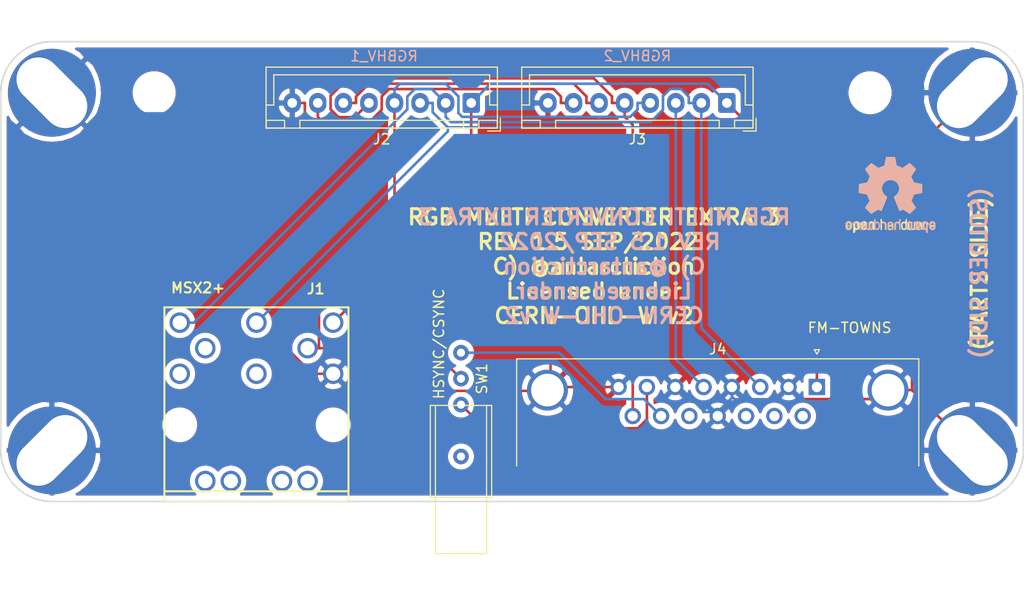
<source format=kicad_pcb>
(kicad_pcb (version 20171130) (host pcbnew "(5.1.6)-1")

  (general
    (thickness 1.6)
    (drawings 14)
    (tracks 128)
    (zones 0)
    (modules 13)
    (nets 11)
  )

  (page A2)
  (layers
    (0 F.Cu signal)
    (31 B.Cu signal)
    (32 B.Adhes user)
    (33 F.Adhes user)
    (34 B.Paste user)
    (35 F.Paste user)
    (36 B.SilkS user)
    (37 F.SilkS user)
    (38 B.Mask user)
    (39 F.Mask user)
    (40 Dwgs.User user)
    (41 Cmts.User user)
    (42 Eco1.User user)
    (43 Eco2.User user)
    (44 Edge.Cuts user)
    (45 Margin user)
    (46 B.CrtYd user)
    (47 F.CrtYd user)
    (48 B.Fab user)
    (49 F.Fab user)
  )

  (setup
    (last_trace_width 0.254)
    (user_trace_width 0.5)
    (trace_clearance 0.254)
    (zone_clearance 0.508)
    (zone_45_only no)
    (trace_min 0.2)
    (via_size 0.8)
    (via_drill 0.4)
    (via_min_size 0.8)
    (via_min_drill 0.4)
    (uvia_size 0.3)
    (uvia_drill 0.1)
    (uvias_allowed no)
    (uvia_min_size 0.2)
    (uvia_min_drill 0.1)
    (edge_width 0.15)
    (segment_width 0.2)
    (pcb_text_width 0.3)
    (pcb_text_size 1.5 1.5)
    (mod_edge_width 0.15)
    (mod_text_size 1 1)
    (mod_text_width 0.15)
    (pad_size 4.3 8)
    (pad_drill 4.3)
    (pad_to_mask_clearance 0.2)
    (solder_mask_min_width 0.25)
    (aux_axis_origin 50 162)
    (grid_origin 50 162)
    (visible_elements 7FFFFFFF)
    (pcbplotparams
      (layerselection 0x010f0_ffffffff)
      (usegerberextensions true)
      (usegerberattributes false)
      (usegerberadvancedattributes false)
      (creategerberjobfile false)
      (excludeedgelayer true)
      (linewidth 0.100000)
      (plotframeref false)
      (viasonmask false)
      (mode 1)
      (useauxorigin false)
      (hpglpennumber 1)
      (hpglpenspeed 20)
      (hpglpendiameter 15.000000)
      (psnegative false)
      (psa4output false)
      (plotreference true)
      (plotvalue true)
      (plotinvisibletext false)
      (padsonsilk false)
      (subtractmaskfromsilk false)
      (outputformat 1)
      (mirror false)
      (drillshape 0)
      (scaleselection 1)
      (outputdirectory "garber/"))
  )

  (net 0 "")
  (net 1 GND)
  (net 2 VSYNC)
  (net 3 HSYNC)
  (net 4 B)
  (net 5 G)
  (net 6 R)
  (net 7 AUDIO_R)
  (net 8 AUDIO_L)
  (net 9 "Net-(J4-Pad14)")
  (net 10 "Net-(J4-Pad7)")

  (net_class Default "これはデフォルトのネット クラスです。"
    (clearance 0.254)
    (trace_width 0.254)
    (via_dia 0.8)
    (via_drill 0.4)
    (uvia_dia 0.3)
    (uvia_drill 0.1)
    (add_net AUDIO_L)
    (add_net AUDIO_R)
    (add_net B)
    (add_net G)
    (add_net GND)
    (add_net HSYNC)
    (add_net "Net-(J4-Pad14)")
    (add_net "Net-(J4-Pad7)")
    (add_net R)
    (add_net VSYNC)
  )

  (module Symbol:OSHW-Logo2_9.8x8mm_SilkScreen (layer B.Cu) (tedit 0) (tstamp 632CADA6)
    (at 137 132 180)
    (descr "Open Source Hardware Symbol")
    (tags "Logo Symbol OSHW")
    (attr virtual)
    (fp_text reference REF** (at 0 0) (layer B.SilkS) hide
      (effects (font (size 1 1) (thickness 0.15)) (justify mirror))
    )
    (fp_text value OSHW-Logo2_9.8x8mm_SilkScreen (at 0.75 0) (layer B.Fab) hide
      (effects (font (size 1 1) (thickness 0.15)) (justify mirror))
    )
    (fp_poly (pts (xy 0.139878 3.712224) (xy 0.245612 3.711645) (xy 0.322132 3.710078) (xy 0.374372 3.707028)
      (xy 0.407263 3.702004) (xy 0.425737 3.694511) (xy 0.434727 3.684056) (xy 0.439163 3.670147)
      (xy 0.439594 3.668346) (xy 0.446333 3.635855) (xy 0.458808 3.571748) (xy 0.475719 3.482849)
      (xy 0.495771 3.375981) (xy 0.517664 3.257967) (xy 0.518429 3.253822) (xy 0.540359 3.138169)
      (xy 0.560877 3.035986) (xy 0.578659 2.953402) (xy 0.592381 2.896544) (xy 0.600718 2.871542)
      (xy 0.601116 2.871099) (xy 0.625677 2.85889) (xy 0.676315 2.838544) (xy 0.742095 2.814455)
      (xy 0.742461 2.814326) (xy 0.825317 2.783182) (xy 0.923 2.743509) (xy 1.015077 2.703619)
      (xy 1.019434 2.701647) (xy 1.169407 2.63358) (xy 1.501498 2.860361) (xy 1.603374 2.929496)
      (xy 1.695657 2.991303) (xy 1.773003 3.042267) (xy 1.830064 3.078873) (xy 1.861495 3.097606)
      (xy 1.864479 3.098996) (xy 1.887321 3.09281) (xy 1.929982 3.062965) (xy 1.994128 3.008053)
      (xy 2.081421 2.926666) (xy 2.170535 2.840078) (xy 2.256441 2.754753) (xy 2.333327 2.676892)
      (xy 2.396564 2.611303) (xy 2.441523 2.562795) (xy 2.463576 2.536175) (xy 2.464396 2.534805)
      (xy 2.466834 2.516537) (xy 2.45765 2.486705) (xy 2.434574 2.441279) (xy 2.395337 2.37623)
      (xy 2.33767 2.28753) (xy 2.260795 2.173343) (xy 2.19257 2.072838) (xy 2.131582 1.982697)
      (xy 2.081356 1.908151) (xy 2.045416 1.854435) (xy 2.027287 1.826782) (xy 2.026146 1.824905)
      (xy 2.028359 1.79841) (xy 2.045138 1.746914) (xy 2.073142 1.680149) (xy 2.083122 1.658828)
      (xy 2.126672 1.563841) (xy 2.173134 1.456063) (xy 2.210877 1.362808) (xy 2.238073 1.293594)
      (xy 2.259675 1.240994) (xy 2.272158 1.213503) (xy 2.273709 1.211384) (xy 2.296668 1.207876)
      (xy 2.350786 1.198262) (xy 2.428868 1.183911) (xy 2.523719 1.166193) (xy 2.628143 1.146475)
      (xy 2.734944 1.126126) (xy 2.836926 1.106514) (xy 2.926894 1.089009) (xy 2.997653 1.074978)
      (xy 3.042006 1.065791) (xy 3.052885 1.063193) (xy 3.064122 1.056782) (xy 3.072605 1.042303)
      (xy 3.078714 1.014867) (xy 3.082832 0.969589) (xy 3.085341 0.90158) (xy 3.086621 0.805953)
      (xy 3.087054 0.67782) (xy 3.087077 0.625299) (xy 3.087077 0.198155) (xy 2.9845 0.177909)
      (xy 2.927431 0.16693) (xy 2.842269 0.150905) (xy 2.739372 0.131767) (xy 2.629096 0.111449)
      (xy 2.598615 0.105868) (xy 2.496855 0.086083) (xy 2.408205 0.066627) (xy 2.340108 0.049303)
      (xy 2.300004 0.035912) (xy 2.293323 0.031921) (xy 2.276919 0.003658) (xy 2.253399 -0.051109)
      (xy 2.227316 -0.121588) (xy 2.222142 -0.136769) (xy 2.187956 -0.230896) (xy 2.145523 -0.337101)
      (xy 2.103997 -0.432473) (xy 2.103792 -0.432916) (xy 2.03464 -0.582525) (xy 2.489512 -1.251617)
      (xy 2.1975 -1.544116) (xy 2.10918 -1.63117) (xy 2.028625 -1.707909) (xy 1.96036 -1.770237)
      (xy 1.908908 -1.814056) (xy 1.878794 -1.83527) (xy 1.874474 -1.836616) (xy 1.849111 -1.826016)
      (xy 1.797358 -1.796547) (xy 1.724868 -1.751705) (xy 1.637294 -1.694984) (xy 1.542612 -1.631462)
      (xy 1.446516 -1.566668) (xy 1.360837 -1.510287) (xy 1.291016 -1.465788) (xy 1.242494 -1.436639)
      (xy 1.220782 -1.426308) (xy 1.194293 -1.43505) (xy 1.144062 -1.458087) (xy 1.080451 -1.490631)
      (xy 1.073708 -1.494249) (xy 0.988046 -1.53721) (xy 0.929306 -1.558279) (xy 0.892772 -1.558503)
      (xy 0.873731 -1.538928) (xy 0.87362 -1.538654) (xy 0.864102 -1.515472) (xy 0.841403 -1.460441)
      (xy 0.807282 -1.377822) (xy 0.7635 -1.271872) (xy 0.711816 -1.146852) (xy 0.653992 -1.00702)
      (xy 0.597991 -0.871637) (xy 0.536447 -0.722234) (xy 0.479939 -0.583832) (xy 0.430161 -0.460673)
      (xy 0.388806 -0.357002) (xy 0.357568 -0.277059) (xy 0.338141 -0.225088) (xy 0.332154 -0.205692)
      (xy 0.347168 -0.183443) (xy 0.386439 -0.147982) (xy 0.438807 -0.108887) (xy 0.587941 0.014755)
      (xy 0.704511 0.156478) (xy 0.787118 0.313296) (xy 0.834366 0.482225) (xy 0.844857 0.660278)
      (xy 0.837231 0.742461) (xy 0.795682 0.912969) (xy 0.724123 1.063541) (xy 0.626995 1.192691)
      (xy 0.508734 1.298936) (xy 0.37378 1.38079) (xy 0.226571 1.436768) (xy 0.071544 1.465385)
      (xy -0.086861 1.465156) (xy -0.244206 1.434595) (xy -0.396054 1.372218) (xy -0.537965 1.27654)
      (xy -0.597197 1.222428) (xy -0.710797 1.08348) (xy -0.789894 0.931639) (xy -0.835014 0.771333)
      (xy -0.846684 0.606988) (xy -0.825431 0.443029) (xy -0.77178 0.283882) (xy -0.68626 0.133975)
      (xy -0.569395 -0.002267) (xy -0.438807 -0.108887) (xy -0.384412 -0.149642) (xy -0.345986 -0.184718)
      (xy -0.332154 -0.205726) (xy -0.339397 -0.228635) (xy -0.359995 -0.283365) (xy -0.392254 -0.365672)
      (xy -0.434479 -0.471315) (xy -0.484977 -0.59605) (xy -0.542052 -0.735636) (xy -0.598146 -0.87167)
      (xy -0.660033 -1.021201) (xy -0.717356 -1.159767) (xy -0.768356 -1.283107) (xy -0.811273 -1.386964)
      (xy -0.844347 -1.46708) (xy -0.865819 -1.519195) (xy -0.873775 -1.538654) (xy -0.892571 -1.558423)
      (xy -0.928926 -1.558365) (xy -0.987521 -1.537441) (xy -1.073032 -1.494613) (xy -1.073708 -1.494249)
      (xy -1.138093 -1.461012) (xy -1.190139 -1.436802) (xy -1.219488 -1.426404) (xy -1.220783 -1.426308)
      (xy -1.242876 -1.436855) (xy -1.291652 -1.466184) (xy -1.361669 -1.510827) (xy -1.447486 -1.567314)
      (xy -1.542612 -1.631462) (xy -1.63946 -1.696411) (xy -1.726747 -1.752896) (xy -1.798819 -1.797421)
      (xy -1.850023 -1.82649) (xy -1.874474 -1.836616) (xy -1.89699 -1.823307) (xy -1.942258 -1.786112)
      (xy -2.005756 -1.729128) (xy -2.082961 -1.656449) (xy -2.169349 -1.572171) (xy -2.197601 -1.544016)
      (xy -2.489713 -1.251416) (xy -2.267369 -0.925104) (xy -2.199798 -0.824897) (xy -2.140493 -0.734963)
      (xy -2.092783 -0.66051) (xy -2.059993 -0.606751) (xy -2.045452 -0.578894) (xy -2.045026 -0.576912)
      (xy -2.052692 -0.550655) (xy -2.073311 -0.497837) (xy -2.103315 -0.42731) (xy -2.124375 -0.380093)
      (xy -2.163752 -0.289694) (xy -2.200835 -0.198366) (xy -2.229585 -0.1212) (xy -2.237395 -0.097692)
      (xy -2.259583 -0.034916) (xy -2.281273 0.013589) (xy -2.293187 0.031921) (xy -2.319477 0.043141)
      (xy -2.376858 0.059046) (xy -2.457882 0.077833) (xy -2.555105 0.097701) (xy -2.598615 0.105868)
      (xy -2.709104 0.126171) (xy -2.815084 0.14583) (xy -2.906199 0.162912) (xy -2.972092 0.175482)
      (xy -2.9845 0.177909) (xy -3.087077 0.198155) (xy -3.087077 0.625299) (xy -3.086847 0.765754)
      (xy -3.085901 0.872021) (xy -3.083859 0.948987) (xy -3.080338 1.00154) (xy -3.074957 1.034567)
      (xy -3.067334 1.052955) (xy -3.057088 1.061592) (xy -3.052885 1.063193) (xy -3.02753 1.068873)
      (xy -2.971516 1.080205) (xy -2.892036 1.095821) (xy -2.796288 1.114353) (xy -2.691467 1.134431)
      (xy -2.584768 1.154688) (xy -2.483387 1.173754) (xy -2.394521 1.190261) (xy -2.325363 1.202841)
      (xy -2.283111 1.210125) (xy -2.27371 1.211384) (xy -2.265193 1.228237) (xy -2.24634 1.27313)
      (xy -2.220676 1.33757) (xy -2.210877 1.362808) (xy -2.171352 1.460314) (xy -2.124808 1.568041)
      (xy -2.083123 1.658828) (xy -2.05245 1.728247) (xy -2.032044 1.78529) (xy -2.025232 1.820223)
      (xy -2.026318 1.824905) (xy -2.040715 1.847009) (xy -2.073588 1.896169) (xy -2.12141 1.967152)
      (xy -2.180652 2.054722) (xy -2.247785 2.153643) (xy -2.261059 2.17317) (xy -2.338954 2.28886)
      (xy -2.396213 2.376956) (xy -2.435119 2.441514) (xy -2.457956 2.486589) (xy -2.467006 2.516237)
      (xy -2.464552 2.534515) (xy -2.464489 2.534631) (xy -2.445173 2.558639) (xy -2.402449 2.605053)
      (xy -2.340949 2.669063) (xy -2.265302 2.745855) (xy -2.180139 2.830618) (xy -2.170535 2.840078)
      (xy -2.06321 2.944011) (xy -1.980385 3.020325) (xy -1.920395 3.070429) (xy -1.881577 3.09573)
      (xy -1.86448 3.098996) (xy -1.839527 3.08475) (xy -1.787745 3.051844) (xy -1.71448 3.003792)
      (xy -1.62508 2.94411) (xy -1.524889 2.876312) (xy -1.501499 2.860361) (xy -1.169407 2.63358)
      (xy -1.019435 2.701647) (xy -0.92823 2.741315) (xy -0.830331 2.781209) (xy -0.746169 2.813017)
      (xy -0.742462 2.814326) (xy -0.676631 2.838424) (xy -0.625884 2.8588) (xy -0.601158 2.871064)
      (xy -0.601116 2.871099) (xy -0.593271 2.893266) (xy -0.579934 2.947783) (xy -0.56243 3.02852)
      (xy -0.542083 3.12935) (xy -0.520218 3.244144) (xy -0.518429 3.253822) (xy -0.496496 3.372096)
      (xy -0.47636 3.479458) (xy -0.45932 3.569083) (xy -0.446672 3.634149) (xy -0.439716 3.667832)
      (xy -0.439594 3.668346) (xy -0.435361 3.682675) (xy -0.427129 3.693493) (xy -0.409967 3.701294)
      (xy -0.378942 3.706571) (xy -0.329122 3.709818) (xy -0.255576 3.711528) (xy -0.153371 3.712193)
      (xy -0.017575 3.712307) (xy 0 3.712308) (xy 0.139878 3.712224)) (layer B.SilkS) (width 0.01))
    (fp_poly (pts (xy 4.245224 -2.647838) (xy 4.322528 -2.698361) (xy 4.359814 -2.74359) (xy 4.389353 -2.825663)
      (xy 4.391699 -2.890607) (xy 4.386385 -2.977445) (xy 4.186115 -3.065103) (xy 4.088739 -3.109887)
      (xy 4.025113 -3.145913) (xy 3.992029 -3.177117) (xy 3.98628 -3.207436) (xy 4.004658 -3.240805)
      (xy 4.024923 -3.262923) (xy 4.083889 -3.298393) (xy 4.148024 -3.300879) (xy 4.206926 -3.273235)
      (xy 4.250197 -3.21832) (xy 4.257936 -3.198928) (xy 4.295006 -3.138364) (xy 4.337654 -3.112552)
      (xy 4.396154 -3.090471) (xy 4.396154 -3.174184) (xy 4.390982 -3.23115) (xy 4.370723 -3.279189)
      (xy 4.328262 -3.334346) (xy 4.321951 -3.341514) (xy 4.27472 -3.390585) (xy 4.234121 -3.41692)
      (xy 4.183328 -3.429035) (xy 4.14122 -3.433003) (xy 4.065902 -3.433991) (xy 4.012286 -3.421466)
      (xy 3.978838 -3.402869) (xy 3.926268 -3.361975) (xy 3.889879 -3.317748) (xy 3.86685 -3.262126)
      (xy 3.854359 -3.187047) (xy 3.849587 -3.084449) (xy 3.849206 -3.032376) (xy 3.850501 -2.969948)
      (xy 3.968471 -2.969948) (xy 3.969839 -3.003438) (xy 3.973249 -3.008923) (xy 3.995753 -3.001472)
      (xy 4.044182 -2.981753) (xy 4.108908 -2.953718) (xy 4.122443 -2.947692) (xy 4.204244 -2.906096)
      (xy 4.249312 -2.869538) (xy 4.259217 -2.835296) (xy 4.235526 -2.800648) (xy 4.21596 -2.785339)
      (xy 4.14536 -2.754721) (xy 4.07928 -2.75978) (xy 4.023959 -2.797151) (xy 3.985636 -2.863473)
      (xy 3.973349 -2.916116) (xy 3.968471 -2.969948) (xy 3.850501 -2.969948) (xy 3.85173 -2.91072)
      (xy 3.861032 -2.82071) (xy 3.87946 -2.755167) (xy 3.90936 -2.706912) (xy 3.95308 -2.668767)
      (xy 3.972141 -2.65644) (xy 4.058726 -2.624336) (xy 4.153522 -2.622316) (xy 4.245224 -2.647838)) (layer B.SilkS) (width 0.01))
    (fp_poly (pts (xy 3.570807 -2.636782) (xy 3.594161 -2.646988) (xy 3.649902 -2.691134) (xy 3.697569 -2.754967)
      (xy 3.727048 -2.823087) (xy 3.731846 -2.85667) (xy 3.71576 -2.903556) (xy 3.680475 -2.928365)
      (xy 3.642644 -2.943387) (xy 3.625321 -2.946155) (xy 3.616886 -2.926066) (xy 3.60023 -2.882351)
      (xy 3.592923 -2.862598) (xy 3.551948 -2.794271) (xy 3.492622 -2.760191) (xy 3.416552 -2.761239)
      (xy 3.410918 -2.762581) (xy 3.370305 -2.781836) (xy 3.340448 -2.819375) (xy 3.320055 -2.879809)
      (xy 3.307836 -2.967751) (xy 3.3025 -3.087813) (xy 3.302 -3.151698) (xy 3.301752 -3.252403)
      (xy 3.300126 -3.321054) (xy 3.295801 -3.364673) (xy 3.287454 -3.390282) (xy 3.273765 -3.404903)
      (xy 3.253411 -3.415558) (xy 3.252234 -3.416095) (xy 3.213038 -3.432667) (xy 3.193619 -3.438769)
      (xy 3.190635 -3.420319) (xy 3.188081 -3.369323) (xy 3.18614 -3.292308) (xy 3.184997 -3.195805)
      (xy 3.184769 -3.125184) (xy 3.185932 -2.988525) (xy 3.190479 -2.884851) (xy 3.199999 -2.808108)
      (xy 3.216081 -2.752246) (xy 3.240313 -2.711212) (xy 3.274286 -2.678954) (xy 3.307833 -2.65644)
      (xy 3.388499 -2.626476) (xy 3.482381 -2.619718) (xy 3.570807 -2.636782)) (layer B.SilkS) (width 0.01))
    (fp_poly (pts (xy 2.887333 -2.633528) (xy 2.94359 -2.659117) (xy 2.987747 -2.690124) (xy 3.020101 -2.724795)
      (xy 3.042438 -2.76952) (xy 3.056546 -2.830692) (xy 3.064211 -2.914701) (xy 3.06722 -3.02794)
      (xy 3.067538 -3.102509) (xy 3.067538 -3.39342) (xy 3.017773 -3.416095) (xy 2.978576 -3.432667)
      (xy 2.959157 -3.438769) (xy 2.955442 -3.42061) (xy 2.952495 -3.371648) (xy 2.950691 -3.300153)
      (xy 2.950308 -3.243385) (xy 2.948661 -3.161371) (xy 2.944222 -3.096309) (xy 2.93774 -3.056467)
      (xy 2.93259 -3.048) (xy 2.897977 -3.056646) (xy 2.84364 -3.078823) (xy 2.780722 -3.108886)
      (xy 2.720368 -3.141192) (xy 2.673721 -3.170098) (xy 2.651926 -3.189961) (xy 2.651839 -3.190175)
      (xy 2.653714 -3.226935) (xy 2.670525 -3.262026) (xy 2.700039 -3.290528) (xy 2.743116 -3.300061)
      (xy 2.779932 -3.29895) (xy 2.832074 -3.298133) (xy 2.859444 -3.310349) (xy 2.875882 -3.342624)
      (xy 2.877955 -3.34871) (xy 2.885081 -3.394739) (xy 2.866024 -3.422687) (xy 2.816353 -3.436007)
      (xy 2.762697 -3.43847) (xy 2.666142 -3.42021) (xy 2.616159 -3.394131) (xy 2.554429 -3.332868)
      (xy 2.52169 -3.25767) (xy 2.518753 -3.178211) (xy 2.546424 -3.104167) (xy 2.588047 -3.057769)
      (xy 2.629604 -3.031793) (xy 2.694922 -2.998907) (xy 2.771038 -2.965557) (xy 2.783726 -2.960461)
      (xy 2.867333 -2.923565) (xy 2.91553 -2.891046) (xy 2.93103 -2.858718) (xy 2.91655 -2.822394)
      (xy 2.891692 -2.794) (xy 2.832939 -2.759039) (xy 2.768293 -2.756417) (xy 2.709008 -2.783358)
      (xy 2.666339 -2.837088) (xy 2.660739 -2.85095) (xy 2.628133 -2.901936) (xy 2.58053 -2.939787)
      (xy 2.520461 -2.97085) (xy 2.520461 -2.882768) (xy 2.523997 -2.828951) (xy 2.539156 -2.786534)
      (xy 2.572768 -2.741279) (xy 2.605035 -2.70642) (xy 2.655209 -2.657062) (xy 2.694193 -2.630547)
      (xy 2.736064 -2.619911) (xy 2.78346 -2.618154) (xy 2.887333 -2.633528)) (layer B.SilkS) (width 0.01))
    (fp_poly (pts (xy 2.395929 -2.636662) (xy 2.398911 -2.688068) (xy 2.401247 -2.766192) (xy 2.402749 -2.864857)
      (xy 2.403231 -2.968343) (xy 2.403231 -3.318533) (xy 2.341401 -3.380363) (xy 2.298793 -3.418462)
      (xy 2.26139 -3.433895) (xy 2.21027 -3.432918) (xy 2.189978 -3.430433) (xy 2.126554 -3.4232)
      (xy 2.074095 -3.419055) (xy 2.061308 -3.418672) (xy 2.018199 -3.421176) (xy 1.956544 -3.427462)
      (xy 1.932638 -3.430433) (xy 1.873922 -3.435028) (xy 1.834464 -3.425046) (xy 1.795338 -3.394228)
      (xy 1.781215 -3.380363) (xy 1.719385 -3.318533) (xy 1.719385 -2.663503) (xy 1.76915 -2.640829)
      (xy 1.812002 -2.624034) (xy 1.837073 -2.618154) (xy 1.843501 -2.636736) (xy 1.849509 -2.688655)
      (xy 1.854697 -2.768172) (xy 1.858664 -2.869546) (xy 1.860577 -2.955192) (xy 1.865923 -3.292231)
      (xy 1.91256 -3.298825) (xy 1.954976 -3.294214) (xy 1.97576 -3.279287) (xy 1.98157 -3.251377)
      (xy 1.98653 -3.191925) (xy 1.990246 -3.108466) (xy 1.992324 -3.008532) (xy 1.992624 -2.957104)
      (xy 1.992923 -2.661054) (xy 2.054454 -2.639604) (xy 2.098004 -2.62502) (xy 2.121694 -2.618219)
      (xy 2.122377 -2.618154) (xy 2.124754 -2.636642) (xy 2.127366 -2.687906) (xy 2.129995 -2.765649)
      (xy 2.132421 -2.863574) (xy 2.134115 -2.955192) (xy 2.139461 -3.292231) (xy 2.256692 -3.292231)
      (xy 2.262072 -2.984746) (xy 2.267451 -2.677261) (xy 2.324601 -2.647707) (xy 2.366797 -2.627413)
      (xy 2.39177 -2.618204) (xy 2.392491 -2.618154) (xy 2.395929 -2.636662)) (layer B.SilkS) (width 0.01))
    (fp_poly (pts (xy 1.602081 -2.780289) (xy 1.601833 -2.92632) (xy 1.600872 -3.038655) (xy 1.598794 -3.122678)
      (xy 1.595193 -3.183769) (xy 1.589665 -3.227309) (xy 1.581804 -3.258679) (xy 1.571207 -3.283262)
      (xy 1.563182 -3.297294) (xy 1.496728 -3.373388) (xy 1.41247 -3.421084) (xy 1.319249 -3.438199)
      (xy 1.2259 -3.422546) (xy 1.170312 -3.394418) (xy 1.111957 -3.34576) (xy 1.072186 -3.286333)
      (xy 1.04819 -3.208507) (xy 1.037161 -3.104652) (xy 1.035599 -3.028462) (xy 1.035809 -3.022986)
      (xy 1.172308 -3.022986) (xy 1.173141 -3.110355) (xy 1.176961 -3.168192) (xy 1.185746 -3.206029)
      (xy 1.201474 -3.233398) (xy 1.220266 -3.254042) (xy 1.283375 -3.29389) (xy 1.351137 -3.297295)
      (xy 1.415179 -3.264025) (xy 1.420164 -3.259517) (xy 1.441439 -3.236067) (xy 1.454779 -3.208166)
      (xy 1.462001 -3.166641) (xy 1.464923 -3.102316) (xy 1.465385 -3.0312) (xy 1.464383 -2.941858)
      (xy 1.460238 -2.882258) (xy 1.451236 -2.843089) (xy 1.435667 -2.81504) (xy 1.422902 -2.800144)
      (xy 1.3636 -2.762575) (xy 1.295301 -2.758057) (xy 1.23011 -2.786753) (xy 1.217528 -2.797406)
      (xy 1.196111 -2.821063) (xy 1.182744 -2.849251) (xy 1.175566 -2.891245) (xy 1.172719 -2.956319)
      (xy 1.172308 -3.022986) (xy 1.035809 -3.022986) (xy 1.040322 -2.905765) (xy 1.056362 -2.813577)
      (xy 1.086528 -2.744269) (xy 1.133629 -2.690211) (xy 1.170312 -2.662505) (xy 1.23699 -2.632572)
      (xy 1.314272 -2.618678) (xy 1.38611 -2.622397) (xy 1.426308 -2.6374) (xy 1.442082 -2.64167)
      (xy 1.45255 -2.62575) (xy 1.459856 -2.583089) (xy 1.465385 -2.518106) (xy 1.471437 -2.445732)
      (xy 1.479844 -2.402187) (xy 1.495141 -2.377287) (xy 1.521864 -2.360845) (xy 1.538654 -2.353564)
      (xy 1.602154 -2.326963) (xy 1.602081 -2.780289)) (layer B.SilkS) (width 0.01))
    (fp_poly (pts (xy 0.713362 -2.62467) (xy 0.802117 -2.657421) (xy 0.874022 -2.71535) (xy 0.902144 -2.756128)
      (xy 0.932802 -2.830954) (xy 0.932165 -2.885058) (xy 0.899987 -2.921446) (xy 0.888081 -2.927633)
      (xy 0.836675 -2.946925) (xy 0.810422 -2.941982) (xy 0.80153 -2.909587) (xy 0.801077 -2.891692)
      (xy 0.784797 -2.825859) (xy 0.742365 -2.779807) (xy 0.683388 -2.757564) (xy 0.617475 -2.763161)
      (xy 0.563895 -2.792229) (xy 0.545798 -2.80881) (xy 0.532971 -2.828925) (xy 0.524306 -2.859332)
      (xy 0.518696 -2.906788) (xy 0.515035 -2.97805) (xy 0.512215 -3.079875) (xy 0.511484 -3.112115)
      (xy 0.50882 -3.22241) (xy 0.505792 -3.300036) (xy 0.50125 -3.351396) (xy 0.494046 -3.38289)
      (xy 0.483033 -3.40092) (xy 0.46706 -3.411888) (xy 0.456834 -3.416733) (xy 0.413406 -3.433301)
      (xy 0.387842 -3.438769) (xy 0.379395 -3.420507) (xy 0.374239 -3.365296) (xy 0.372346 -3.272499)
      (xy 0.373689 -3.141478) (xy 0.374107 -3.121269) (xy 0.377058 -3.001733) (xy 0.380548 -2.914449)
      (xy 0.385514 -2.852591) (xy 0.392893 -2.809336) (xy 0.403624 -2.77786) (xy 0.418645 -2.751339)
      (xy 0.426502 -2.739975) (xy 0.471553 -2.689692) (xy 0.52194 -2.650581) (xy 0.528108 -2.647167)
      (xy 0.618458 -2.620212) (xy 0.713362 -2.62467)) (layer B.SilkS) (width 0.01))
    (fp_poly (pts (xy 0.053501 -2.626303) (xy 0.13006 -2.654733) (xy 0.130936 -2.655279) (xy 0.178285 -2.690127)
      (xy 0.213241 -2.730852) (xy 0.237825 -2.783925) (xy 0.254062 -2.855814) (xy 0.263975 -2.952992)
      (xy 0.269586 -3.081928) (xy 0.270077 -3.100298) (xy 0.277141 -3.377287) (xy 0.217695 -3.408028)
      (xy 0.174681 -3.428802) (xy 0.14871 -3.438646) (xy 0.147509 -3.438769) (xy 0.143014 -3.420606)
      (xy 0.139444 -3.371612) (xy 0.137248 -3.300031) (xy 0.136769 -3.242068) (xy 0.136758 -3.14817)
      (xy 0.132466 -3.089203) (xy 0.117503 -3.061079) (xy 0.085482 -3.059706) (xy 0.030014 -3.080998)
      (xy -0.053731 -3.120136) (xy -0.115311 -3.152643) (xy -0.146983 -3.180845) (xy -0.156294 -3.211582)
      (xy -0.156308 -3.213104) (xy -0.140943 -3.266054) (xy -0.095453 -3.29466) (xy -0.025834 -3.298803)
      (xy 0.024313 -3.298084) (xy 0.050754 -3.312527) (xy 0.067243 -3.347218) (xy 0.076733 -3.391416)
      (xy 0.063057 -3.416493) (xy 0.057907 -3.420082) (xy 0.009425 -3.434496) (xy -0.058469 -3.436537)
      (xy -0.128388 -3.426983) (xy -0.177932 -3.409522) (xy -0.24643 -3.351364) (xy -0.285366 -3.270408)
      (xy -0.293077 -3.20716) (xy -0.287193 -3.150111) (xy -0.265899 -3.103542) (xy -0.223735 -3.062181)
      (xy -0.155241 -3.020755) (xy -0.054956 -2.973993) (xy -0.048846 -2.97135) (xy 0.04149 -2.929617)
      (xy 0.097235 -2.895391) (xy 0.121129 -2.864635) (xy 0.115913 -2.833311) (xy 0.084328 -2.797383)
      (xy 0.074883 -2.789116) (xy 0.011617 -2.757058) (xy -0.053936 -2.758407) (xy -0.111028 -2.789838)
      (xy -0.148907 -2.848024) (xy -0.152426 -2.859446) (xy -0.1867 -2.914837) (xy -0.230191 -2.941518)
      (xy -0.293077 -2.96796) (xy -0.293077 -2.899548) (xy -0.273948 -2.80011) (xy -0.217169 -2.708902)
      (xy -0.187622 -2.678389) (xy -0.120458 -2.639228) (xy -0.035044 -2.6215) (xy 0.053501 -2.626303)) (layer B.SilkS) (width 0.01))
    (fp_poly (pts (xy -0.840154 -2.49212) (xy -0.834428 -2.57198) (xy -0.827851 -2.619039) (xy -0.818738 -2.639566)
      (xy -0.805402 -2.639829) (xy -0.801077 -2.637378) (xy -0.743556 -2.619636) (xy -0.668732 -2.620672)
      (xy -0.592661 -2.63891) (xy -0.545082 -2.662505) (xy -0.496298 -2.700198) (xy -0.460636 -2.742855)
      (xy -0.436155 -2.797057) (xy -0.420913 -2.869384) (xy -0.41297 -2.966419) (xy -0.410384 -3.094742)
      (xy -0.410338 -3.119358) (xy -0.410308 -3.39587) (xy -0.471839 -3.41732) (xy -0.515541 -3.431912)
      (xy -0.539518 -3.438706) (xy -0.540223 -3.438769) (xy -0.542585 -3.420345) (xy -0.544594 -3.369526)
      (xy -0.546099 -3.292993) (xy -0.546947 -3.19743) (xy -0.547077 -3.139329) (xy -0.547349 -3.024771)
      (xy -0.548748 -2.942667) (xy -0.552151 -2.886393) (xy -0.558433 -2.849326) (xy -0.568471 -2.824844)
      (xy -0.583139 -2.806325) (xy -0.592298 -2.797406) (xy -0.655211 -2.761466) (xy -0.723864 -2.758775)
      (xy -0.786152 -2.78917) (xy -0.797671 -2.800144) (xy -0.814567 -2.820779) (xy -0.826286 -2.845256)
      (xy -0.833767 -2.880647) (xy -0.837946 -2.934026) (xy -0.839763 -3.012466) (xy -0.840154 -3.120617)
      (xy -0.840154 -3.39587) (xy -0.901685 -3.41732) (xy -0.945387 -3.431912) (xy -0.969364 -3.438706)
      (xy -0.97007 -3.438769) (xy -0.971874 -3.420069) (xy -0.9735 -3.367322) (xy -0.974883 -3.285557)
      (xy -0.975958 -3.179805) (xy -0.97666 -3.055094) (xy -0.976923 -2.916455) (xy -0.976923 -2.381806)
      (xy -0.849923 -2.328236) (xy -0.840154 -2.49212)) (layer B.SilkS) (width 0.01))
    (fp_poly (pts (xy -2.465746 -2.599745) (xy -2.388714 -2.651567) (xy -2.329184 -2.726412) (xy -2.293622 -2.821654)
      (xy -2.286429 -2.891756) (xy -2.287246 -2.921009) (xy -2.294086 -2.943407) (xy -2.312888 -2.963474)
      (xy -2.349592 -2.985733) (xy -2.410138 -3.014709) (xy -2.500466 -3.054927) (xy -2.500923 -3.055129)
      (xy -2.584067 -3.09321) (xy -2.652247 -3.127025) (xy -2.698495 -3.152933) (xy -2.715842 -3.167295)
      (xy -2.715846 -3.167411) (xy -2.700557 -3.198685) (xy -2.664804 -3.233157) (xy -2.623758 -3.25799)
      (xy -2.602963 -3.262923) (xy -2.54623 -3.245862) (xy -2.497373 -3.203133) (xy -2.473535 -3.156155)
      (xy -2.450603 -3.121522) (xy -2.405682 -3.082081) (xy -2.352877 -3.048009) (xy -2.30629 -3.02948)
      (xy -2.296548 -3.028462) (xy -2.285582 -3.045215) (xy -2.284921 -3.088039) (xy -2.29298 -3.145781)
      (xy -2.308173 -3.207289) (xy -2.328914 -3.261409) (xy -2.329962 -3.26351) (xy -2.392379 -3.35066)
      (xy -2.473274 -3.409939) (xy -2.565144 -3.439034) (xy -2.660487 -3.435634) (xy -2.751802 -3.397428)
      (xy -2.755862 -3.394741) (xy -2.827694 -3.329642) (xy -2.874927 -3.244705) (xy -2.901066 -3.133021)
      (xy -2.904574 -3.101643) (xy -2.910787 -2.953536) (xy -2.903339 -2.884468) (xy -2.715846 -2.884468)
      (xy -2.71341 -2.927552) (xy -2.700086 -2.940126) (xy -2.666868 -2.930719) (xy -2.614506 -2.908483)
      (xy -2.555976 -2.88061) (xy -2.554521 -2.879872) (xy -2.504911 -2.853777) (xy -2.485 -2.836363)
      (xy -2.48991 -2.818107) (xy -2.510584 -2.79412) (xy -2.563181 -2.759406) (xy -2.619823 -2.756856)
      (xy -2.670631 -2.782119) (xy -2.705724 -2.830847) (xy -2.715846 -2.884468) (xy -2.903339 -2.884468)
      (xy -2.898008 -2.835036) (xy -2.865222 -2.741055) (xy -2.819579 -2.675215) (xy -2.737198 -2.608681)
      (xy -2.646454 -2.575676) (xy -2.553815 -2.573573) (xy -2.465746 -2.599745)) (layer B.SilkS) (width 0.01))
    (fp_poly (pts (xy -3.983114 -2.587256) (xy -3.891536 -2.635409) (xy -3.823951 -2.712905) (xy -3.799943 -2.762727)
      (xy -3.781262 -2.837533) (xy -3.771699 -2.932052) (xy -3.770792 -3.03521) (xy -3.778079 -3.135935)
      (xy -3.793097 -3.223153) (xy -3.815385 -3.285791) (xy -3.822235 -3.296579) (xy -3.903368 -3.377105)
      (xy -3.999734 -3.425336) (xy -4.104299 -3.43945) (xy -4.210032 -3.417629) (xy -4.239457 -3.404547)
      (xy -4.296759 -3.364231) (xy -4.34705 -3.310775) (xy -4.351803 -3.303995) (xy -4.371122 -3.271321)
      (xy -4.383892 -3.236394) (xy -4.391436 -3.190414) (xy -4.395076 -3.124584) (xy -4.396135 -3.030105)
      (xy -4.396154 -3.008923) (xy -4.396106 -3.002182) (xy -4.200769 -3.002182) (xy -4.199632 -3.091349)
      (xy -4.195159 -3.15052) (xy -4.185754 -3.188741) (xy -4.169824 -3.215053) (xy -4.161692 -3.223846)
      (xy -4.114942 -3.257261) (xy -4.069553 -3.255737) (xy -4.02366 -3.226752) (xy -3.996288 -3.195809)
      (xy -3.980077 -3.150643) (xy -3.970974 -3.07942) (xy -3.970349 -3.071114) (xy -3.968796 -2.942037)
      (xy -3.985035 -2.846172) (xy -4.018848 -2.784107) (xy -4.070016 -2.756432) (xy -4.08828 -2.754923)
      (xy -4.13624 -2.762513) (xy -4.169047 -2.788808) (xy -4.189105 -2.839095) (xy -4.198822 -2.918664)
      (xy -4.200769 -3.002182) (xy -4.396106 -3.002182) (xy -4.395426 -2.908249) (xy -4.392371 -2.837906)
      (xy -4.385678 -2.789163) (xy -4.37404 -2.753288) (xy -4.356147 -2.721548) (xy -4.352192 -2.715648)
      (xy -4.285733 -2.636104) (xy -4.213315 -2.589929) (xy -4.125151 -2.571599) (xy -4.095213 -2.570703)
      (xy -3.983114 -2.587256)) (layer B.SilkS) (width 0.01))
    (fp_poly (pts (xy -1.728336 -2.595089) (xy -1.665633 -2.631358) (xy -1.622039 -2.667358) (xy -1.590155 -2.705075)
      (xy -1.56819 -2.751199) (xy -1.554351 -2.812421) (xy -1.546847 -2.895431) (xy -1.543883 -3.006919)
      (xy -1.543539 -3.087062) (xy -1.543539 -3.382065) (xy -1.709615 -3.456515) (xy -1.719385 -3.133402)
      (xy -1.723421 -3.012729) (xy -1.727656 -2.925141) (xy -1.732903 -2.86465) (xy -1.739975 -2.825268)
      (xy -1.749689 -2.801007) (xy -1.762856 -2.78588) (xy -1.767081 -2.782606) (xy -1.831091 -2.757034)
      (xy -1.895792 -2.767153) (xy -1.934308 -2.794) (xy -1.949975 -2.813024) (xy -1.96082 -2.837988)
      (xy -1.967712 -2.875834) (xy -1.971521 -2.933502) (xy -1.973117 -3.017935) (xy -1.973385 -3.105928)
      (xy -1.973437 -3.216323) (xy -1.975328 -3.294463) (xy -1.981655 -3.347165) (xy -1.995017 -3.381242)
      (xy -2.018015 -3.403511) (xy -2.053246 -3.420787) (xy -2.100303 -3.438738) (xy -2.151697 -3.458278)
      (xy -2.145579 -3.111485) (xy -2.143116 -2.986468) (xy -2.140233 -2.894082) (xy -2.136102 -2.827881)
      (xy -2.129893 -2.78142) (xy -2.120774 -2.748256) (xy -2.107917 -2.721944) (xy -2.092416 -2.698729)
      (xy -2.017629 -2.624569) (xy -1.926372 -2.581684) (xy -1.827117 -2.571412) (xy -1.728336 -2.595089)) (layer B.SilkS) (width 0.01))
    (fp_poly (pts (xy -3.231114 -2.584505) (xy -3.156461 -2.621727) (xy -3.090569 -2.690261) (xy -3.072423 -2.715648)
      (xy -3.052655 -2.748866) (xy -3.039828 -2.784945) (xy -3.03249 -2.833098) (xy -3.029187 -2.902536)
      (xy -3.028462 -2.994206) (xy -3.031737 -3.11983) (xy -3.043123 -3.214154) (xy -3.064959 -3.284523)
      (xy -3.099581 -3.338286) (xy -3.14933 -3.382788) (xy -3.152986 -3.385423) (xy -3.202015 -3.412377)
      (xy -3.261055 -3.425712) (xy -3.336141 -3.429) (xy -3.458205 -3.429) (xy -3.458256 -3.547497)
      (xy -3.459392 -3.613492) (xy -3.466314 -3.652202) (xy -3.484402 -3.675419) (xy -3.519038 -3.694933)
      (xy -3.527355 -3.69892) (xy -3.56628 -3.717603) (xy -3.596417 -3.729403) (xy -3.618826 -3.730422)
      (xy -3.634567 -3.716761) (xy -3.644698 -3.684522) (xy -3.650277 -3.629804) (xy -3.652365 -3.548711)
      (xy -3.652019 -3.437344) (xy -3.6503 -3.291802) (xy -3.649763 -3.248269) (xy -3.647828 -3.098205)
      (xy -3.646096 -3.000042) (xy -3.458308 -3.000042) (xy -3.457252 -3.083364) (xy -3.452562 -3.13788)
      (xy -3.441949 -3.173837) (xy -3.423128 -3.201482) (xy -3.41035 -3.214965) (xy -3.35811 -3.254417)
      (xy -3.311858 -3.257628) (xy -3.264133 -3.225049) (xy -3.262923 -3.223846) (xy -3.243506 -3.198668)
      (xy -3.231693 -3.164447) (xy -3.225735 -3.111748) (xy -3.22388 -3.031131) (xy -3.223846 -3.013271)
      (xy -3.22833 -2.902175) (xy -3.242926 -2.825161) (xy -3.26935 -2.778147) (xy -3.309317 -2.75705)
      (xy -3.332416 -2.754923) (xy -3.387238 -2.7649) (xy -3.424842 -2.797752) (xy -3.447477 -2.857857)
      (xy -3.457394 -2.949598) (xy -3.458308 -3.000042) (xy -3.646096 -3.000042) (xy -3.645778 -2.98206)
      (xy -3.643127 -2.894679) (xy -3.639394 -2.830905) (xy -3.634093 -2.785582) (xy -3.626742 -2.753555)
      (xy -3.616857 -2.729668) (xy -3.603954 -2.708764) (xy -3.598421 -2.700898) (xy -3.525031 -2.626595)
      (xy -3.43224 -2.584467) (xy -3.324904 -2.572722) (xy -3.231114 -2.584505)) (layer B.SilkS) (width 0.01))
  )

  (module Symbol:OSHW-Logo2_9.8x8mm_SilkScreen (layer F.Cu) (tedit 0) (tstamp 632CAD94)
    (at 137 132)
    (descr "Open Source Hardware Symbol")
    (tags "Logo Symbol OSHW")
    (attr virtual)
    (fp_text reference REF** (at 0 0) (layer F.SilkS) hide
      (effects (font (size 1 1) (thickness 0.15)))
    )
    (fp_text value OSHW-Logo2_9.8x8mm_SilkScreen (at 0.75 0) (layer F.Fab) hide
      (effects (font (size 1 1) (thickness 0.15)))
    )
    (fp_poly (pts (xy -3.231114 2.584505) (xy -3.156461 2.621727) (xy -3.090569 2.690261) (xy -3.072423 2.715648)
      (xy -3.052655 2.748866) (xy -3.039828 2.784945) (xy -3.03249 2.833098) (xy -3.029187 2.902536)
      (xy -3.028462 2.994206) (xy -3.031737 3.11983) (xy -3.043123 3.214154) (xy -3.064959 3.284523)
      (xy -3.099581 3.338286) (xy -3.14933 3.382788) (xy -3.152986 3.385423) (xy -3.202015 3.412377)
      (xy -3.261055 3.425712) (xy -3.336141 3.429) (xy -3.458205 3.429) (xy -3.458256 3.547497)
      (xy -3.459392 3.613492) (xy -3.466314 3.652202) (xy -3.484402 3.675419) (xy -3.519038 3.694933)
      (xy -3.527355 3.69892) (xy -3.56628 3.717603) (xy -3.596417 3.729403) (xy -3.618826 3.730422)
      (xy -3.634567 3.716761) (xy -3.644698 3.684522) (xy -3.650277 3.629804) (xy -3.652365 3.548711)
      (xy -3.652019 3.437344) (xy -3.6503 3.291802) (xy -3.649763 3.248269) (xy -3.647828 3.098205)
      (xy -3.646096 3.000042) (xy -3.458308 3.000042) (xy -3.457252 3.083364) (xy -3.452562 3.13788)
      (xy -3.441949 3.173837) (xy -3.423128 3.201482) (xy -3.41035 3.214965) (xy -3.35811 3.254417)
      (xy -3.311858 3.257628) (xy -3.264133 3.225049) (xy -3.262923 3.223846) (xy -3.243506 3.198668)
      (xy -3.231693 3.164447) (xy -3.225735 3.111748) (xy -3.22388 3.031131) (xy -3.223846 3.013271)
      (xy -3.22833 2.902175) (xy -3.242926 2.825161) (xy -3.26935 2.778147) (xy -3.309317 2.75705)
      (xy -3.332416 2.754923) (xy -3.387238 2.7649) (xy -3.424842 2.797752) (xy -3.447477 2.857857)
      (xy -3.457394 2.949598) (xy -3.458308 3.000042) (xy -3.646096 3.000042) (xy -3.645778 2.98206)
      (xy -3.643127 2.894679) (xy -3.639394 2.830905) (xy -3.634093 2.785582) (xy -3.626742 2.753555)
      (xy -3.616857 2.729668) (xy -3.603954 2.708764) (xy -3.598421 2.700898) (xy -3.525031 2.626595)
      (xy -3.43224 2.584467) (xy -3.324904 2.572722) (xy -3.231114 2.584505)) (layer F.SilkS) (width 0.01))
    (fp_poly (pts (xy -1.728336 2.595089) (xy -1.665633 2.631358) (xy -1.622039 2.667358) (xy -1.590155 2.705075)
      (xy -1.56819 2.751199) (xy -1.554351 2.812421) (xy -1.546847 2.895431) (xy -1.543883 3.006919)
      (xy -1.543539 3.087062) (xy -1.543539 3.382065) (xy -1.709615 3.456515) (xy -1.719385 3.133402)
      (xy -1.723421 3.012729) (xy -1.727656 2.925141) (xy -1.732903 2.86465) (xy -1.739975 2.825268)
      (xy -1.749689 2.801007) (xy -1.762856 2.78588) (xy -1.767081 2.782606) (xy -1.831091 2.757034)
      (xy -1.895792 2.767153) (xy -1.934308 2.794) (xy -1.949975 2.813024) (xy -1.96082 2.837988)
      (xy -1.967712 2.875834) (xy -1.971521 2.933502) (xy -1.973117 3.017935) (xy -1.973385 3.105928)
      (xy -1.973437 3.216323) (xy -1.975328 3.294463) (xy -1.981655 3.347165) (xy -1.995017 3.381242)
      (xy -2.018015 3.403511) (xy -2.053246 3.420787) (xy -2.100303 3.438738) (xy -2.151697 3.458278)
      (xy -2.145579 3.111485) (xy -2.143116 2.986468) (xy -2.140233 2.894082) (xy -2.136102 2.827881)
      (xy -2.129893 2.78142) (xy -2.120774 2.748256) (xy -2.107917 2.721944) (xy -2.092416 2.698729)
      (xy -2.017629 2.624569) (xy -1.926372 2.581684) (xy -1.827117 2.571412) (xy -1.728336 2.595089)) (layer F.SilkS) (width 0.01))
    (fp_poly (pts (xy -3.983114 2.587256) (xy -3.891536 2.635409) (xy -3.823951 2.712905) (xy -3.799943 2.762727)
      (xy -3.781262 2.837533) (xy -3.771699 2.932052) (xy -3.770792 3.03521) (xy -3.778079 3.135935)
      (xy -3.793097 3.223153) (xy -3.815385 3.285791) (xy -3.822235 3.296579) (xy -3.903368 3.377105)
      (xy -3.999734 3.425336) (xy -4.104299 3.43945) (xy -4.210032 3.417629) (xy -4.239457 3.404547)
      (xy -4.296759 3.364231) (xy -4.34705 3.310775) (xy -4.351803 3.303995) (xy -4.371122 3.271321)
      (xy -4.383892 3.236394) (xy -4.391436 3.190414) (xy -4.395076 3.124584) (xy -4.396135 3.030105)
      (xy -4.396154 3.008923) (xy -4.396106 3.002182) (xy -4.200769 3.002182) (xy -4.199632 3.091349)
      (xy -4.195159 3.15052) (xy -4.185754 3.188741) (xy -4.169824 3.215053) (xy -4.161692 3.223846)
      (xy -4.114942 3.257261) (xy -4.069553 3.255737) (xy -4.02366 3.226752) (xy -3.996288 3.195809)
      (xy -3.980077 3.150643) (xy -3.970974 3.07942) (xy -3.970349 3.071114) (xy -3.968796 2.942037)
      (xy -3.985035 2.846172) (xy -4.018848 2.784107) (xy -4.070016 2.756432) (xy -4.08828 2.754923)
      (xy -4.13624 2.762513) (xy -4.169047 2.788808) (xy -4.189105 2.839095) (xy -4.198822 2.918664)
      (xy -4.200769 3.002182) (xy -4.396106 3.002182) (xy -4.395426 2.908249) (xy -4.392371 2.837906)
      (xy -4.385678 2.789163) (xy -4.37404 2.753288) (xy -4.356147 2.721548) (xy -4.352192 2.715648)
      (xy -4.285733 2.636104) (xy -4.213315 2.589929) (xy -4.125151 2.571599) (xy -4.095213 2.570703)
      (xy -3.983114 2.587256)) (layer F.SilkS) (width 0.01))
    (fp_poly (pts (xy -2.465746 2.599745) (xy -2.388714 2.651567) (xy -2.329184 2.726412) (xy -2.293622 2.821654)
      (xy -2.286429 2.891756) (xy -2.287246 2.921009) (xy -2.294086 2.943407) (xy -2.312888 2.963474)
      (xy -2.349592 2.985733) (xy -2.410138 3.014709) (xy -2.500466 3.054927) (xy -2.500923 3.055129)
      (xy -2.584067 3.09321) (xy -2.652247 3.127025) (xy -2.698495 3.152933) (xy -2.715842 3.167295)
      (xy -2.715846 3.167411) (xy -2.700557 3.198685) (xy -2.664804 3.233157) (xy -2.623758 3.25799)
      (xy -2.602963 3.262923) (xy -2.54623 3.245862) (xy -2.497373 3.203133) (xy -2.473535 3.156155)
      (xy -2.450603 3.121522) (xy -2.405682 3.082081) (xy -2.352877 3.048009) (xy -2.30629 3.02948)
      (xy -2.296548 3.028462) (xy -2.285582 3.045215) (xy -2.284921 3.088039) (xy -2.29298 3.145781)
      (xy -2.308173 3.207289) (xy -2.328914 3.261409) (xy -2.329962 3.26351) (xy -2.392379 3.35066)
      (xy -2.473274 3.409939) (xy -2.565144 3.439034) (xy -2.660487 3.435634) (xy -2.751802 3.397428)
      (xy -2.755862 3.394741) (xy -2.827694 3.329642) (xy -2.874927 3.244705) (xy -2.901066 3.133021)
      (xy -2.904574 3.101643) (xy -2.910787 2.953536) (xy -2.903339 2.884468) (xy -2.715846 2.884468)
      (xy -2.71341 2.927552) (xy -2.700086 2.940126) (xy -2.666868 2.930719) (xy -2.614506 2.908483)
      (xy -2.555976 2.88061) (xy -2.554521 2.879872) (xy -2.504911 2.853777) (xy -2.485 2.836363)
      (xy -2.48991 2.818107) (xy -2.510584 2.79412) (xy -2.563181 2.759406) (xy -2.619823 2.756856)
      (xy -2.670631 2.782119) (xy -2.705724 2.830847) (xy -2.715846 2.884468) (xy -2.903339 2.884468)
      (xy -2.898008 2.835036) (xy -2.865222 2.741055) (xy -2.819579 2.675215) (xy -2.737198 2.608681)
      (xy -2.646454 2.575676) (xy -2.553815 2.573573) (xy -2.465746 2.599745)) (layer F.SilkS) (width 0.01))
    (fp_poly (pts (xy -0.840154 2.49212) (xy -0.834428 2.57198) (xy -0.827851 2.619039) (xy -0.818738 2.639566)
      (xy -0.805402 2.639829) (xy -0.801077 2.637378) (xy -0.743556 2.619636) (xy -0.668732 2.620672)
      (xy -0.592661 2.63891) (xy -0.545082 2.662505) (xy -0.496298 2.700198) (xy -0.460636 2.742855)
      (xy -0.436155 2.797057) (xy -0.420913 2.869384) (xy -0.41297 2.966419) (xy -0.410384 3.094742)
      (xy -0.410338 3.119358) (xy -0.410308 3.39587) (xy -0.471839 3.41732) (xy -0.515541 3.431912)
      (xy -0.539518 3.438706) (xy -0.540223 3.438769) (xy -0.542585 3.420345) (xy -0.544594 3.369526)
      (xy -0.546099 3.292993) (xy -0.546947 3.19743) (xy -0.547077 3.139329) (xy -0.547349 3.024771)
      (xy -0.548748 2.942667) (xy -0.552151 2.886393) (xy -0.558433 2.849326) (xy -0.568471 2.824844)
      (xy -0.583139 2.806325) (xy -0.592298 2.797406) (xy -0.655211 2.761466) (xy -0.723864 2.758775)
      (xy -0.786152 2.78917) (xy -0.797671 2.800144) (xy -0.814567 2.820779) (xy -0.826286 2.845256)
      (xy -0.833767 2.880647) (xy -0.837946 2.934026) (xy -0.839763 3.012466) (xy -0.840154 3.120617)
      (xy -0.840154 3.39587) (xy -0.901685 3.41732) (xy -0.945387 3.431912) (xy -0.969364 3.438706)
      (xy -0.97007 3.438769) (xy -0.971874 3.420069) (xy -0.9735 3.367322) (xy -0.974883 3.285557)
      (xy -0.975958 3.179805) (xy -0.97666 3.055094) (xy -0.976923 2.916455) (xy -0.976923 2.381806)
      (xy -0.849923 2.328236) (xy -0.840154 2.49212)) (layer F.SilkS) (width 0.01))
    (fp_poly (pts (xy 0.053501 2.626303) (xy 0.13006 2.654733) (xy 0.130936 2.655279) (xy 0.178285 2.690127)
      (xy 0.213241 2.730852) (xy 0.237825 2.783925) (xy 0.254062 2.855814) (xy 0.263975 2.952992)
      (xy 0.269586 3.081928) (xy 0.270077 3.100298) (xy 0.277141 3.377287) (xy 0.217695 3.408028)
      (xy 0.174681 3.428802) (xy 0.14871 3.438646) (xy 0.147509 3.438769) (xy 0.143014 3.420606)
      (xy 0.139444 3.371612) (xy 0.137248 3.300031) (xy 0.136769 3.242068) (xy 0.136758 3.14817)
      (xy 0.132466 3.089203) (xy 0.117503 3.061079) (xy 0.085482 3.059706) (xy 0.030014 3.080998)
      (xy -0.053731 3.120136) (xy -0.115311 3.152643) (xy -0.146983 3.180845) (xy -0.156294 3.211582)
      (xy -0.156308 3.213104) (xy -0.140943 3.266054) (xy -0.095453 3.29466) (xy -0.025834 3.298803)
      (xy 0.024313 3.298084) (xy 0.050754 3.312527) (xy 0.067243 3.347218) (xy 0.076733 3.391416)
      (xy 0.063057 3.416493) (xy 0.057907 3.420082) (xy 0.009425 3.434496) (xy -0.058469 3.436537)
      (xy -0.128388 3.426983) (xy -0.177932 3.409522) (xy -0.24643 3.351364) (xy -0.285366 3.270408)
      (xy -0.293077 3.20716) (xy -0.287193 3.150111) (xy -0.265899 3.103542) (xy -0.223735 3.062181)
      (xy -0.155241 3.020755) (xy -0.054956 2.973993) (xy -0.048846 2.97135) (xy 0.04149 2.929617)
      (xy 0.097235 2.895391) (xy 0.121129 2.864635) (xy 0.115913 2.833311) (xy 0.084328 2.797383)
      (xy 0.074883 2.789116) (xy 0.011617 2.757058) (xy -0.053936 2.758407) (xy -0.111028 2.789838)
      (xy -0.148907 2.848024) (xy -0.152426 2.859446) (xy -0.1867 2.914837) (xy -0.230191 2.941518)
      (xy -0.293077 2.96796) (xy -0.293077 2.899548) (xy -0.273948 2.80011) (xy -0.217169 2.708902)
      (xy -0.187622 2.678389) (xy -0.120458 2.639228) (xy -0.035044 2.6215) (xy 0.053501 2.626303)) (layer F.SilkS) (width 0.01))
    (fp_poly (pts (xy 0.713362 2.62467) (xy 0.802117 2.657421) (xy 0.874022 2.71535) (xy 0.902144 2.756128)
      (xy 0.932802 2.830954) (xy 0.932165 2.885058) (xy 0.899987 2.921446) (xy 0.888081 2.927633)
      (xy 0.836675 2.946925) (xy 0.810422 2.941982) (xy 0.80153 2.909587) (xy 0.801077 2.891692)
      (xy 0.784797 2.825859) (xy 0.742365 2.779807) (xy 0.683388 2.757564) (xy 0.617475 2.763161)
      (xy 0.563895 2.792229) (xy 0.545798 2.80881) (xy 0.532971 2.828925) (xy 0.524306 2.859332)
      (xy 0.518696 2.906788) (xy 0.515035 2.97805) (xy 0.512215 3.079875) (xy 0.511484 3.112115)
      (xy 0.50882 3.22241) (xy 0.505792 3.300036) (xy 0.50125 3.351396) (xy 0.494046 3.38289)
      (xy 0.483033 3.40092) (xy 0.46706 3.411888) (xy 0.456834 3.416733) (xy 0.413406 3.433301)
      (xy 0.387842 3.438769) (xy 0.379395 3.420507) (xy 0.374239 3.365296) (xy 0.372346 3.272499)
      (xy 0.373689 3.141478) (xy 0.374107 3.121269) (xy 0.377058 3.001733) (xy 0.380548 2.914449)
      (xy 0.385514 2.852591) (xy 0.392893 2.809336) (xy 0.403624 2.77786) (xy 0.418645 2.751339)
      (xy 0.426502 2.739975) (xy 0.471553 2.689692) (xy 0.52194 2.650581) (xy 0.528108 2.647167)
      (xy 0.618458 2.620212) (xy 0.713362 2.62467)) (layer F.SilkS) (width 0.01))
    (fp_poly (pts (xy 1.602081 2.780289) (xy 1.601833 2.92632) (xy 1.600872 3.038655) (xy 1.598794 3.122678)
      (xy 1.595193 3.183769) (xy 1.589665 3.227309) (xy 1.581804 3.258679) (xy 1.571207 3.283262)
      (xy 1.563182 3.297294) (xy 1.496728 3.373388) (xy 1.41247 3.421084) (xy 1.319249 3.438199)
      (xy 1.2259 3.422546) (xy 1.170312 3.394418) (xy 1.111957 3.34576) (xy 1.072186 3.286333)
      (xy 1.04819 3.208507) (xy 1.037161 3.104652) (xy 1.035599 3.028462) (xy 1.035809 3.022986)
      (xy 1.172308 3.022986) (xy 1.173141 3.110355) (xy 1.176961 3.168192) (xy 1.185746 3.206029)
      (xy 1.201474 3.233398) (xy 1.220266 3.254042) (xy 1.283375 3.29389) (xy 1.351137 3.297295)
      (xy 1.415179 3.264025) (xy 1.420164 3.259517) (xy 1.441439 3.236067) (xy 1.454779 3.208166)
      (xy 1.462001 3.166641) (xy 1.464923 3.102316) (xy 1.465385 3.0312) (xy 1.464383 2.941858)
      (xy 1.460238 2.882258) (xy 1.451236 2.843089) (xy 1.435667 2.81504) (xy 1.422902 2.800144)
      (xy 1.3636 2.762575) (xy 1.295301 2.758057) (xy 1.23011 2.786753) (xy 1.217528 2.797406)
      (xy 1.196111 2.821063) (xy 1.182744 2.849251) (xy 1.175566 2.891245) (xy 1.172719 2.956319)
      (xy 1.172308 3.022986) (xy 1.035809 3.022986) (xy 1.040322 2.905765) (xy 1.056362 2.813577)
      (xy 1.086528 2.744269) (xy 1.133629 2.690211) (xy 1.170312 2.662505) (xy 1.23699 2.632572)
      (xy 1.314272 2.618678) (xy 1.38611 2.622397) (xy 1.426308 2.6374) (xy 1.442082 2.64167)
      (xy 1.45255 2.62575) (xy 1.459856 2.583089) (xy 1.465385 2.518106) (xy 1.471437 2.445732)
      (xy 1.479844 2.402187) (xy 1.495141 2.377287) (xy 1.521864 2.360845) (xy 1.538654 2.353564)
      (xy 1.602154 2.326963) (xy 1.602081 2.780289)) (layer F.SilkS) (width 0.01))
    (fp_poly (pts (xy 2.395929 2.636662) (xy 2.398911 2.688068) (xy 2.401247 2.766192) (xy 2.402749 2.864857)
      (xy 2.403231 2.968343) (xy 2.403231 3.318533) (xy 2.341401 3.380363) (xy 2.298793 3.418462)
      (xy 2.26139 3.433895) (xy 2.21027 3.432918) (xy 2.189978 3.430433) (xy 2.126554 3.4232)
      (xy 2.074095 3.419055) (xy 2.061308 3.418672) (xy 2.018199 3.421176) (xy 1.956544 3.427462)
      (xy 1.932638 3.430433) (xy 1.873922 3.435028) (xy 1.834464 3.425046) (xy 1.795338 3.394228)
      (xy 1.781215 3.380363) (xy 1.719385 3.318533) (xy 1.719385 2.663503) (xy 1.76915 2.640829)
      (xy 1.812002 2.624034) (xy 1.837073 2.618154) (xy 1.843501 2.636736) (xy 1.849509 2.688655)
      (xy 1.854697 2.768172) (xy 1.858664 2.869546) (xy 1.860577 2.955192) (xy 1.865923 3.292231)
      (xy 1.91256 3.298825) (xy 1.954976 3.294214) (xy 1.97576 3.279287) (xy 1.98157 3.251377)
      (xy 1.98653 3.191925) (xy 1.990246 3.108466) (xy 1.992324 3.008532) (xy 1.992624 2.957104)
      (xy 1.992923 2.661054) (xy 2.054454 2.639604) (xy 2.098004 2.62502) (xy 2.121694 2.618219)
      (xy 2.122377 2.618154) (xy 2.124754 2.636642) (xy 2.127366 2.687906) (xy 2.129995 2.765649)
      (xy 2.132421 2.863574) (xy 2.134115 2.955192) (xy 2.139461 3.292231) (xy 2.256692 3.292231)
      (xy 2.262072 2.984746) (xy 2.267451 2.677261) (xy 2.324601 2.647707) (xy 2.366797 2.627413)
      (xy 2.39177 2.618204) (xy 2.392491 2.618154) (xy 2.395929 2.636662)) (layer F.SilkS) (width 0.01))
    (fp_poly (pts (xy 2.887333 2.633528) (xy 2.94359 2.659117) (xy 2.987747 2.690124) (xy 3.020101 2.724795)
      (xy 3.042438 2.76952) (xy 3.056546 2.830692) (xy 3.064211 2.914701) (xy 3.06722 3.02794)
      (xy 3.067538 3.102509) (xy 3.067538 3.39342) (xy 3.017773 3.416095) (xy 2.978576 3.432667)
      (xy 2.959157 3.438769) (xy 2.955442 3.42061) (xy 2.952495 3.371648) (xy 2.950691 3.300153)
      (xy 2.950308 3.243385) (xy 2.948661 3.161371) (xy 2.944222 3.096309) (xy 2.93774 3.056467)
      (xy 2.93259 3.048) (xy 2.897977 3.056646) (xy 2.84364 3.078823) (xy 2.780722 3.108886)
      (xy 2.720368 3.141192) (xy 2.673721 3.170098) (xy 2.651926 3.189961) (xy 2.651839 3.190175)
      (xy 2.653714 3.226935) (xy 2.670525 3.262026) (xy 2.700039 3.290528) (xy 2.743116 3.300061)
      (xy 2.779932 3.29895) (xy 2.832074 3.298133) (xy 2.859444 3.310349) (xy 2.875882 3.342624)
      (xy 2.877955 3.34871) (xy 2.885081 3.394739) (xy 2.866024 3.422687) (xy 2.816353 3.436007)
      (xy 2.762697 3.43847) (xy 2.666142 3.42021) (xy 2.616159 3.394131) (xy 2.554429 3.332868)
      (xy 2.52169 3.25767) (xy 2.518753 3.178211) (xy 2.546424 3.104167) (xy 2.588047 3.057769)
      (xy 2.629604 3.031793) (xy 2.694922 2.998907) (xy 2.771038 2.965557) (xy 2.783726 2.960461)
      (xy 2.867333 2.923565) (xy 2.91553 2.891046) (xy 2.93103 2.858718) (xy 2.91655 2.822394)
      (xy 2.891692 2.794) (xy 2.832939 2.759039) (xy 2.768293 2.756417) (xy 2.709008 2.783358)
      (xy 2.666339 2.837088) (xy 2.660739 2.85095) (xy 2.628133 2.901936) (xy 2.58053 2.939787)
      (xy 2.520461 2.97085) (xy 2.520461 2.882768) (xy 2.523997 2.828951) (xy 2.539156 2.786534)
      (xy 2.572768 2.741279) (xy 2.605035 2.70642) (xy 2.655209 2.657062) (xy 2.694193 2.630547)
      (xy 2.736064 2.619911) (xy 2.78346 2.618154) (xy 2.887333 2.633528)) (layer F.SilkS) (width 0.01))
    (fp_poly (pts (xy 3.570807 2.636782) (xy 3.594161 2.646988) (xy 3.649902 2.691134) (xy 3.697569 2.754967)
      (xy 3.727048 2.823087) (xy 3.731846 2.85667) (xy 3.71576 2.903556) (xy 3.680475 2.928365)
      (xy 3.642644 2.943387) (xy 3.625321 2.946155) (xy 3.616886 2.926066) (xy 3.60023 2.882351)
      (xy 3.592923 2.862598) (xy 3.551948 2.794271) (xy 3.492622 2.760191) (xy 3.416552 2.761239)
      (xy 3.410918 2.762581) (xy 3.370305 2.781836) (xy 3.340448 2.819375) (xy 3.320055 2.879809)
      (xy 3.307836 2.967751) (xy 3.3025 3.087813) (xy 3.302 3.151698) (xy 3.301752 3.252403)
      (xy 3.300126 3.321054) (xy 3.295801 3.364673) (xy 3.287454 3.390282) (xy 3.273765 3.404903)
      (xy 3.253411 3.415558) (xy 3.252234 3.416095) (xy 3.213038 3.432667) (xy 3.193619 3.438769)
      (xy 3.190635 3.420319) (xy 3.188081 3.369323) (xy 3.18614 3.292308) (xy 3.184997 3.195805)
      (xy 3.184769 3.125184) (xy 3.185932 2.988525) (xy 3.190479 2.884851) (xy 3.199999 2.808108)
      (xy 3.216081 2.752246) (xy 3.240313 2.711212) (xy 3.274286 2.678954) (xy 3.307833 2.65644)
      (xy 3.388499 2.626476) (xy 3.482381 2.619718) (xy 3.570807 2.636782)) (layer F.SilkS) (width 0.01))
    (fp_poly (pts (xy 4.245224 2.647838) (xy 4.322528 2.698361) (xy 4.359814 2.74359) (xy 4.389353 2.825663)
      (xy 4.391699 2.890607) (xy 4.386385 2.977445) (xy 4.186115 3.065103) (xy 4.088739 3.109887)
      (xy 4.025113 3.145913) (xy 3.992029 3.177117) (xy 3.98628 3.207436) (xy 4.004658 3.240805)
      (xy 4.024923 3.262923) (xy 4.083889 3.298393) (xy 4.148024 3.300879) (xy 4.206926 3.273235)
      (xy 4.250197 3.21832) (xy 4.257936 3.198928) (xy 4.295006 3.138364) (xy 4.337654 3.112552)
      (xy 4.396154 3.090471) (xy 4.396154 3.174184) (xy 4.390982 3.23115) (xy 4.370723 3.279189)
      (xy 4.328262 3.334346) (xy 4.321951 3.341514) (xy 4.27472 3.390585) (xy 4.234121 3.41692)
      (xy 4.183328 3.429035) (xy 4.14122 3.433003) (xy 4.065902 3.433991) (xy 4.012286 3.421466)
      (xy 3.978838 3.402869) (xy 3.926268 3.361975) (xy 3.889879 3.317748) (xy 3.86685 3.262126)
      (xy 3.854359 3.187047) (xy 3.849587 3.084449) (xy 3.849206 3.032376) (xy 3.850501 2.969948)
      (xy 3.968471 2.969948) (xy 3.969839 3.003438) (xy 3.973249 3.008923) (xy 3.995753 3.001472)
      (xy 4.044182 2.981753) (xy 4.108908 2.953718) (xy 4.122443 2.947692) (xy 4.204244 2.906096)
      (xy 4.249312 2.869538) (xy 4.259217 2.835296) (xy 4.235526 2.800648) (xy 4.21596 2.785339)
      (xy 4.14536 2.754721) (xy 4.07928 2.75978) (xy 4.023959 2.797151) (xy 3.985636 2.863473)
      (xy 3.973349 2.916116) (xy 3.968471 2.969948) (xy 3.850501 2.969948) (xy 3.85173 2.91072)
      (xy 3.861032 2.82071) (xy 3.87946 2.755167) (xy 3.90936 2.706912) (xy 3.95308 2.668767)
      (xy 3.972141 2.65644) (xy 4.058726 2.624336) (xy 4.153522 2.622316) (xy 4.245224 2.647838)) (layer F.SilkS) (width 0.01))
    (fp_poly (pts (xy 0.139878 -3.712224) (xy 0.245612 -3.711645) (xy 0.322132 -3.710078) (xy 0.374372 -3.707028)
      (xy 0.407263 -3.702004) (xy 0.425737 -3.694511) (xy 0.434727 -3.684056) (xy 0.439163 -3.670147)
      (xy 0.439594 -3.668346) (xy 0.446333 -3.635855) (xy 0.458808 -3.571748) (xy 0.475719 -3.482849)
      (xy 0.495771 -3.375981) (xy 0.517664 -3.257967) (xy 0.518429 -3.253822) (xy 0.540359 -3.138169)
      (xy 0.560877 -3.035986) (xy 0.578659 -2.953402) (xy 0.592381 -2.896544) (xy 0.600718 -2.871542)
      (xy 0.601116 -2.871099) (xy 0.625677 -2.85889) (xy 0.676315 -2.838544) (xy 0.742095 -2.814455)
      (xy 0.742461 -2.814326) (xy 0.825317 -2.783182) (xy 0.923 -2.743509) (xy 1.015077 -2.703619)
      (xy 1.019434 -2.701647) (xy 1.169407 -2.63358) (xy 1.501498 -2.860361) (xy 1.603374 -2.929496)
      (xy 1.695657 -2.991303) (xy 1.773003 -3.042267) (xy 1.830064 -3.078873) (xy 1.861495 -3.097606)
      (xy 1.864479 -3.098996) (xy 1.887321 -3.09281) (xy 1.929982 -3.062965) (xy 1.994128 -3.008053)
      (xy 2.081421 -2.926666) (xy 2.170535 -2.840078) (xy 2.256441 -2.754753) (xy 2.333327 -2.676892)
      (xy 2.396564 -2.611303) (xy 2.441523 -2.562795) (xy 2.463576 -2.536175) (xy 2.464396 -2.534805)
      (xy 2.466834 -2.516537) (xy 2.45765 -2.486705) (xy 2.434574 -2.441279) (xy 2.395337 -2.37623)
      (xy 2.33767 -2.28753) (xy 2.260795 -2.173343) (xy 2.19257 -2.072838) (xy 2.131582 -1.982697)
      (xy 2.081356 -1.908151) (xy 2.045416 -1.854435) (xy 2.027287 -1.826782) (xy 2.026146 -1.824905)
      (xy 2.028359 -1.79841) (xy 2.045138 -1.746914) (xy 2.073142 -1.680149) (xy 2.083122 -1.658828)
      (xy 2.126672 -1.563841) (xy 2.173134 -1.456063) (xy 2.210877 -1.362808) (xy 2.238073 -1.293594)
      (xy 2.259675 -1.240994) (xy 2.272158 -1.213503) (xy 2.273709 -1.211384) (xy 2.296668 -1.207876)
      (xy 2.350786 -1.198262) (xy 2.428868 -1.183911) (xy 2.523719 -1.166193) (xy 2.628143 -1.146475)
      (xy 2.734944 -1.126126) (xy 2.836926 -1.106514) (xy 2.926894 -1.089009) (xy 2.997653 -1.074978)
      (xy 3.042006 -1.065791) (xy 3.052885 -1.063193) (xy 3.064122 -1.056782) (xy 3.072605 -1.042303)
      (xy 3.078714 -1.014867) (xy 3.082832 -0.969589) (xy 3.085341 -0.90158) (xy 3.086621 -0.805953)
      (xy 3.087054 -0.67782) (xy 3.087077 -0.625299) (xy 3.087077 -0.198155) (xy 2.9845 -0.177909)
      (xy 2.927431 -0.16693) (xy 2.842269 -0.150905) (xy 2.739372 -0.131767) (xy 2.629096 -0.111449)
      (xy 2.598615 -0.105868) (xy 2.496855 -0.086083) (xy 2.408205 -0.066627) (xy 2.340108 -0.049303)
      (xy 2.300004 -0.035912) (xy 2.293323 -0.031921) (xy 2.276919 -0.003658) (xy 2.253399 0.051109)
      (xy 2.227316 0.121588) (xy 2.222142 0.136769) (xy 2.187956 0.230896) (xy 2.145523 0.337101)
      (xy 2.103997 0.432473) (xy 2.103792 0.432916) (xy 2.03464 0.582525) (xy 2.489512 1.251617)
      (xy 2.1975 1.544116) (xy 2.10918 1.63117) (xy 2.028625 1.707909) (xy 1.96036 1.770237)
      (xy 1.908908 1.814056) (xy 1.878794 1.83527) (xy 1.874474 1.836616) (xy 1.849111 1.826016)
      (xy 1.797358 1.796547) (xy 1.724868 1.751705) (xy 1.637294 1.694984) (xy 1.542612 1.631462)
      (xy 1.446516 1.566668) (xy 1.360837 1.510287) (xy 1.291016 1.465788) (xy 1.242494 1.436639)
      (xy 1.220782 1.426308) (xy 1.194293 1.43505) (xy 1.144062 1.458087) (xy 1.080451 1.490631)
      (xy 1.073708 1.494249) (xy 0.988046 1.53721) (xy 0.929306 1.558279) (xy 0.892772 1.558503)
      (xy 0.873731 1.538928) (xy 0.87362 1.538654) (xy 0.864102 1.515472) (xy 0.841403 1.460441)
      (xy 0.807282 1.377822) (xy 0.7635 1.271872) (xy 0.711816 1.146852) (xy 0.653992 1.00702)
      (xy 0.597991 0.871637) (xy 0.536447 0.722234) (xy 0.479939 0.583832) (xy 0.430161 0.460673)
      (xy 0.388806 0.357002) (xy 0.357568 0.277059) (xy 0.338141 0.225088) (xy 0.332154 0.205692)
      (xy 0.347168 0.183443) (xy 0.386439 0.147982) (xy 0.438807 0.108887) (xy 0.587941 -0.014755)
      (xy 0.704511 -0.156478) (xy 0.787118 -0.313296) (xy 0.834366 -0.482225) (xy 0.844857 -0.660278)
      (xy 0.837231 -0.742461) (xy 0.795682 -0.912969) (xy 0.724123 -1.063541) (xy 0.626995 -1.192691)
      (xy 0.508734 -1.298936) (xy 0.37378 -1.38079) (xy 0.226571 -1.436768) (xy 0.071544 -1.465385)
      (xy -0.086861 -1.465156) (xy -0.244206 -1.434595) (xy -0.396054 -1.372218) (xy -0.537965 -1.27654)
      (xy -0.597197 -1.222428) (xy -0.710797 -1.08348) (xy -0.789894 -0.931639) (xy -0.835014 -0.771333)
      (xy -0.846684 -0.606988) (xy -0.825431 -0.443029) (xy -0.77178 -0.283882) (xy -0.68626 -0.133975)
      (xy -0.569395 0.002267) (xy -0.438807 0.108887) (xy -0.384412 0.149642) (xy -0.345986 0.184718)
      (xy -0.332154 0.205726) (xy -0.339397 0.228635) (xy -0.359995 0.283365) (xy -0.392254 0.365672)
      (xy -0.434479 0.471315) (xy -0.484977 0.59605) (xy -0.542052 0.735636) (xy -0.598146 0.87167)
      (xy -0.660033 1.021201) (xy -0.717356 1.159767) (xy -0.768356 1.283107) (xy -0.811273 1.386964)
      (xy -0.844347 1.46708) (xy -0.865819 1.519195) (xy -0.873775 1.538654) (xy -0.892571 1.558423)
      (xy -0.928926 1.558365) (xy -0.987521 1.537441) (xy -1.073032 1.494613) (xy -1.073708 1.494249)
      (xy -1.138093 1.461012) (xy -1.190139 1.436802) (xy -1.219488 1.426404) (xy -1.220783 1.426308)
      (xy -1.242876 1.436855) (xy -1.291652 1.466184) (xy -1.361669 1.510827) (xy -1.447486 1.567314)
      (xy -1.542612 1.631462) (xy -1.63946 1.696411) (xy -1.726747 1.752896) (xy -1.798819 1.797421)
      (xy -1.850023 1.82649) (xy -1.874474 1.836616) (xy -1.89699 1.823307) (xy -1.942258 1.786112)
      (xy -2.005756 1.729128) (xy -2.082961 1.656449) (xy -2.169349 1.572171) (xy -2.197601 1.544016)
      (xy -2.489713 1.251416) (xy -2.267369 0.925104) (xy -2.199798 0.824897) (xy -2.140493 0.734963)
      (xy -2.092783 0.66051) (xy -2.059993 0.606751) (xy -2.045452 0.578894) (xy -2.045026 0.576912)
      (xy -2.052692 0.550655) (xy -2.073311 0.497837) (xy -2.103315 0.42731) (xy -2.124375 0.380093)
      (xy -2.163752 0.289694) (xy -2.200835 0.198366) (xy -2.229585 0.1212) (xy -2.237395 0.097692)
      (xy -2.259583 0.034916) (xy -2.281273 -0.013589) (xy -2.293187 -0.031921) (xy -2.319477 -0.043141)
      (xy -2.376858 -0.059046) (xy -2.457882 -0.077833) (xy -2.555105 -0.097701) (xy -2.598615 -0.105868)
      (xy -2.709104 -0.126171) (xy -2.815084 -0.14583) (xy -2.906199 -0.162912) (xy -2.972092 -0.175482)
      (xy -2.9845 -0.177909) (xy -3.087077 -0.198155) (xy -3.087077 -0.625299) (xy -3.086847 -0.765754)
      (xy -3.085901 -0.872021) (xy -3.083859 -0.948987) (xy -3.080338 -1.00154) (xy -3.074957 -1.034567)
      (xy -3.067334 -1.052955) (xy -3.057088 -1.061592) (xy -3.052885 -1.063193) (xy -3.02753 -1.068873)
      (xy -2.971516 -1.080205) (xy -2.892036 -1.095821) (xy -2.796288 -1.114353) (xy -2.691467 -1.134431)
      (xy -2.584768 -1.154688) (xy -2.483387 -1.173754) (xy -2.394521 -1.190261) (xy -2.325363 -1.202841)
      (xy -2.283111 -1.210125) (xy -2.27371 -1.211384) (xy -2.265193 -1.228237) (xy -2.24634 -1.27313)
      (xy -2.220676 -1.33757) (xy -2.210877 -1.362808) (xy -2.171352 -1.460314) (xy -2.124808 -1.568041)
      (xy -2.083123 -1.658828) (xy -2.05245 -1.728247) (xy -2.032044 -1.78529) (xy -2.025232 -1.820223)
      (xy -2.026318 -1.824905) (xy -2.040715 -1.847009) (xy -2.073588 -1.896169) (xy -2.12141 -1.967152)
      (xy -2.180652 -2.054722) (xy -2.247785 -2.153643) (xy -2.261059 -2.17317) (xy -2.338954 -2.28886)
      (xy -2.396213 -2.376956) (xy -2.435119 -2.441514) (xy -2.457956 -2.486589) (xy -2.467006 -2.516237)
      (xy -2.464552 -2.534515) (xy -2.464489 -2.534631) (xy -2.445173 -2.558639) (xy -2.402449 -2.605053)
      (xy -2.340949 -2.669063) (xy -2.265302 -2.745855) (xy -2.180139 -2.830618) (xy -2.170535 -2.840078)
      (xy -2.06321 -2.944011) (xy -1.980385 -3.020325) (xy -1.920395 -3.070429) (xy -1.881577 -3.09573)
      (xy -1.86448 -3.098996) (xy -1.839527 -3.08475) (xy -1.787745 -3.051844) (xy -1.71448 -3.003792)
      (xy -1.62508 -2.94411) (xy -1.524889 -2.876312) (xy -1.501499 -2.860361) (xy -1.169407 -2.63358)
      (xy -1.019435 -2.701647) (xy -0.92823 -2.741315) (xy -0.830331 -2.781209) (xy -0.746169 -2.813017)
      (xy -0.742462 -2.814326) (xy -0.676631 -2.838424) (xy -0.625884 -2.8588) (xy -0.601158 -2.871064)
      (xy -0.601116 -2.871099) (xy -0.593271 -2.893266) (xy -0.579934 -2.947783) (xy -0.56243 -3.02852)
      (xy -0.542083 -3.12935) (xy -0.520218 -3.244144) (xy -0.518429 -3.253822) (xy -0.496496 -3.372096)
      (xy -0.47636 -3.479458) (xy -0.45932 -3.569083) (xy -0.446672 -3.634149) (xy -0.439716 -3.667832)
      (xy -0.439594 -3.668346) (xy -0.435361 -3.682675) (xy -0.427129 -3.693493) (xy -0.409967 -3.701294)
      (xy -0.378942 -3.706571) (xy -0.329122 -3.709818) (xy -0.255576 -3.711528) (xy -0.153371 -3.712193)
      (xy -0.017575 -3.712307) (xy 0 -3.712308) (xy 0.139878 -3.712224)) (layer F.SilkS) (width 0.01))
  )

  (module Connector_JST:JST_XH_B8B-XH-A_1x08_P2.50mm_Vertical (layer F.Cu) (tedit 5C28146C) (tstamp 632CAA1A)
    (at 121 123 180)
    (descr "JST XH series connector, B8B-XH-A (http://www.jst-mfg.com/product/pdf/eng/eXH.pdf), generated with kicad-footprint-generator")
    (tags "connector JST XH vertical")
    (path /63F1AD15)
    (fp_text reference J3 (at 8.75 -3.55) (layer F.SilkS)
      (effects (font (size 1 1) (thickness 0.15)))
    )
    (fp_text value RGBHV_2 (at 8.75 4.6) (layer B.SilkS)
      (effects (font (size 1 1) (thickness 0.15)) (justify mirror))
    )
    (fp_line (start -2.85 -2.75) (end -2.85 -1.5) (layer F.SilkS) (width 0.12))
    (fp_line (start -1.6 -2.75) (end -2.85 -2.75) (layer F.SilkS) (width 0.12))
    (fp_line (start 19.3 2.75) (end 8.75 2.75) (layer F.SilkS) (width 0.12))
    (fp_line (start 19.3 -0.2) (end 19.3 2.75) (layer F.SilkS) (width 0.12))
    (fp_line (start 20.05 -0.2) (end 19.3 -0.2) (layer F.SilkS) (width 0.12))
    (fp_line (start -1.8 2.75) (end 8.75 2.75) (layer F.SilkS) (width 0.12))
    (fp_line (start -1.8 -0.2) (end -1.8 2.75) (layer F.SilkS) (width 0.12))
    (fp_line (start -2.55 -0.2) (end -1.8 -0.2) (layer F.SilkS) (width 0.12))
    (fp_line (start 20.05 -2.45) (end 18.25 -2.45) (layer F.SilkS) (width 0.12))
    (fp_line (start 20.05 -1.7) (end 20.05 -2.45) (layer F.SilkS) (width 0.12))
    (fp_line (start 18.25 -1.7) (end 20.05 -1.7) (layer F.SilkS) (width 0.12))
    (fp_line (start 18.25 -2.45) (end 18.25 -1.7) (layer F.SilkS) (width 0.12))
    (fp_line (start -0.75 -2.45) (end -2.55 -2.45) (layer F.SilkS) (width 0.12))
    (fp_line (start -0.75 -1.7) (end -0.75 -2.45) (layer F.SilkS) (width 0.12))
    (fp_line (start -2.55 -1.7) (end -0.75 -1.7) (layer F.SilkS) (width 0.12))
    (fp_line (start -2.55 -2.45) (end -2.55 -1.7) (layer F.SilkS) (width 0.12))
    (fp_line (start 16.75 -2.45) (end 0.75 -2.45) (layer F.SilkS) (width 0.12))
    (fp_line (start 16.75 -1.7) (end 16.75 -2.45) (layer F.SilkS) (width 0.12))
    (fp_line (start 0.75 -1.7) (end 16.75 -1.7) (layer F.SilkS) (width 0.12))
    (fp_line (start 0.75 -2.45) (end 0.75 -1.7) (layer F.SilkS) (width 0.12))
    (fp_line (start 0 -1.35) (end 0.625 -2.35) (layer F.Fab) (width 0.1))
    (fp_line (start -0.625 -2.35) (end 0 -1.35) (layer F.Fab) (width 0.1))
    (fp_line (start 20.45 -2.85) (end -2.95 -2.85) (layer F.CrtYd) (width 0.05))
    (fp_line (start 20.45 3.9) (end 20.45 -2.85) (layer F.CrtYd) (width 0.05))
    (fp_line (start -2.95 3.9) (end 20.45 3.9) (layer F.CrtYd) (width 0.05))
    (fp_line (start -2.95 -2.85) (end -2.95 3.9) (layer F.CrtYd) (width 0.05))
    (fp_line (start 20.06 -2.46) (end -2.56 -2.46) (layer F.SilkS) (width 0.12))
    (fp_line (start 20.06 3.51) (end 20.06 -2.46) (layer F.SilkS) (width 0.12))
    (fp_line (start -2.56 3.51) (end 20.06 3.51) (layer F.SilkS) (width 0.12))
    (fp_line (start -2.56 -2.46) (end -2.56 3.51) (layer F.SilkS) (width 0.12))
    (fp_line (start 19.95 -2.35) (end -2.45 -2.35) (layer F.Fab) (width 0.1))
    (fp_line (start 19.95 3.4) (end 19.95 -2.35) (layer F.Fab) (width 0.1))
    (fp_line (start -2.45 3.4) (end 19.95 3.4) (layer F.Fab) (width 0.1))
    (fp_line (start -2.45 -2.35) (end -2.45 3.4) (layer F.Fab) (width 0.1))
    (fp_text user %R (at 8.75 2.7) (layer F.Fab)
      (effects (font (size 1 1) (thickness 0.15)))
    )
    (pad 8 thru_hole oval (at 17.5 0 180) (size 1.7 1.95) (drill 0.95) (layers *.Cu *.Mask)
      (net 1 GND))
    (pad 7 thru_hole oval (at 15 0 180) (size 1.7 1.95) (drill 0.95) (layers *.Cu *.Mask)
      (net 7 AUDIO_R))
    (pad 6 thru_hole oval (at 12.5 0 180) (size 1.7 1.95) (drill 0.95) (layers *.Cu *.Mask)
      (net 8 AUDIO_L))
    (pad 5 thru_hole oval (at 10 0 180) (size 1.7 1.95) (drill 0.95) (layers *.Cu *.Mask)
      (net 2 VSYNC))
    (pad 4 thru_hole oval (at 7.5 0 180) (size 1.7 1.95) (drill 0.95) (layers *.Cu *.Mask)
      (net 3 HSYNC))
    (pad 3 thru_hole oval (at 5 0 180) (size 1.7 1.95) (drill 0.95) (layers *.Cu *.Mask)
      (net 4 B))
    (pad 2 thru_hole oval (at 2.5 0 180) (size 1.7 1.95) (drill 0.95) (layers *.Cu *.Mask)
      (net 5 G))
    (pad 1 thru_hole roundrect (at 0 0 180) (size 1.7 1.95) (drill 0.95) (layers *.Cu *.Mask) (roundrect_rratio 0.147059)
      (net 6 R))
    (model ${KISYS3DMOD}/Connector_JST.3dshapes/JST_XH_B8B-XH-A_1x08_P2.50mm_Vertical.wrl
      (at (xyz 0 0 0))
      (scale (xyz 1 1 1))
      (rotate (xyz 0 0 0))
    )
  )

  (module "ryuk_lib:DIN 8 PCB" (layer F.Cu) (tedit 60F726FC) (tstamp 632CA2D6)
    (at 75 152)
    (path /63DBADE0)
    (fp_text reference J1 (at 5.8 -10.8) (layer F.SilkS)
      (effects (font (size 1 1) (thickness 0.2)))
    )
    (fp_text value MSX2+ (at -5.715 -10.905) (layer F.SilkS)
      (effects (font (size 1 1) (thickness 0.2)))
    )
    (fp_line (start -9 -9) (end -9 10) (layer F.SilkS) (width 0.2))
    (fp_line (start -9 -9) (end 9 -9) (layer F.SilkS) (width 0.2))
    (fp_line (start -9 10) (end 9 10) (layer F.SilkS) (width 0.2))
    (fp_line (start 9 -9) (end 9 10) (layer F.SilkS) (width 0.2))
    (fp_line (start -9 9) (end 9 9) (layer F.SilkS) (width 0.2))
    (pad 6 thru_hole circle (at 7.5 -7.5) (size 2 2) (drill 1.4) (layers *.Cu *.Mask)
      (net 6 R))
    (pad 8 thru_hole circle (at 0 -7.5) (size 2 2) (drill 1.4) (layers *.Cu *.Mask)
      (net 4 B))
    (pad 7 thru_hole circle (at -7.5 -7.5) (size 2 2) (drill 1.4) (layers *.Cu *.Mask)
      (net 5 G))
    (pad 5 thru_hole circle (at -5 -5) (size 2 2) (drill 1.4) (layers *.Cu *.Mask))
    (pad 3 thru_hole circle (at -7.5 -2.5) (size 2 2) (drill 1.4) (layers *.Cu *.Mask))
    (pad 2 thru_hole circle (at 0 -2.5) (size 2 2) (drill 1.4) (layers *.Cu *.Mask))
    (pad 4 thru_hole circle (at 5 -5) (size 2 2) (drill 1.4) (layers *.Cu *.Mask)
      (net 3 HSYNC))
    (pad 1 thru_hole circle (at 7.5 -2.5) (size 2 2) (drill 1.4) (layers *.Cu *.Mask)
      (net 1 GND))
    (pad 0 thru_hole circle (at -5 8) (size 2 2) (drill 1.4) (layers *.Cu *.Mask))
    (pad 0 thru_hole circle (at 5 8) (size 2 2) (drill 1.4) (layers *.Cu *.Mask))
    (pad 0 thru_hole circle (at -2.5 8) (size 2 2) (drill 1.4) (layers *.Cu *.Mask))
    (pad 0 thru_hole circle (at 2.5 8) (size 2 2) (drill 1.4) (layers *.Cu *.Mask))
    (pad "" np_thru_hole circle (at -7.5 2.5) (size 2.4 2.4) (drill 2.4) (layers *.Cu *.Mask))
    (pad "" np_thru_hole circle (at 7.5 2.5) (size 2.4 2.4) (drill 2.4) (layers *.Cu *.Mask))
  )

  (module MountingHole:MountingHole_3.2mm_M3 (layer F.Cu) (tedit 56D1B4CB) (tstamp 632CA2A8)
    (at 65 122)
    (descr "Mounting Hole 3.2mm, no annular, M3")
    (tags "mounting hole 3.2mm no annular m3")
    (path /63C7B700)
    (attr virtual)
    (fp_text reference H6 (at 0 -4.2) (layer F.SilkS) hide
      (effects (font (size 1 1) (thickness 0.15)))
    )
    (fp_text value M3 (at 0 4.2) (layer F.Fab)
      (effects (font (size 1 1) (thickness 0.15)))
    )
    (fp_circle (center 0 0) (end 3.2 0) (layer Cmts.User) (width 0.15))
    (fp_circle (center 0 0) (end 3.45 0) (layer F.CrtYd) (width 0.05))
    (fp_text user %R (at 0.3 0) (layer F.Fab)
      (effects (font (size 1 1) (thickness 0.15)))
    )
    (pad 1 np_thru_hole circle (at 0 0) (size 3.2 3.2) (drill 3.2) (layers *.Cu *.Mask))
  )

  (module MountingHole:MountingHole_3.2mm_M3 (layer F.Cu) (tedit 56D1B4CB) (tstamp 632CA2A0)
    (at 135 122)
    (descr "Mounting Hole 3.2mm, no annular, M3")
    (tags "mounting hole 3.2mm no annular m3")
    (path /63C7B6F6)
    (attr virtual)
    (fp_text reference H4 (at 0 -4.2) (layer F.SilkS) hide
      (effects (font (size 1 1) (thickness 0.15)))
    )
    (fp_text value M3 (at 0 4.2) (layer F.Fab)
      (effects (font (size 1 1) (thickness 0.15)))
    )
    (fp_circle (center 0 0) (end 3.2 0) (layer Cmts.User) (width 0.15))
    (fp_circle (center 0 0) (end 3.45 0) (layer F.CrtYd) (width 0.05))
    (fp_text user %R (at 0.3 0) (layer F.Fab)
      (effects (font (size 1 1) (thickness 0.15)))
    )
    (pad 1 np_thru_hole circle (at 0 0) (size 3.2 3.2) (drill 3.2) (layers *.Cu *.Mask))
  )

  (module ryuk_lib:2MS1T1B4M7QES (layer F.Cu) (tedit 61EE8D77) (tstamp 632C6DFD)
    (at 95 157.6 180)
    (path /63426CD5)
    (fp_text reference SW1 (at -2.045 7.615 90) (layer F.SilkS)
      (effects (font (size 1 1) (thickness 0.15)))
    )
    (fp_text value HSYNC/CSYNC (at 2.155 11.015 90) (layer F.SilkS)
      (effects (font (size 1 1) (thickness 0.15)))
    )
    (fp_line (start 3 5) (end 2.5 5) (layer F.SilkS) (width 0.12))
    (fp_line (start 3 -4) (end 3 5) (layer F.SilkS) (width 0.12))
    (fp_line (start 2.5 -4) (end 3 -4) (layer F.SilkS) (width 0.12))
    (fp_line (start -3 -4) (end -2.5 -4) (layer F.SilkS) (width 0.12))
    (fp_line (start -3 5) (end -2.5 5) (layer F.SilkS) (width 0.12))
    (fp_line (start -3 -4) (end -3 5) (layer F.SilkS) (width 0.12))
    (fp_line (start 2.5 5) (end 2.5 0) (layer F.SilkS) (width 0.12))
    (fp_line (start -2.5 5) (end 2.5 5) (layer F.SilkS) (width 0.12))
    (fp_line (start -2.5 0) (end -2.5 5) (layer F.SilkS) (width 0.12))
    (fp_line (start -2.5 -9.5) (end 2.5 -9.5) (layer F.SilkS) (width 0.12))
    (fp_line (start -2.5 0) (end -2.5 -9.5) (layer F.SilkS) (width 0.12))
    (fp_line (start 2.5 0) (end 2.5 -9.5) (layer F.SilkS) (width 0.12))
    (fp_line (start -2.5 -4) (end 2.5 -4) (layer F.SilkS) (width 0.12))
    (pad 0 thru_hole circle (at 0 0 180) (size 1.524 1.524) (drill 0.8) (layers *.Cu *.Mask))
    (pad 3 thru_hole circle (at 0 10.16 180) (size 1.524 1.524) (drill 0.8) (layers *.Cu *.Mask)
      (net 9 "Net-(J4-Pad14)"))
    (pad 2 thru_hole circle (at 0 7.62 180) (size 1.524 1.524) (drill 0.8) (layers *.Cu *.Mask)
      (net 3 HSYNC))
    (pad 1 thru_hole circle (at 0 5.08 180) (size 1.524 1.524) (drill 0.8) (layers *.Cu *.Mask)
      (net 10 "Net-(J4-Pad7)"))
  )

  (module MountingHole:MountingHole_4.3mm_M4_Pad (layer F.Cu) (tedit 6098C799) (tstamp 608CC8EE)
    (at 55 122)
    (descr "Mounting Hole 4.3mm, M4")
    (tags "mounting hole 4.3mm m4")
    (path /60BAF60C)
    (attr virtual)
    (fp_text reference H2 (at 0 -5.3) (layer F.Fab)
      (effects (font (size 1 1) (thickness 0.15)))
    )
    (fp_text value M4 (at 0 5.3) (layer F.Fab)
      (effects (font (size 1 1) (thickness 0.15)))
    )
    (fp_circle (center 0 0) (end 4.55 0) (layer F.CrtYd) (width 0.05))
    (fp_circle (center 0 0) (end 4.3 0) (layer Cmts.User) (width 0.15))
    (fp_text user %R (at 0.3 0) (layer F.Fab)
      (effects (font (size 1 1) (thickness 0.15)))
    )
    (pad 1 thru_hole oval (at 0 0 45) (size 8.6 8.6) (drill oval 4.3 8) (layers *.Cu *.Mask)
      (net 1 GND))
  )

  (module MountingHole:MountingHole_4.3mm_M4_Pad (layer F.Cu) (tedit 6098C7D3) (tstamp 608CC8FE)
    (at 145 122)
    (descr "Mounting Hole 4.3mm, M4")
    (tags "mounting hole 4.3mm m4")
    (path /60BBFF42)
    (attr virtual)
    (fp_text reference H5 (at 0 -5.3) (layer F.Fab)
      (effects (font (size 1 1) (thickness 0.15)))
    )
    (fp_text value M4 (at 0 5.3) (layer F.Fab)
      (effects (font (size 1 1) (thickness 0.15)))
    )
    (fp_circle (center 0 0) (end 4.55 0) (layer F.CrtYd) (width 0.05))
    (fp_circle (center 0 0) (end 4.3 0) (layer Cmts.User) (width 0.15))
    (fp_text user %R (at 0.3 0) (layer F.Fab)
      (effects (font (size 1 1) (thickness 0.15)))
    )
    (pad 1 thru_hole circle (at 0 0 135) (size 8.6 8.6) (drill oval 4.3 8) (layers *.Cu *.Mask)
      (net 1 GND))
  )

  (module MountingHole:MountingHole_4.3mm_M4_Pad (layer F.Cu) (tedit 6098C7E8) (tstamp 608CC8F6)
    (at 55 157)
    (descr "Mounting Hole 4.3mm, M4")
    (tags "mounting hole 4.3mm m4")
    (path /60BBFF2D)
    (attr virtual)
    (fp_text reference H3 (at 0 -5.3) (layer F.Fab)
      (effects (font (size 1 1) (thickness 0.15)))
    )
    (fp_text value M4 (at 0 5.3) (layer F.Fab)
      (effects (font (size 1 1) (thickness 0.15)))
    )
    (fp_circle (center 0 0) (end 4.55 0) (layer F.CrtYd) (width 0.05))
    (fp_circle (center 0 0) (end 4.3 0) (layer Cmts.User) (width 0.15))
    (fp_text user %R (at 0.3 0) (layer F.Fab)
      (effects (font (size 1 1) (thickness 0.15)))
    )
    (pad 1 thru_hole circle (at 0 0 135) (size 8.6 8.6) (drill oval 4.3 8) (layers *.Cu *.Mask)
      (net 1 GND))
  )

  (module MountingHole:MountingHole_4.3mm_M4_Pad (layer F.Cu) (tedit 6098C7B0) (tstamp 608CC8E6)
    (at 145 157)
    (descr "Mounting Hole 4.3mm, M4")
    (tags "mounting hole 4.3mm m4")
    (path /60B9E7C0)
    (attr virtual)
    (fp_text reference H1 (at 0 -5.3) (layer F.Fab)
      (effects (font (size 1 1) (thickness 0.15)))
    )
    (fp_text value M4 (at 0 5.3) (layer F.Fab)
      (effects (font (size 1 1) (thickness 0.15)))
    )
    (fp_circle (center 0 0) (end 4.55 0) (layer F.CrtYd) (width 0.05))
    (fp_circle (center 0 0) (end 4.3 0) (layer Cmts.User) (width 0.15))
    (fp_text user %R (at 0.3 0) (layer F.Fab)
      (effects (font (size 1 1) (thickness 0.15)))
    )
    (pad 1 thru_hole circle (at 0 0 45) (size 8.6 8.6) (drill oval 4.3 8) (layers *.Cu *.Mask)
      (net 1 GND))
  )

  (module Connector_Dsub:DSUB-15_Female_Horizontal_P2.77x2.84mm_EdgePinOffset4.94mm_Housed_MountingHolesOffset7.48mm (layer F.Cu) (tedit 59FEDEE2) (tstamp 606B78A0)
    (at 129.8 150.8)
    (descr "15-pin D-Sub connector, horizontal/angled (90 deg), THT-mount, female, pitch 2.77x2.84mm, pin-PCB-offset 4.9399999999999995mm, distance of mounting holes 33.3mm, distance of mounting holes to PCB edge 7.4799999999999995mm, see https://disti-assets.s3.amazonaws.com/tonar/files/datasheets/16730.pdf")
    (tags "15-pin D-Sub connector horizontal angled 90deg THT female pitch 2.77x2.84mm pin-PCB-offset 4.9399999999999995mm mounting-holes-distance 33.3mm mounting-hole-offset 33.3mm")
    (path /6311848C)
    (attr smd)
    (fp_text reference J4 (at -9.695 -3.7) (layer F.SilkS)
      (effects (font (size 1 1) (thickness 0.15)))
    )
    (fp_text value FM-TOWNS (at 3.2 -5.8) (layer F.SilkS)
      (effects (font (size 1 1) (thickness 0.15)))
    )
    (fp_line (start -29.295 -2.7) (end -29.295 7.78) (layer F.Fab) (width 0.1))
    (fp_line (start -29.295 7.78) (end 9.905 7.78) (layer F.Fab) (width 0.1))
    (fp_line (start 9.905 7.78) (end 9.905 -2.7) (layer F.Fab) (width 0.1))
    (fp_line (start 9.905 -2.7) (end -29.295 -2.7) (layer F.Fab) (width 0.1))
    (fp_line (start -29.295 7.78) (end -29.295 8.18) (layer F.Fab) (width 0.1))
    (fp_line (start -29.295 8.18) (end 9.905 8.18) (layer F.Fab) (width 0.1))
    (fp_line (start 9.905 8.18) (end 9.905 7.78) (layer F.Fab) (width 0.1))
    (fp_line (start 9.905 7.78) (end -29.295 7.78) (layer F.Fab) (width 0.1))
    (fp_line (start -21.995 8.18) (end -21.995 14.35) (layer F.Fab) (width 0.1))
    (fp_line (start -21.995 14.35) (end 2.605 14.35) (layer F.Fab) (width 0.1))
    (fp_line (start 2.605 14.35) (end 2.605 8.18) (layer F.Fab) (width 0.1))
    (fp_line (start 2.605 8.18) (end -21.995 8.18) (layer F.Fab) (width 0.1))
    (fp_line (start -28.845 8.18) (end -28.845 13.18) (layer F.Fab) (width 0.1))
    (fp_line (start -28.845 13.18) (end -23.845 13.18) (layer F.Fab) (width 0.1))
    (fp_line (start -23.845 13.18) (end -23.845 8.18) (layer F.Fab) (width 0.1))
    (fp_line (start -23.845 8.18) (end -28.845 8.18) (layer F.Fab) (width 0.1))
    (fp_line (start 4.455 8.18) (end 4.455 13.18) (layer F.Fab) (width 0.1))
    (fp_line (start 4.455 13.18) (end 9.455 13.18) (layer F.Fab) (width 0.1))
    (fp_line (start 9.455 13.18) (end 9.455 8.18) (layer F.Fab) (width 0.1))
    (fp_line (start 9.455 8.18) (end 4.455 8.18) (layer F.Fab) (width 0.1))
    (fp_line (start -27.945 7.78) (end -27.945 0.3) (layer F.Fab) (width 0.1))
    (fp_line (start -24.745 7.78) (end -24.745 0.3) (layer F.Fab) (width 0.1))
    (fp_line (start 5.355 7.78) (end 5.355 0.3) (layer F.Fab) (width 0.1))
    (fp_line (start 8.555 7.78) (end 8.555 0.3) (layer F.Fab) (width 0.1))
    (fp_line (start -29.355 7.72) (end -29.355 -2.76) (layer F.SilkS) (width 0.12))
    (fp_line (start -29.355 -2.76) (end 9.965 -2.76) (layer F.SilkS) (width 0.12))
    (fp_line (start 9.965 -2.76) (end 9.965 7.72) (layer F.SilkS) (width 0.12))
    (fp_line (start -0.25 -3.654338) (end 0.25 -3.654338) (layer F.SilkS) (width 0.12))
    (fp_line (start 0.25 -3.654338) (end 0 -3.221325) (layer F.SilkS) (width 0.12))
    (fp_line (start 0 -3.221325) (end -0.25 -3.654338) (layer F.SilkS) (width 0.12))
    (fp_line (start -29.8 -3.25) (end -29.8 14.85) (layer F.CrtYd) (width 0.05))
    (fp_line (start -29.8 14.85) (end 10.45 14.85) (layer F.CrtYd) (width 0.05))
    (fp_line (start 10.45 14.85) (end 10.45 -3.25) (layer F.CrtYd) (width 0.05))
    (fp_line (start 10.45 -3.25) (end -29.8 -3.25) (layer F.CrtYd) (width 0.05))
    (fp_text user %R (at -9.695 11.265) (layer F.Fab)
      (effects (font (size 1 1) (thickness 0.15)))
    )
    (fp_arc (start 6.955 0.3) (end 5.355 0.3) (angle 180) (layer F.Fab) (width 0.1))
    (fp_arc (start -26.345 0.3) (end -27.945 0.3) (angle 180) (layer F.Fab) (width 0.1))
    (pad 0 thru_hole circle (at 6.955 0.3) (size 4 4) (drill 3.2) (layers *.Cu *.Mask)
      (net 1 GND))
    (pad 0 thru_hole circle (at -26.345 0.3) (size 4 4) (drill 3.2) (layers *.Cu *.Mask)
      (net 1 GND))
    (pad 15 thru_hole circle (at -18.005 2.84) (size 1.6 1.6) (drill 1) (layers *.Cu *.Mask)
      (net 2 VSYNC))
    (pad 14 thru_hole circle (at -15.235 2.84) (size 1.6 1.6) (drill 1) (layers *.Cu *.Mask)
      (net 9 "Net-(J4-Pad14)"))
    (pad 13 thru_hole circle (at -12.465 2.84) (size 1.6 1.6) (drill 1) (layers *.Cu *.Mask))
    (pad 12 thru_hole circle (at -9.695 2.84) (size 1.6 1.6) (drill 1) (layers *.Cu *.Mask)
      (net 1 GND))
    (pad 11 thru_hole circle (at -6.925 2.84) (size 1.6 1.6) (drill 1) (layers *.Cu *.Mask))
    (pad 10 thru_hole circle (at -4.155 2.84) (size 1.6 1.6) (drill 1) (layers *.Cu *.Mask))
    (pad 9 thru_hole circle (at -1.385 2.84) (size 1.6 1.6) (drill 1) (layers *.Cu *.Mask))
    (pad 8 thru_hole circle (at -19.39 0) (size 1.6 1.6) (drill 1) (layers *.Cu *.Mask)
      (net 1 GND))
    (pad 7 thru_hole circle (at -16.62 0) (size 1.6 1.6) (drill 1) (layers *.Cu *.Mask)
      (net 10 "Net-(J4-Pad7)"))
    (pad 6 thru_hole circle (at -13.85 0) (size 1.6 1.6) (drill 1) (layers *.Cu *.Mask)
      (net 1 GND))
    (pad 5 thru_hole circle (at -11.08 0) (size 1.6 1.6) (drill 1) (layers *.Cu *.Mask)
      (net 4 B))
    (pad 4 thru_hole circle (at -8.31 0) (size 1.6 1.6) (drill 1) (layers *.Cu *.Mask)
      (net 1 GND))
    (pad 3 thru_hole circle (at -5.54 0) (size 1.6 1.6) (drill 1) (layers *.Cu *.Mask)
      (net 5 G))
    (pad 2 thru_hole circle (at -2.77 0) (size 1.6 1.6) (drill 1) (layers *.Cu *.Mask)
      (net 1 GND))
    (pad 1 thru_hole rect (at 0 0) (size 1.6 1.6) (drill 1) (layers *.Cu *.Mask)
      (net 6 R))
    (model ${KISYS3DMOD}/Connector_Dsub.3dshapes/DSUB-15_Female_Horizontal_P2.77x2.84mm_EdgePinOffset4.94mm_Housed_MountingHolesOffset7.48mm.wrl
      (at (xyz 0 0 0))
      (scale (xyz 1 1 1))
      (rotate (xyz 0 0 0))
    )
  )

  (module Connector_JST:JST_XH_B8B-XH-A_1x08_P2.50mm_Vertical (layer F.Cu) (tedit 5C28146C) (tstamp 606B30C3)
    (at 96 123 180)
    (descr "JST XH series connector, B8B-XH-A (http://www.jst-mfg.com/product/pdf/eng/eXH.pdf), generated with kicad-footprint-generator")
    (tags "connector JST XH vertical")
    (path /5C6CC390)
    (attr smd)
    (fp_text reference J2 (at 8.75 -3.55) (layer F.SilkS)
      (effects (font (size 1 1) (thickness 0.15)))
    )
    (fp_text value RGBHV_1 (at 8.53 4.58) (layer B.SilkS)
      (effects (font (size 1 1) (thickness 0.15)) (justify mirror))
    )
    (fp_line (start -2.85 -2.75) (end -2.85 -1.5) (layer F.SilkS) (width 0.12))
    (fp_line (start -1.6 -2.75) (end -2.85 -2.75) (layer F.SilkS) (width 0.12))
    (fp_line (start 19.3 2.75) (end 8.75 2.75) (layer F.SilkS) (width 0.12))
    (fp_line (start 19.3 -0.2) (end 19.3 2.75) (layer F.SilkS) (width 0.12))
    (fp_line (start 20.05 -0.2) (end 19.3 -0.2) (layer F.SilkS) (width 0.12))
    (fp_line (start -1.8 2.75) (end 8.75 2.75) (layer F.SilkS) (width 0.12))
    (fp_line (start -1.8 -0.2) (end -1.8 2.75) (layer F.SilkS) (width 0.12))
    (fp_line (start -2.55 -0.2) (end -1.8 -0.2) (layer F.SilkS) (width 0.12))
    (fp_line (start 20.05 -2.45) (end 18.25 -2.45) (layer F.SilkS) (width 0.12))
    (fp_line (start 20.05 -1.7) (end 20.05 -2.45) (layer F.SilkS) (width 0.12))
    (fp_line (start 18.25 -1.7) (end 20.05 -1.7) (layer F.SilkS) (width 0.12))
    (fp_line (start 18.25 -2.45) (end 18.25 -1.7) (layer F.SilkS) (width 0.12))
    (fp_line (start -0.75 -2.45) (end -2.55 -2.45) (layer F.SilkS) (width 0.12))
    (fp_line (start -0.75 -1.7) (end -0.75 -2.45) (layer F.SilkS) (width 0.12))
    (fp_line (start -2.55 -1.7) (end -0.75 -1.7) (layer F.SilkS) (width 0.12))
    (fp_line (start -2.55 -2.45) (end -2.55 -1.7) (layer F.SilkS) (width 0.12))
    (fp_line (start 16.75 -2.45) (end 0.75 -2.45) (layer F.SilkS) (width 0.12))
    (fp_line (start 16.75 -1.7) (end 16.75 -2.45) (layer F.SilkS) (width 0.12))
    (fp_line (start 0.75 -1.7) (end 16.75 -1.7) (layer F.SilkS) (width 0.12))
    (fp_line (start 0.75 -2.45) (end 0.75 -1.7) (layer F.SilkS) (width 0.12))
    (fp_line (start 0 -1.35) (end 0.625 -2.35) (layer F.Fab) (width 0.1))
    (fp_line (start -0.625 -2.35) (end 0 -1.35) (layer F.Fab) (width 0.1))
    (fp_line (start 20.45 -2.85) (end -2.95 -2.85) (layer F.CrtYd) (width 0.05))
    (fp_line (start 20.45 3.9) (end 20.45 -2.85) (layer F.CrtYd) (width 0.05))
    (fp_line (start -2.95 3.9) (end 20.45 3.9) (layer F.CrtYd) (width 0.05))
    (fp_line (start -2.95 -2.85) (end -2.95 3.9) (layer F.CrtYd) (width 0.05))
    (fp_line (start 20.06 -2.46) (end -2.56 -2.46) (layer F.SilkS) (width 0.12))
    (fp_line (start 20.06 3.51) (end 20.06 -2.46) (layer F.SilkS) (width 0.12))
    (fp_line (start -2.56 3.51) (end 20.06 3.51) (layer F.SilkS) (width 0.12))
    (fp_line (start -2.56 -2.46) (end -2.56 3.51) (layer F.SilkS) (width 0.12))
    (fp_line (start 19.95 -2.35) (end -2.45 -2.35) (layer F.Fab) (width 0.1))
    (fp_line (start 19.95 3.4) (end 19.95 -2.35) (layer F.Fab) (width 0.1))
    (fp_line (start -2.45 3.4) (end 19.95 3.4) (layer F.Fab) (width 0.1))
    (fp_line (start -2.45 -2.35) (end -2.45 3.4) (layer F.Fab) (width 0.1))
    (fp_text user %R (at 8.75 2.7) (layer F.Fab)
      (effects (font (size 1 1) (thickness 0.15)))
    )
    (pad 8 thru_hole oval (at 17.5 0 180) (size 1.7 1.95) (drill 0.95) (layers *.Cu *.Mask)
      (net 1 GND))
    (pad 7 thru_hole oval (at 15 0 180) (size 1.7 1.95) (drill 0.95) (layers *.Cu *.Mask)
      (net 7 AUDIO_R))
    (pad 6 thru_hole oval (at 12.5 0 180) (size 1.7 1.95) (drill 0.95) (layers *.Cu *.Mask)
      (net 8 AUDIO_L))
    (pad 5 thru_hole oval (at 10 0 180) (size 1.7 1.95) (drill 0.95) (layers *.Cu *.Mask)
      (net 2 VSYNC))
    (pad 4 thru_hole oval (at 7.5 0 180) (size 1.7 1.95) (drill 0.95) (layers *.Cu *.Mask)
      (net 3 HSYNC))
    (pad 3 thru_hole oval (at 5 0 180) (size 1.7 1.95) (drill 0.95) (layers *.Cu *.Mask)
      (net 4 B))
    (pad 2 thru_hole oval (at 2.5 0 180) (size 1.7 1.95) (drill 0.95) (layers *.Cu *.Mask)
      (net 5 G))
    (pad 1 thru_hole roundrect (at 0 0 180) (size 1.7 1.95) (drill 0.95) (layers *.Cu *.Mask) (roundrect_rratio 0.147059)
      (net 6 R))
    (model ${KISYS3DMOD}/Connector_JST.3dshapes/JST_XH_B8B-XH-A_1x08_P2.50mm_Vertical.wrl
      (at (xyz 0 0 0))
      (scale (xyz 1 1 1))
      (rotate (xyz 0 0 0))
    )
  )

  (gr_line (start 100 162) (end 100 113) (layer Dwgs.User) (width 0.15))
  (dimension 50 (width 0.15) (layer Dwgs.User)
    (gr_text "50.000 mm" (at 75 173.3) (layer Dwgs.User)
      (effects (font (size 1 1) (thickness 0.15)))
    )
    (feature1 (pts (xy 100 162) (xy 100 172.586421)))
    (feature2 (pts (xy 50 162) (xy 50 172.586421)))
    (crossbar (pts (xy 50 172) (xy 100 172)))
    (arrow1a (pts (xy 100 172) (xy 98.873496 172.586421)))
    (arrow1b (pts (xy 100 172) (xy 98.873496 171.413579)))
    (arrow2a (pts (xy 50 172) (xy 51.126504 172.586421)))
    (arrow2b (pts (xy 50 172) (xy 51.126504 171.413579)))
  )
  (gr_line (start 150 122) (end 150 157) (layer Edge.Cuts) (width 0.15) (tstamp 632CA785))
  (gr_arc (start 55 122) (end 55 117) (angle -90) (layer Edge.Cuts) (width 0.15) (tstamp 608D27A1))
  (gr_arc (start 145 122) (end 150 122) (angle -90) (layer Edge.Cuts) (width 0.15) (tstamp 608D279E))
  (gr_arc (start 145 157) (end 145 162) (angle -90) (layer Edge.Cuts) (width 0.15) (tstamp 608D279B))
  (gr_line (start 145 117) (end 55 117) (layer Edge.Cuts) (width 0.15) (tstamp 608D0586))
  (gr_line (start 55 162) (end 145 162) (layer Edge.Cuts) (width 0.15))
  (gr_line (start 50 122) (end 50 157) (layer Edge.Cuts) (width 0.15))
  (gr_arc (start 55 157) (end 50 157) (angle -90) (layer Edge.Cuts) (width 0.15))
  (gr_text "(PARTS SIDE)" (at 145.7 139.7 90) (layer F.SilkS)
    (effects (font (size 1.5 1.5) (thickness 0.3)))
  )
  (gr_text "(SOLDER SIDE)" (at 145.67 139.65 90) (layer B.SilkS)
    (effects (font (size 1.5 1.5) (thickness 0.3)) (justify mirror))
  )
  (gr_text "RGB MULTI CONVERTER EXTRA 3\nREV 1.5 SEP/2022 \nC) @antarcticlion\nLicensed under\nCERN-OHL-W v2" (at 109 139) (layer B.SilkS) (tstamp 5C6EF087)
    (effects (font (size 1.5 1.5) (thickness 0.3)) (justify mirror))
  )
  (gr_text "RGB MULTI CONVERTER EXTRA 3\nREV 1.5 SEP/2022 \nC) @antarcticlion\nLicensed under\nCERN-OHL-W v2" (at 108 139) (layer F.SilkS)
    (effects (font (size 1.5 1.5) (thickness 0.3)))
  )

  (segment (start 121.5473 151.7969) (end 121.49 151.7396) (width 0.254) (layer B.Cu) (net 1))
  (segment (start 121.49 151.7396) (end 121.49 150.8) (width 0.254) (layer B.Cu) (net 1))
  (segment (start 127.03 150.8) (end 125.8327 151.9973) (width 0.254) (layer B.Cu) (net 1))
  (segment (start 125.8327 151.9973) (end 121.7477 151.9973) (width 0.254) (layer B.Cu) (net 1))
  (segment (start 121.7477 151.9973) (end 121.5473 151.7969) (width 0.254) (layer B.Cu) (net 1))
  (segment (start 121.5473 151.7969) (end 120.105 153.2392) (width 0.254) (layer B.Cu) (net 1))
  (segment (start 120.105 153.2392) (end 118.8201 153.2392) (width 0.254) (layer B.Cu) (net 1))
  (segment (start 118.8201 153.2392) (end 116.3809 150.8) (width 0.254) (layer B.Cu) (net 1))
  (segment (start 116.3809 150.8) (end 115.95 150.8) (width 0.254) (layer B.Cu) (net 1))
  (segment (start 120.105 153.2392) (end 120.105 153.64) (width 0.254) (layer B.Cu) (net 1))
  (segment (start 115.95 150.8) (end 114.7647 149.6147) (width 0.254) (layer B.Cu) (net 1))
  (segment (start 114.7647 149.6147) (end 111.5953 149.6147) (width 0.254) (layer B.Cu) (net 1))
  (segment (start 111.5953 149.6147) (end 110.41 150.8) (width 0.254) (layer B.Cu) (net 1))
  (segment (start 127.03 150.8) (end 128.2114 151.9814) (width 0.254) (layer F.Cu) (net 1))
  (segment (start 128.2114 151.9814) (end 135.8736 151.9814) (width 0.254) (layer F.Cu) (net 1))
  (segment (start 135.8736 151.9814) (end 136.755 151.1) (width 0.254) (layer F.Cu) (net 1))
  (segment (start 82.5 149.5) (end 80.4688 149.5) (width 0.254) (layer F.Cu) (net 1))
  (segment (start 80.4688 149.5) (end 77.3237 146.3549) (width 0.254) (layer F.Cu) (net 1))
  (segment (start 103.455 151.1) (end 103.38 151.175) (width 0.254) (layer F.Cu) (net 1))
  (segment (start 103.38 151.175) (end 84.175 151.175) (width 0.254) (layer F.Cu) (net 1))
  (segment (start 84.175 151.175) (end 82.5 149.5) (width 0.254) (layer F.Cu) (net 1))
  (segment (start 77.3237 146.3549) (end 79.7313 143.9473) (width 0.254) (layer F.Cu) (net 1))
  (segment (start 79.7313 143.9473) (end 79.7313 123) (width 0.254) (layer F.Cu) (net 1))
  (segment (start 55 157) (end 62.3174 157) (width 0.254) (layer F.Cu) (net 1))
  (segment (start 62.3174 157) (end 72.9625 146.3549) (width 0.254) (layer F.Cu) (net 1))
  (segment (start 72.9625 146.3549) (end 77.3237 146.3549) (width 0.254) (layer F.Cu) (net 1))
  (segment (start 103.5 123) (end 103.5 124.3563) (width 0.254) (layer F.Cu) (net 1))
  (segment (start 103.755 150.8) (end 103.455 151.1) (width 0.254) (layer F.Cu) (net 1))
  (segment (start 110.41 150.8) (end 103.755 150.8) (width 0.254) (layer F.Cu) (net 1))
  (segment (start 103.755 150.8) (end 103.755 124.6113) (width 0.254) (layer F.Cu) (net 1))
  (segment (start 103.755 124.6113) (end 103.5 124.3563) (width 0.254) (layer F.Cu) (net 1))
  (segment (start 139.1 151.1) (end 145 157) (width 0.254) (layer F.Cu) (net 1))
  (segment (start 136.755 151.1) (end 139.1 151.1) (width 0.254) (layer F.Cu) (net 1))
  (segment (start 139.1 151.1) (end 139.1 127.9) (width 0.254) (layer F.Cu) (net 1))
  (segment (start 139.1 127.9) (end 145 122) (width 0.254) (layer F.Cu) (net 1))
  (segment (start 78.5 123) (end 79.7313 123) (width 0.254) (layer F.Cu) (net 1))
  (segment (start 78.5 123) (end 77.2687 123) (width 0.254) (layer B.Cu) (net 1))
  (segment (start 55 122) (end 58.3102 125.3101) (width 0.254) (layer B.Cu) (net 1))
  (segment (start 58.3102 125.3101) (end 59.5962 124.0241) (width 0.254) (layer B.Cu) (net 1))
  (segment (start 59.5962 124.0241) (end 76.2446 124.0241) (width 0.254) (layer B.Cu) (net 1))
  (segment (start 76.2446 124.0241) (end 77.2687 123) (width 0.254) (layer B.Cu) (net 1))
  (segment (start 109.7687 123) (end 109.7687 122.3648) (width 0.254) (layer F.Cu) (net 2))
  (segment (start 109.7687 122.3648) (end 107.9975 120.5936) (width 0.254) (layer F.Cu) (net 2))
  (segment (start 107.9975 120.5936) (end 83.9628 120.5936) (width 0.254) (layer F.Cu) (net 2))
  (segment (start 83.9628 120.5936) (end 82.25 122.3064) (width 0.254) (layer F.Cu) (net 2))
  (segment (start 82.25 122.3064) (end 82.25 123.6209) (width 0.254) (layer F.Cu) (net 2))
  (segment (start 82.25 123.6209) (end 83.0146 124.3855) (width 0.254) (layer F.Cu) (net 2))
  (segment (start 83.0146 124.3855) (end 84.6145 124.3855) (width 0.254) (layer F.Cu) (net 2))
  (segment (start 84.6145 124.3855) (end 86 123) (width 0.254) (layer F.Cu) (net 2))
  (segment (start 111 123) (end 109.7687 123) (width 0.254) (layer F.Cu) (net 2))
  (segment (start 111 123) (end 111 124.3563) (width 0.254) (layer F.Cu) (net 2))
  (segment (start 111.795 153.64) (end 111.795 125.1513) (width 0.254) (layer F.Cu) (net 2))
  (segment (start 111.795 125.1513) (end 111 124.3563) (width 0.254) (layer F.Cu) (net 2))
  (segment (start 112.2687 123) (end 112.2687 123.6352) (width 0.254) (layer B.Cu) (net 3))
  (segment (start 112.2687 123.6352) (end 111.5461 124.3578) (width 0.254) (layer B.Cu) (net 3))
  (segment (start 111.5461 124.3578) (end 95.1207 124.3578) (width 0.254) (layer B.Cu) (net 3))
  (segment (start 95.1207 124.3578) (end 94.7494 123.9865) (width 0.254) (layer B.Cu) (net 3))
  (segment (start 94.7494 123.9865) (end 94.7494 122.3581) (width 0.254) (layer B.Cu) (net 3))
  (segment (start 94.7494 122.3581) (end 93.5267 121.1354) (width 0.254) (layer B.Cu) (net 3))
  (segment (start 93.5267 121.1354) (end 89.0083 121.1354) (width 0.254) (layer B.Cu) (net 3))
  (segment (start 89.0083 121.1354) (end 88.5 121.6437) (width 0.254) (layer B.Cu) (net 3))
  (segment (start 113.5 123) (end 112.2687 123) (width 0.254) (layer B.Cu) (net 3))
  (segment (start 88.5 123) (end 88.5 121.6437) (width 0.254) (layer B.Cu) (net 3))
  (segment (start 81.1138 147) (end 80 147) (width 0.254) (layer F.Cu) (net 3))
  (segment (start 95 149.98) (end 92.02 147) (width 0.254) (layer F.Cu) (net 3))
  (segment (start 92.02 147) (end 81.1138 147) (width 0.254) (layer F.Cu) (net 3))
  (segment (start 81.1138 147) (end 81.1138 142.8862) (width 0.254) (layer F.Cu) (net 3))
  (segment (start 88.5 135.5) (end 88.5 123) (width 0.254) (layer F.Cu) (net 3))
  (segment (start 81.1138 142.8862) (end 88.5 135.5) (width 0.254) (layer F.Cu) (net 3))
  (segment (start 93.7164 125.3896) (end 92.2313 123.9045) (width 0.254) (layer B.Cu) (net 4))
  (segment (start 92.2313 123.9045) (end 92.2313 123) (width 0.254) (layer B.Cu) (net 4))
  (segment (start 75 144.5) (end 93.7164 125.7836) (width 0.254) (layer B.Cu) (net 4))
  (segment (start 93.7164 125.7836) (end 93.7164 125.3896) (width 0.254) (layer B.Cu) (net 4))
  (segment (start 116 125.3896) (end 93.7164 125.3896) (width 0.254) (layer B.Cu) (net 4))
  (segment (start 116 125.3896) (end 116 123) (width 0.254) (layer B.Cu) (net 4))
  (segment (start 118.72 150.8) (end 116 148.08) (width 0.254) (layer B.Cu) (net 4))
  (segment (start 116 148.08) (end 116 125.3896) (width 0.254) (layer B.Cu) (net 4))
  (segment (start 91 123) (end 92.2313 123) (width 0.254) (layer B.Cu) (net 4))
  (segment (start 67.5 144.5) (end 68.8792 144.5) (width 0.254) (layer B.Cu) (net 5))
  (segment (start 68.8792 144.5) (end 89.75 123.6292) (width 0.254) (layer B.Cu) (net 5))
  (segment (start 89.75 123.6292) (end 89.75 122.3671) (width 0.254) (layer B.Cu) (net 5))
  (segment (start 89.75 122.3671) (end 90.4734 121.6437) (width 0.254) (layer B.Cu) (net 5))
  (segment (start 90.4734 121.6437) (end 92.1437 121.6437) (width 0.254) (layer B.Cu) (net 5))
  (segment (start 92.1437 121.6437) (end 93.5 123) (width 0.254) (layer B.Cu) (net 5))
  (segment (start 118.5 123) (end 117.2687 123) (width 0.254) (layer B.Cu) (net 5))
  (segment (start 117.2687 123) (end 117.2687 122.3844) (width 0.254) (layer B.Cu) (net 5))
  (segment (start 117.2687 122.3844) (end 116.5115 121.6272) (width 0.254) (layer B.Cu) (net 5))
  (segment (start 116.5115 121.6272) (end 115.4494 121.6272) (width 0.254) (layer B.Cu) (net 5))
  (segment (start 115.4494 121.6272) (end 114.75 122.3266) (width 0.254) (layer B.Cu) (net 5))
  (segment (start 114.75 122.3266) (end 114.75 123.6569) (width 0.254) (layer B.Cu) (net 5))
  (segment (start 114.75 123.6569) (end 113.5257 124.8812) (width 0.254) (layer B.Cu) (net 5))
  (segment (start 113.5257 124.8812) (end 94.0249 124.8812) (width 0.254) (layer B.Cu) (net 5))
  (segment (start 94.0249 124.8812) (end 93.5 124.3563) (width 0.254) (layer B.Cu) (net 5))
  (segment (start 124.26 150.8) (end 118.5 145.04) (width 0.254) (layer B.Cu) (net 5))
  (segment (start 118.5 145.04) (end 118.5 123) (width 0.254) (layer B.Cu) (net 5))
  (segment (start 93.5 123) (end 93.5 124.3563) (width 0.254) (layer B.Cu) (net 5))
  (segment (start 96 123) (end 96 131) (width 0.254) (layer F.Cu) (net 6))
  (segment (start 96 131) (end 82.5 144.5) (width 0.254) (layer F.Cu) (net 6))
  (segment (start 121 123) (end 119.1188 121.1188) (width 0.254) (layer B.Cu) (net 6))
  (segment (start 119.1188 121.1188) (end 97.8812 121.1188) (width 0.254) (layer B.Cu) (net 6))
  (segment (start 97.8812 121.1188) (end 96 123) (width 0.254) (layer B.Cu) (net 6))
  (segment (start 129.8 150.8) (end 129.8 131.8) (width 0.254) (layer F.Cu) (net 6))
  (segment (start 129.8 131.8) (end 121 123) (width 0.254) (layer F.Cu) (net 6))
  (segment (start 106 123) (end 104.7687 123) (width 0.254) (layer F.Cu) (net 7))
  (segment (start 81 123) (end 81 124.3563) (width 0.254) (layer F.Cu) (net 7))
  (segment (start 81 124.3563) (end 81.5672 124.9235) (width 0.254) (layer F.Cu) (net 7))
  (segment (start 81.5672 124.9235) (end 85.9875 124.9235) (width 0.254) (layer F.Cu) (net 7))
  (segment (start 85.9875 124.9235) (end 87.25 123.661) (width 0.254) (layer F.Cu) (net 7))
  (segment (start 87.25 123.661) (end 87.25 122.36) (width 0.254) (layer F.Cu) (net 7))
  (segment (start 87.25 122.36) (end 87.9704 121.6396) (width 0.254) (layer F.Cu) (net 7))
  (segment (start 87.9704 121.6396) (end 104.0435 121.6396) (width 0.254) (layer F.Cu) (net 7))
  (segment (start 104.0435 121.6396) (end 104.7687 122.3648) (width 0.254) (layer F.Cu) (net 7))
  (segment (start 104.7687 122.3648) (end 104.7687 123) (width 0.254) (layer F.Cu) (net 7))
  (segment (start 107.2687 123) (end 107.2687 122.3648) (width 0.254) (layer F.Cu) (net 8))
  (segment (start 107.2687 122.3648) (end 106.0163 121.1124) (width 0.254) (layer F.Cu) (net 8))
  (segment (start 106.0163 121.1124) (end 86.0033 121.1124) (width 0.254) (layer F.Cu) (net 8))
  (segment (start 86.0033 121.1124) (end 84.7313 122.3844) (width 0.254) (layer F.Cu) (net 8))
  (segment (start 84.7313 122.3844) (end 84.7313 123) (width 0.254) (layer F.Cu) (net 8))
  (segment (start 108.5 123) (end 107.2687 123) (width 0.254) (layer F.Cu) (net 8))
  (segment (start 83.5 123) (end 84.7313 123) (width 0.254) (layer F.Cu) (net 8))
  (segment (start 114.565 153.64) (end 112.9064 151.9814) (width 0.254) (layer B.Cu) (net 9))
  (segment (start 112.9064 151.9814) (end 109.1453 151.9814) (width 0.254) (layer B.Cu) (net 9))
  (segment (start 109.1453 151.9814) (end 104.6039 147.44) (width 0.254) (layer B.Cu) (net 9))
  (segment (start 104.6039 147.44) (end 95 147.44) (width 0.254) (layer B.Cu) (net 9))
  (segment (start 113.18 150.8) (end 113.18 153.9488) (width 0.254) (layer F.Cu) (net 10))
  (segment (start 113.18 153.9488) (end 112.2909 154.8379) (width 0.254) (layer F.Cu) (net 10))
  (segment (start 112.2909 154.8379) (end 97.3179 154.8379) (width 0.254) (layer F.Cu) (net 10))
  (segment (start 97.3179 154.8379) (end 95 152.52) (width 0.254) (layer F.Cu) (net 10))

  (zone (net 1) (net_name GND) (layer F.Cu) (tstamp 0) (hatch edge 0.508)
    (connect_pads (clearance 0.508))
    (min_thickness 0.254)
    (fill yes (arc_segments 32) (thermal_gap 0.508) (thermal_bridge_width 0.508))
    (polygon
      (pts
        (xy 150 162) (xy 50 162) (xy 50 117) (xy 150 117)
      )
    )
    (filled_polygon
      (pts
        (xy 142.301559 117.839606) (xy 141.541756 118.445987) (xy 140.914852 119.188946) (xy 140.444938 120.039932) (xy 140.150072 120.966243)
        (xy 140.123648 121.099079) (xy 140.201552 121.873) (xy 144.873 121.873) (xy 144.873 117.71) (xy 144.968382 117.71)
        (xy 145.127 117.724156) (xy 145.127 121.693392) (xy 145.014141 121.806251) (xy 145.193749 121.985859) (xy 145.306608 121.873)
        (xy 149.278762 121.873) (xy 149.29 122.02603) (xy 149.29 122.127) (xy 145.127 122.127) (xy 145.127 126.798448)
        (xy 145.900921 126.876352) (xy 146.834939 126.606893) (xy 147.698441 126.160394) (xy 148.458244 125.554013) (xy 149.085148 124.811054)
        (xy 149.29 124.440079) (xy 149.290001 154.552211) (xy 149.160394 154.301559) (xy 148.554013 153.541756) (xy 147.811054 152.914852)
        (xy 146.960068 152.444938) (xy 146.033757 152.150072) (xy 145.900921 152.123648) (xy 145.127 152.201552) (xy 145.127 156.873)
        (xy 149.290001 156.873) (xy 149.290001 156.96837) (xy 149.275844 157.127) (xy 145.306608 157.127) (xy 145.193749 157.014141)
        (xy 145.014141 157.193749) (xy 145.127 157.306608) (xy 145.127 161.278762) (xy 144.97397 161.29) (xy 144.873 161.29)
        (xy 144.873 157.127) (xy 140.201552 157.127) (xy 140.123648 157.900921) (xy 140.393107 158.834939) (xy 140.839606 159.698441)
        (xy 141.445987 160.458244) (xy 142.188946 161.085148) (xy 142.559921 161.29) (xy 81.0123 161.29) (xy 81.042252 161.269987)
        (xy 81.269987 161.042252) (xy 81.448918 160.774463) (xy 81.572168 160.476912) (xy 81.635 160.161033) (xy 81.635 159.838967)
        (xy 81.572168 159.523088) (xy 81.448918 159.225537) (xy 81.269987 158.957748) (xy 81.042252 158.730013) (xy 80.774463 158.551082)
        (xy 80.476912 158.427832) (xy 80.161033 158.365) (xy 79.838967 158.365) (xy 79.523088 158.427832) (xy 79.225537 158.551082)
        (xy 78.957748 158.730013) (xy 78.75 158.937761) (xy 78.542252 158.730013) (xy 78.274463 158.551082) (xy 77.976912 158.427832)
        (xy 77.661033 158.365) (xy 77.338967 158.365) (xy 77.023088 158.427832) (xy 76.725537 158.551082) (xy 76.457748 158.730013)
        (xy 76.230013 158.957748) (xy 76.051082 159.225537) (xy 75.927832 159.523088) (xy 75.865 159.838967) (xy 75.865 160.161033)
        (xy 75.927832 160.476912) (xy 76.051082 160.774463) (xy 76.230013 161.042252) (xy 76.457748 161.269987) (xy 76.4877 161.29)
        (xy 73.5123 161.29) (xy 73.542252 161.269987) (xy 73.769987 161.042252) (xy 73.948918 160.774463) (xy 74.072168 160.476912)
        (xy 74.135 160.161033) (xy 74.135 159.838967) (xy 74.072168 159.523088) (xy 73.948918 159.225537) (xy 73.769987 158.957748)
        (xy 73.542252 158.730013) (xy 73.274463 158.551082) (xy 72.976912 158.427832) (xy 72.661033 158.365) (xy 72.338967 158.365)
        (xy 72.023088 158.427832) (xy 71.725537 158.551082) (xy 71.457748 158.730013) (xy 71.25 158.937761) (xy 71.042252 158.730013)
        (xy 70.774463 158.551082) (xy 70.476912 158.427832) (xy 70.161033 158.365) (xy 69.838967 158.365) (xy 69.523088 158.427832)
        (xy 69.225537 158.551082) (xy 68.957748 158.730013) (xy 68.730013 158.957748) (xy 68.551082 159.225537) (xy 68.427832 159.523088)
        (xy 68.365 159.838967) (xy 68.365 160.161033) (xy 68.427832 160.476912) (xy 68.551082 160.774463) (xy 68.730013 161.042252)
        (xy 68.957748 161.269987) (xy 68.9877 161.29) (xy 57.447791 161.29) (xy 57.698441 161.160394) (xy 58.458244 160.554013)
        (xy 59.085148 159.811054) (xy 59.555062 158.960068) (xy 59.849928 158.033757) (xy 59.876352 157.900921) (xy 59.832211 157.462408)
        (xy 93.603 157.462408) (xy 93.603 157.737592) (xy 93.656686 158.00749) (xy 93.761995 158.261727) (xy 93.91488 158.490535)
        (xy 94.109465 158.68512) (xy 94.338273 158.838005) (xy 94.59251 158.943314) (xy 94.862408 158.997) (xy 95.137592 158.997)
        (xy 95.40749 158.943314) (xy 95.661727 158.838005) (xy 95.890535 158.68512) (xy 96.08512 158.490535) (xy 96.238005 158.261727)
        (xy 96.343314 158.00749) (xy 96.397 157.737592) (xy 96.397 157.462408) (xy 96.343314 157.19251) (xy 96.238005 156.938273)
        (xy 96.08512 156.709465) (xy 95.890535 156.51488) (xy 95.661727 156.361995) (xy 95.40749 156.256686) (xy 95.137592 156.203)
        (xy 94.862408 156.203) (xy 94.59251 156.256686) (xy 94.338273 156.361995) (xy 94.109465 156.51488) (xy 93.91488 156.709465)
        (xy 93.761995 156.938273) (xy 93.656686 157.19251) (xy 93.603 157.462408) (xy 59.832211 157.462408) (xy 59.798448 157.127)
        (xy 55.127 157.127) (xy 55.127 161.29) (xy 55.031618 161.29) (xy 54.873 161.275844) (xy 54.873 157.306608)
        (xy 54.985859 157.193749) (xy 54.806251 157.014141) (xy 54.693392 157.127) (xy 50.721238 157.127) (xy 50.71 156.97397)
        (xy 50.71 156.873) (xy 54.873 156.873) (xy 54.873 152.201552) (xy 55.127 152.201552) (xy 55.127 156.873)
        (xy 59.798448 156.873) (xy 59.876352 156.099079) (xy 59.606893 155.165061) (xy 59.169551 154.319268) (xy 65.665 154.319268)
        (xy 65.665 154.680732) (xy 65.735518 155.03525) (xy 65.873844 155.369199) (xy 66.074662 155.669744) (xy 66.330256 155.925338)
        (xy 66.630801 156.126156) (xy 66.96475 156.264482) (xy 67.319268 156.335) (xy 67.680732 156.335) (xy 68.03525 156.264482)
        (xy 68.369199 156.126156) (xy 68.669744 155.925338) (xy 68.925338 155.669744) (xy 69.126156 155.369199) (xy 69.264482 155.03525)
        (xy 69.335 154.680732) (xy 69.335 154.319268) (xy 80.665 154.319268) (xy 80.665 154.680732) (xy 80.735518 155.03525)
        (xy 80.873844 155.369199) (xy 81.074662 155.669744) (xy 81.330256 155.925338) (xy 81.630801 156.126156) (xy 81.96475 156.264482)
        (xy 82.319268 156.335) (xy 82.680732 156.335) (xy 83.03525 156.264482) (xy 83.369199 156.126156) (xy 83.409722 156.099079)
        (xy 140.123648 156.099079) (xy 140.201552 156.873) (xy 144.873 156.873) (xy 144.873 152.201552) (xy 144.099079 152.123648)
        (xy 143.165061 152.393107) (xy 142.301559 152.839606) (xy 141.541756 153.445987) (xy 140.914852 154.188946) (xy 140.444938 155.039932)
        (xy 140.150072 155.966243) (xy 140.123648 156.099079) (xy 83.409722 156.099079) (xy 83.669744 155.925338) (xy 83.925338 155.669744)
        (xy 84.126156 155.369199) (xy 84.264482 155.03525) (xy 84.335 154.680732) (xy 84.335 154.319268) (xy 84.264482 153.96475)
        (xy 84.126156 153.630801) (xy 83.925338 153.330256) (xy 83.669744 153.074662) (xy 83.369199 152.873844) (xy 83.03525 152.735518)
        (xy 82.680732 152.665) (xy 82.319268 152.665) (xy 81.96475 152.735518) (xy 81.630801 152.873844) (xy 81.330256 153.074662)
        (xy 81.074662 153.330256) (xy 80.873844 153.630801) (xy 80.735518 153.96475) (xy 80.665 154.319268) (xy 69.335 154.319268)
        (xy 69.264482 153.96475) (xy 69.126156 153.630801) (xy 68.925338 153.330256) (xy 68.669744 153.074662) (xy 68.369199 152.873844)
        (xy 68.03525 152.735518) (xy 67.680732 152.665) (xy 67.319268 152.665) (xy 66.96475 152.735518) (xy 66.630801 152.873844)
        (xy 66.330256 153.074662) (xy 66.074662 153.330256) (xy 65.873844 153.630801) (xy 65.735518 153.96475) (xy 65.665 154.319268)
        (xy 59.169551 154.319268) (xy 59.160394 154.301559) (xy 58.554013 153.541756) (xy 57.811054 152.914852) (xy 56.960068 152.444938)
        (xy 56.033757 152.150072) (xy 55.900921 152.123648) (xy 55.127 152.201552) (xy 54.873 152.201552) (xy 54.099079 152.123648)
        (xy 53.165061 152.393107) (xy 52.301559 152.839606) (xy 51.541756 153.445987) (xy 50.914852 154.188946) (xy 50.71 154.559921)
        (xy 50.71 149.338967) (xy 65.865 149.338967) (xy 65.865 149.661033) (xy 65.927832 149.976912) (xy 66.051082 150.274463)
        (xy 66.230013 150.542252) (xy 66.457748 150.769987) (xy 66.725537 150.948918) (xy 67.023088 151.072168) (xy 67.338967 151.135)
        (xy 67.661033 151.135) (xy 67.976912 151.072168) (xy 68.274463 150.948918) (xy 68.542252 150.769987) (xy 68.769987 150.542252)
        (xy 68.948918 150.274463) (xy 69.072168 149.976912) (xy 69.135 149.661033) (xy 69.135 149.338967) (xy 73.365 149.338967)
        (xy 73.365 149.661033) (xy 73.427832 149.976912) (xy 73.551082 150.274463) (xy 73.730013 150.542252) (xy 73.957748 150.769987)
        (xy 74.225537 150.948918) (xy 74.523088 151.072168) (xy 74.838967 151.135) (xy 75.161033 151.135) (xy 75.476912 151.072168)
        (xy 75.774463 150.948918) (xy 76.042252 150.769987) (xy 76.176826 150.635413) (xy 81.544192 150.635413) (xy 81.639956 150.899814)
        (xy 81.929571 151.040704) (xy 82.241108 151.122384) (xy 82.562595 151.141718) (xy 82.881675 151.097961) (xy 83.186088 150.992795)
        (xy 83.360044 150.899814) (xy 83.455808 150.635413) (xy 82.5 149.679605) (xy 81.544192 150.635413) (xy 76.176826 150.635413)
        (xy 76.269987 150.542252) (xy 76.448918 150.274463) (xy 76.572168 149.976912) (xy 76.635 149.661033) (xy 76.635 149.562595)
        (xy 80.858282 149.562595) (xy 80.902039 149.881675) (xy 81.007205 150.186088) (xy 81.100186 150.360044) (xy 81.364587 150.455808)
        (xy 82.320395 149.5) (xy 82.679605 149.5) (xy 83.635413 150.455808) (xy 83.899814 150.360044) (xy 84.040704 150.070429)
        (xy 84.122384 149.758892) (xy 84.141718 149.437405) (xy 84.097961 149.118325) (xy 83.992795 148.813912) (xy 83.899814 148.639956)
        (xy 83.635413 148.544192) (xy 82.679605 149.5) (xy 82.320395 149.5) (xy 81.364587 148.544192) (xy 81.100186 148.639956)
        (xy 80.959296 148.929571) (xy 80.877616 149.241108) (xy 80.858282 149.562595) (xy 76.635 149.562595) (xy 76.635 149.338967)
        (xy 76.572168 149.023088) (xy 76.448918 148.725537) (xy 76.269987 148.457748) (xy 76.042252 148.230013) (xy 75.774463 148.051082)
        (xy 75.476912 147.927832) (xy 75.161033 147.865) (xy 74.838967 147.865) (xy 74.523088 147.927832) (xy 74.225537 148.051082)
        (xy 73.957748 148.230013) (xy 73.730013 148.457748) (xy 73.551082 148.725537) (xy 73.427832 149.023088) (xy 73.365 149.338967)
        (xy 69.135 149.338967) (xy 69.072168 149.023088) (xy 68.948918 148.725537) (xy 68.769987 148.457748) (xy 68.542252 148.230013)
        (xy 68.274463 148.051082) (xy 67.976912 147.927832) (xy 67.661033 147.865) (xy 67.338967 147.865) (xy 67.023088 147.927832)
        (xy 66.725537 148.051082) (xy 66.457748 148.230013) (xy 66.230013 148.457748) (xy 66.051082 148.725537) (xy 65.927832 149.023088)
        (xy 65.865 149.338967) (xy 50.71 149.338967) (xy 50.71 146.838967) (xy 68.365 146.838967) (xy 68.365 147.161033)
        (xy 68.427832 147.476912) (xy 68.551082 147.774463) (xy 68.730013 148.042252) (xy 68.957748 148.269987) (xy 69.225537 148.448918)
        (xy 69.523088 148.572168) (xy 69.838967 148.635) (xy 70.161033 148.635) (xy 70.476912 148.572168) (xy 70.774463 148.448918)
        (xy 71.042252 148.269987) (xy 71.269987 148.042252) (xy 71.448918 147.774463) (xy 71.572168 147.476912) (xy 71.635 147.161033)
        (xy 71.635 146.838967) (xy 78.365 146.838967) (xy 78.365 147.161033) (xy 78.427832 147.476912) (xy 78.551082 147.774463)
        (xy 78.730013 148.042252) (xy 78.957748 148.269987) (xy 79.225537 148.448918) (xy 79.523088 148.572168) (xy 79.838967 148.635)
        (xy 80.161033 148.635) (xy 80.476912 148.572168) (xy 80.774463 148.448918) (xy 80.900673 148.364587) (xy 81.544192 148.364587)
        (xy 82.5 149.320395) (xy 83.455808 148.364587) (xy 83.360044 148.100186) (xy 83.070429 147.959296) (xy 82.758892 147.877616)
        (xy 82.437405 147.858282) (xy 82.118325 147.902039) (xy 81.813912 148.007205) (xy 81.639956 148.100186) (xy 81.544192 148.364587)
        (xy 80.900673 148.364587) (xy 81.042252 148.269987) (xy 81.269987 148.042252) (xy 81.448918 147.774463) (xy 81.45408 147.762)
        (xy 91.70437 147.762) (xy 93.633159 149.690789) (xy 93.603 149.842408) (xy 93.603 150.117592) (xy 93.656686 150.38749)
        (xy 93.761995 150.641727) (xy 93.91488 150.870535) (xy 94.109465 151.06512) (xy 94.338273 151.218005) (xy 94.415515 151.25)
        (xy 94.338273 151.281995) (xy 94.109465 151.43488) (xy 93.91488 151.629465) (xy 93.761995 151.858273) (xy 93.656686 152.11251)
        (xy 93.603 152.382408) (xy 93.603 152.657592) (xy 93.656686 152.92749) (xy 93.761995 153.181727) (xy 93.91488 153.410535)
        (xy 94.109465 153.60512) (xy 94.338273 153.758005) (xy 94.59251 153.863314) (xy 94.862408 153.917) (xy 95.137592 153.917)
        (xy 95.289211 153.886841) (xy 96.752616 155.350246) (xy 96.776478 155.379322) (xy 96.850119 155.439757) (xy 96.892507 155.474545)
        (xy 96.963264 155.512365) (xy 97.024885 155.545302) (xy 97.168522 155.588874) (xy 97.280474 155.5999) (xy 97.280477 155.5999)
        (xy 97.3179 155.603586) (xy 97.355323 155.5999) (xy 112.253477 155.5999) (xy 112.2909 155.603586) (xy 112.328323 155.5999)
        (xy 112.328326 155.5999) (xy 112.440278 155.588874) (xy 112.583915 155.545302) (xy 112.716292 155.474545) (xy 112.832322 155.379322)
        (xy 112.856184 155.350247) (xy 113.551017 154.655413) (xy 113.650241 154.754637) (xy 113.885273 154.91168) (xy 114.146426 155.019853)
        (xy 114.423665 155.075) (xy 114.706335 155.075) (xy 114.983574 155.019853) (xy 115.244727 154.91168) (xy 115.479759 154.754637)
        (xy 115.679637 154.554759) (xy 115.83668 154.319727) (xy 115.944853 154.058574) (xy 115.95 154.032699) (xy 115.955147 154.058574)
        (xy 116.06332 154.319727) (xy 116.220363 154.554759) (xy 116.420241 154.754637) (xy 116.655273 154.91168) (xy 116.916426 155.019853)
        (xy 117.193665 155.075) (xy 117.476335 155.075) (xy 117.753574 155.019853) (xy 118.014727 154.91168) (xy 118.249759 154.754637)
        (xy 118.371694 154.632702) (xy 119.291903 154.632702) (xy 119.363486 154.876671) (xy 119.618996 154.997571) (xy 119.893184 155.0663)
        (xy 120.175512 155.080217) (xy 120.45513 155.038787) (xy 120.721292 154.943603) (xy 120.846514 154.876671) (xy 120.918097 154.632702)
        (xy 120.105 153.819605) (xy 119.291903 154.632702) (xy 118.371694 154.632702) (xy 118.449637 154.554759) (xy 118.60668 154.319727)
        (xy 118.714853 154.058574) (xy 118.720513 154.030118) (xy 118.801397 154.256292) (xy 118.868329 154.381514) (xy 119.112298 154.453097)
        (xy 119.925395 153.64) (xy 120.284605 153.64) (xy 121.097702 154.453097) (xy 121.341671 154.381514) (xy 121.462571 154.126004)
        (xy 121.488212 154.023711) (xy 121.495147 154.058574) (xy 121.60332 154.319727) (xy 121.760363 154.554759) (xy 121.960241 154.754637)
        (xy 122.195273 154.91168) (xy 122.456426 155.019853) (xy 122.733665 155.075) (xy 123.016335 155.075) (xy 123.293574 155.019853)
        (xy 123.554727 154.91168) (xy 123.789759 154.754637) (xy 123.989637 154.554759) (xy 124.14668 154.319727) (xy 124.254853 154.058574)
        (xy 124.26 154.032699) (xy 124.265147 154.058574) (xy 124.37332 154.319727) (xy 124.530363 154.554759) (xy 124.730241 154.754637)
        (xy 124.965273 154.91168) (xy 125.226426 155.019853) (xy 125.503665 155.075) (xy 125.786335 155.075) (xy 126.063574 155.019853)
        (xy 126.324727 154.91168) (xy 126.559759 154.754637) (xy 126.759637 154.554759) (xy 126.91668 154.319727) (xy 127.024853 154.058574)
        (xy 127.03 154.032699) (xy 127.035147 154.058574) (xy 127.14332 154.319727) (xy 127.300363 154.554759) (xy 127.500241 154.754637)
        (xy 127.735273 154.91168) (xy 127.996426 155.019853) (xy 128.273665 155.075) (xy 128.556335 155.075) (xy 128.833574 155.019853)
        (xy 129.094727 154.91168) (xy 129.329759 154.754637) (xy 129.529637 154.554759) (xy 129.68668 154.319727) (xy 129.794853 154.058574)
        (xy 129.85 153.781335) (xy 129.85 153.498665) (xy 129.794853 153.221426) (xy 129.68668 152.960273) (xy 129.678145 152.947499)
        (xy 135.087106 152.947499) (xy 135.303228 153.314258) (xy 135.763105 153.554938) (xy 136.261098 153.701275) (xy 136.778071 153.747648)
        (xy 137.294159 153.692273) (xy 137.789526 153.537279) (xy 138.206772 153.314258) (xy 138.422894 152.947499) (xy 136.755 151.279605)
        (xy 135.087106 152.947499) (xy 129.678145 152.947499) (xy 129.529637 152.725241) (xy 129.329759 152.525363) (xy 129.094727 152.36832)
        (xy 128.833574 152.260147) (xy 128.556335 152.205) (xy 128.273665 152.205) (xy 127.996426 152.260147) (xy 127.735273 152.36832)
        (xy 127.500241 152.525363) (xy 127.300363 152.725241) (xy 127.14332 152.960273) (xy 127.035147 153.221426) (xy 127.03 153.247301)
        (xy 127.024853 153.221426) (xy 126.91668 152.960273) (xy 126.759637 152.725241) (xy 126.559759 152.525363) (xy 126.324727 152.36832)
        (xy 126.063574 152.260147) (xy 125.786335 152.205) (xy 125.503665 152.205) (xy 125.226426 152.260147) (xy 124.965273 152.36832)
        (xy 124.730241 152.525363) (xy 124.530363 152.725241) (xy 124.37332 152.960273) (xy 124.265147 153.221426) (xy 124.26 153.247301)
        (xy 124.254853 153.221426) (xy 124.14668 152.960273) (xy 123.989637 152.725241) (xy 123.789759 152.525363) (xy 123.554727 152.36832)
        (xy 123.293574 152.260147) (xy 123.016335 152.205) (xy 122.733665 152.205) (xy 122.456426 152.260147) (xy 122.195273 152.36832)
        (xy 121.960241 152.525363) (xy 121.760363 152.725241) (xy 121.60332 152.960273) (xy 121.495147 153.221426) (xy 121.489487 153.249882)
        (xy 121.408603 153.023708) (xy 121.341671 152.898486) (xy 121.097702 152.826903) (xy 120.284605 153.64) (xy 119.925395 153.64)
        (xy 119.112298 152.826903) (xy 118.868329 152.898486) (xy 118.747429 153.153996) (xy 118.721788 153.256289) (xy 118.714853 153.221426)
        (xy 118.60668 152.960273) (xy 118.449637 152.725241) (xy 118.371694 152.647298) (xy 119.291903 152.647298) (xy 120.105 153.460395)
        (xy 120.918097 152.647298) (xy 120.846514 152.403329) (xy 120.591004 152.282429) (xy 120.316816 152.2137) (xy 120.034488 152.199783)
        (xy 119.75487 152.241213) (xy 119.488708 152.336397) (xy 119.363486 152.403329) (xy 119.291903 152.647298) (xy 118.371694 152.647298)
        (xy 118.249759 152.525363) (xy 118.014727 152.36832) (xy 117.753574 152.260147) (xy 117.476335 152.205) (xy 117.193665 152.205)
        (xy 116.916426 152.260147) (xy 116.655273 152.36832) (xy 116.420241 152.525363) (xy 116.220363 152.725241) (xy 116.06332 152.960273)
        (xy 115.955147 153.221426) (xy 115.95 153.247301) (xy 115.944853 153.221426) (xy 115.83668 152.960273) (xy 115.679637 152.725241)
        (xy 115.479759 152.525363) (xy 115.244727 152.36832) (xy 114.983574 152.260147) (xy 114.706335 152.205) (xy 114.423665 152.205)
        (xy 114.146426 152.260147) (xy 113.942 152.344823) (xy 113.942 152.016707) (xy 114.094759 151.914637) (xy 114.216694 151.792702)
        (xy 115.136903 151.792702) (xy 115.208486 152.036671) (xy 115.463996 152.157571) (xy 115.738184 152.2263) (xy 116.020512 152.240217)
        (xy 116.30013 152.198787) (xy 116.566292 152.103603) (xy 116.691514 152.036671) (xy 116.763097 151.792702) (xy 115.95 150.979605)
        (xy 115.136903 151.792702) (xy 114.216694 151.792702) (xy 114.294637 151.714759) (xy 114.45168 151.479727) (xy 114.559853 151.218574)
        (xy 114.565513 151.190118) (xy 114.646397 151.416292) (xy 114.713329 151.541514) (xy 114.957298 151.613097) (xy 115.770395 150.8)
        (xy 116.129605 150.8) (xy 116.942702 151.613097) (xy 117.186671 151.541514) (xy 117.307571 151.286004) (xy 117.333212 151.183711)
        (xy 117.340147 151.218574) (xy 117.44832 151.479727) (xy 117.605363 151.714759) (xy 117.805241 151.914637) (xy 118.040273 152.07168)
        (xy 118.301426 152.179853) (xy 118.578665 152.235) (xy 118.861335 152.235) (xy 119.138574 152.179853) (xy 119.399727 152.07168)
        (xy 119.634759 151.914637) (xy 119.756694 151.792702) (xy 120.676903 151.792702) (xy 120.748486 152.036671) (xy 121.003996 152.157571)
        (xy 121.278184 152.2263) (xy 121.560512 152.240217) (xy 121.84013 152.198787) (xy 122.106292 152.103603) (xy 122.231514 152.036671)
        (xy 122.303097 151.792702) (xy 121.49 150.979605) (xy 120.676903 151.792702) (xy 119.756694 151.792702) (xy 119.834637 151.714759)
        (xy 119.99168 151.479727) (xy 120.099853 151.218574) (xy 120.105513 151.190118) (xy 120.186397 151.416292) (xy 120.253329 151.541514)
        (xy 120.497298 151.613097) (xy 121.310395 150.8) (xy 121.669605 150.8) (xy 122.482702 151.613097) (xy 122.726671 151.541514)
        (xy 122.847571 151.286004) (xy 122.873212 151.183711) (xy 122.880147 151.218574) (xy 122.98832 151.479727) (xy 123.145363 151.714759)
        (xy 123.345241 151.914637) (xy 123.580273 152.07168) (xy 123.841426 152.179853) (xy 124.118665 152.235) (xy 124.401335 152.235)
        (xy 124.678574 152.179853) (xy 124.939727 152.07168) (xy 125.174759 151.914637) (xy 125.296694 151.792702) (xy 126.216903 151.792702)
        (xy 126.288486 152.036671) (xy 126.543996 152.157571) (xy 126.818184 152.2263) (xy 127.100512 152.240217) (xy 127.38013 152.198787)
        (xy 127.646292 152.103603) (xy 127.771514 152.036671) (xy 127.843097 151.792702) (xy 127.03 150.979605) (xy 126.216903 151.792702)
        (xy 125.296694 151.792702) (xy 125.374637 151.714759) (xy 125.53168 151.479727) (xy 125.639853 151.218574) (xy 125.645513 151.190118)
        (xy 125.726397 151.416292) (xy 125.793329 151.541514) (xy 126.037298 151.613097) (xy 126.850395 150.8) (xy 126.037298 149.986903)
        (xy 125.793329 150.058486) (xy 125.672429 150.313996) (xy 125.646788 150.416289) (xy 125.639853 150.381426) (xy 125.53168 150.120273)
        (xy 125.374637 149.885241) (xy 125.296694 149.807298) (xy 126.216903 149.807298) (xy 127.03 150.620395) (xy 127.843097 149.807298)
        (xy 127.771514 149.563329) (xy 127.516004 149.442429) (xy 127.241816 149.3737) (xy 126.959488 149.359783) (xy 126.67987 149.401213)
        (xy 126.413708 149.496397) (xy 126.288486 149.563329) (xy 126.216903 149.807298) (xy 125.296694 149.807298) (xy 125.174759 149.685363)
        (xy 124.939727 149.52832) (xy 124.678574 149.420147) (xy 124.401335 149.365) (xy 124.118665 149.365) (xy 123.841426 149.420147)
        (xy 123.580273 149.52832) (xy 123.345241 149.685363) (xy 123.145363 149.885241) (xy 122.98832 150.120273) (xy 122.880147 150.381426)
        (xy 122.874487 150.409882) (xy 122.793603 150.183708) (xy 122.726671 150.058486) (xy 122.482702 149.986903) (xy 121.669605 150.8)
        (xy 121.310395 150.8) (xy 120.497298 149.986903) (xy 120.253329 150.058486) (xy 120.132429 150.313996) (xy 120.106788 150.416289)
        (xy 120.099853 150.381426) (xy 119.99168 150.120273) (xy 119.834637 149.885241) (xy 119.756694 149.807298) (xy 120.676903 149.807298)
        (xy 121.49 150.620395) (xy 122.303097 149.807298) (xy 122.231514 149.563329) (xy 121.976004 149.442429) (xy 121.701816 149.3737)
        (xy 121.419488 149.359783) (xy 121.13987 149.401213) (xy 120.873708 149.496397) (xy 120.748486 149.563329) (xy 120.676903 149.807298)
        (xy 119.756694 149.807298) (xy 119.634759 149.685363) (xy 119.399727 149.52832) (xy 119.138574 149.420147) (xy 118.861335 149.365)
        (xy 118.578665 149.365) (xy 118.301426 149.420147) (xy 118.040273 149.52832) (xy 117.805241 149.685363) (xy 117.605363 149.885241)
        (xy 117.44832 150.120273) (xy 117.340147 150.381426) (xy 117.334487 150.409882) (xy 117.253603 150.183708) (xy 117.186671 150.058486)
        (xy 116.942702 149.986903) (xy 116.129605 150.8) (xy 115.770395 150.8) (xy 114.957298 149.986903) (xy 114.713329 150.058486)
        (xy 114.592429 150.313996) (xy 114.566788 150.416289) (xy 114.559853 150.381426) (xy 114.45168 150.120273) (xy 114.294637 149.885241)
        (xy 114.216694 149.807298) (xy 115.136903 149.807298) (xy 115.95 150.620395) (xy 116.763097 149.807298) (xy 116.691514 149.563329)
        (xy 116.436004 149.442429) (xy 116.161816 149.3737) (xy 115.879488 149.359783) (xy 115.59987 149.401213) (xy 115.333708 149.496397)
        (xy 115.208486 149.563329) (xy 115.136903 149.807298) (xy 114.216694 149.807298) (xy 114.094759 149.685363) (xy 113.859727 149.52832)
        (xy 113.598574 149.420147) (xy 113.321335 149.365) (xy 113.038665 149.365) (xy 112.761426 149.420147) (xy 112.557 149.504823)
        (xy 112.557 125.188723) (xy 112.560686 125.1513) (xy 112.552962 125.072878) (xy 112.545974 125.001922) (xy 112.502402 124.858285)
        (xy 112.457416 124.774122) (xy 112.431645 124.725907) (xy 112.360279 124.638948) (xy 112.336422 124.609878) (xy 112.307351 124.58602)
        (xy 111.970732 124.249401) (xy 112.055134 124.180134) (xy 112.240706 123.954014) (xy 112.25 123.936626) (xy 112.259294 123.954013)
        (xy 112.444866 124.180134) (xy 112.670986 124.365706) (xy 112.928966 124.503599) (xy 113.208889 124.588513) (xy 113.5 124.617185)
        (xy 113.79111 124.588513) (xy 114.071033 124.503599) (xy 114.329013 124.365706) (xy 114.555134 124.180134) (xy 114.740706 123.954014)
        (xy 114.75 123.936626) (xy 114.759294 123.954013) (xy 114.944866 124.180134) (xy 115.170986 124.365706) (xy 115.428966 124.503599)
        (xy 115.708889 124.588513) (xy 116 124.617185) (xy 116.29111 124.588513) (xy 116.571033 124.503599) (xy 116.829013 124.365706)
        (xy 117.055134 124.180134) (xy 117.240706 123.954014) (xy 117.25 123.936626) (xy 117.259294 123.954013) (xy 117.444866 124.180134)
        (xy 117.670986 124.365706) (xy 117.928966 124.503599) (xy 118.208889 124.588513) (xy 118.5 124.617185) (xy 118.79111 124.588513)
        (xy 119.071033 124.503599) (xy 119.329013 124.365706) (xy 119.555134 124.180134) (xy 119.607223 124.116663) (xy 119.661595 124.218386)
        (xy 119.772038 124.352962) (xy 119.906614 124.463405) (xy 120.06015 124.545472) (xy 120.226746 124.596008) (xy 120.4 124.613072)
        (xy 121.535442 124.613072) (xy 129.038001 132.115632) (xy 129.038 149.361928) (xy 129 149.361928) (xy 128.875518 149.374188)
        (xy 128.75582 149.410498) (xy 128.645506 149.469463) (xy 128.548815 149.548815) (xy 128.469463 149.645506) (xy 128.410498 149.75582)
        (xy 128.374188 149.875518) (xy 128.361928 150) (xy 128.361928 150.262913) (xy 128.333603 150.183708) (xy 128.266671 150.058486)
        (xy 128.022702 149.986903) (xy 127.209605 150.8) (xy 128.022702 151.613097) (xy 128.266671 151.541514) (xy 128.361928 151.340198)
        (xy 128.361928 151.6) (xy 128.374188 151.724482) (xy 128.410498 151.84418) (xy 128.469463 151.954494) (xy 128.548815 152.051185)
        (xy 128.645506 152.130537) (xy 128.75582 152.189502) (xy 128.875518 152.225812) (xy 129 152.238072) (xy 130.6 152.238072)
        (xy 130.724482 152.225812) (xy 130.84418 152.189502) (xy 130.954494 152.130537) (xy 131.051185 152.051185) (xy 131.130537 151.954494)
        (xy 131.189502 151.84418) (xy 131.225812 151.724482) (xy 131.238072 151.6) (xy 131.238072 151.123071) (xy 134.107352 151.123071)
        (xy 134.162727 151.639159) (xy 134.317721 152.134526) (xy 134.540742 152.551772) (xy 134.907501 152.767894) (xy 136.575395 151.1)
        (xy 136.934605 151.1) (xy 138.602499 152.767894) (xy 138.969258 152.551772) (xy 139.209938 152.091895) (xy 139.356275 151.593902)
        (xy 139.402648 151.076929) (xy 139.347273 150.560841) (xy 139.192279 150.065474) (xy 138.969258 149.648228) (xy 138.602499 149.432106)
        (xy 136.934605 151.1) (xy 136.575395 151.1) (xy 134.907501 149.432106) (xy 134.540742 149.648228) (xy 134.300062 150.108105)
        (xy 134.153725 150.606098) (xy 134.107352 151.123071) (xy 131.238072 151.123071) (xy 131.238072 150) (xy 131.225812 149.875518)
        (xy 131.189502 149.75582) (xy 131.130537 149.645506) (xy 131.051185 149.548815) (xy 130.954494 149.469463) (xy 130.84418 149.410498)
        (xy 130.724482 149.374188) (xy 130.6 149.361928) (xy 130.562 149.361928) (xy 130.562 149.252501) (xy 135.087106 149.252501)
        (xy 136.755 150.920395) (xy 138.422894 149.252501) (xy 138.206772 148.885742) (xy 137.746895 148.645062) (xy 137.248902 148.498725)
        (xy 136.731929 148.452352) (xy 136.215841 148.507727) (xy 135.720474 148.662721) (xy 135.303228 148.885742) (xy 135.087106 149.252501)
        (xy 130.562 149.252501) (xy 130.562 131.837422) (xy 130.565686 131.799999) (xy 130.562 131.762574) (xy 130.550974 131.650622)
        (xy 130.507402 131.506985) (xy 130.436645 131.374608) (xy 130.341422 131.258578) (xy 130.312352 131.234721) (xy 122.488072 123.410442)
        (xy 122.488072 122.275) (xy 122.471008 122.101746) (xy 122.420472 121.93515) (xy 122.338405 121.781614) (xy 122.336976 121.779872)
        (xy 132.765 121.779872) (xy 132.765 122.220128) (xy 132.85089 122.651925) (xy 133.019369 123.058669) (xy 133.263962 123.424729)
        (xy 133.575271 123.736038) (xy 133.941331 123.980631) (xy 134.348075 124.14911) (xy 134.779872 124.235) (xy 135.220128 124.235)
        (xy 135.651925 124.14911) (xy 136.058669 123.980631) (xy 136.424729 123.736038) (xy 136.736038 123.424729) (xy 136.980631 123.058669)
        (xy 137.045972 122.900921) (xy 140.123648 122.900921) (xy 140.393107 123.834939) (xy 140.839606 124.698441) (xy 141.445987 125.458244)
        (xy 142.188946 126.085148) (xy 143.039932 126.555062) (xy 143.966243 126.849928) (xy 144.099079 126.876352) (xy 144.873 126.798448)
        (xy 144.873 122.127) (xy 140.201552 122.127) (xy 140.123648 122.900921) (xy 137.045972 122.900921) (xy 137.14911 122.651925)
        (xy 137.235 122.220128) (xy 137.235 121.779872) (xy 137.14911 121.348075) (xy 136.980631 120.941331) (xy 136.736038 120.575271)
        (xy 136.424729 120.263962) (xy 136.058669 120.019369) (xy 135.651925 119.85089) (xy 135.220128 119.765) (xy 134.779872 119.765)
        (xy 134.348075 119.85089) (xy 133.941331 120.019369) (xy 133.575271 120.263962) (xy 133.263962 120.575271) (xy 133.019369 120.941331)
        (xy 132.85089 121.348075) (xy 132.765 121.779872) (xy 122.336976 121.779872) (xy 122.227962 121.647038) (xy 122.093386 121.536595)
        (xy 121.93985 121.454528) (xy 121.773254 121.403992) (xy 121.6 121.386928) (xy 120.4 121.386928) (xy 120.226746 121.403992)
        (xy 120.06015 121.454528) (xy 119.906614 121.536595) (xy 119.772038 121.647038) (xy 119.661595 121.781614) (xy 119.607223 121.883337)
        (xy 119.555134 121.819866) (xy 119.329014 121.634294) (xy 119.071034 121.496401) (xy 118.791111 121.411487) (xy 118.5 121.382815)
        (xy 118.20889 121.411487) (xy 117.928967 121.496401) (xy 117.670987 121.634294) (xy 117.444866 121.819866) (xy 117.259294 122.045986)
        (xy 117.25 122.063374) (xy 117.240706 122.045986) (xy 117.055134 121.819866) (xy 116.829014 121.634294) (xy 116.571034 121.496401)
        (xy 116.291111 121.411487) (xy 116 121.382815) (xy 115.70889 121.411487) (xy 115.428967 121.496401) (xy 115.170987 121.634294)
        (xy 114.944866 121.819866) (xy 114.759294 122.045986) (xy 114.75 122.063374) (xy 114.740706 122.045986) (xy 114.555134 121.819866)
        (xy 114.329014 121.634294) (xy 114.071034 121.496401) (xy 113.791111 121.411487) (xy 113.5 121.382815) (xy 113.20889 121.411487)
        (xy 112.928967 121.496401) (xy 112.670987 121.634294) (xy 112.444866 121.819866) (xy 112.259294 122.045986) (xy 112.25 122.063374)
        (xy 112.240706 122.045986) (xy 112.055134 121.819866) (xy 111.829014 121.634294) (xy 111.571034 121.496401) (xy 111.291111 121.411487)
        (xy 111 121.382815) (xy 110.70889 121.411487) (xy 110.428967 121.496401) (xy 110.170987 121.634294) (xy 110.140689 121.659159)
        (xy 108.562784 120.081254) (xy 108.538922 120.052178) (xy 108.422892 119.956955) (xy 108.290515 119.886198) (xy 108.146878 119.842626)
        (xy 108.034926 119.8316) (xy 108.034923 119.8316) (xy 107.9975 119.827914) (xy 107.960077 119.8316) (xy 84.000223 119.8316)
        (xy 83.9628 119.827914) (xy 83.925377 119.8316) (xy 83.925374 119.8316) (xy 83.813422 119.842626) (xy 83.669785 119.886198)
        (xy 83.608164 119.919135) (xy 83.537407 119.956955) (xy 83.473742 120.009204) (xy 83.421378 120.052178) (xy 83.397521 120.081248)
        (xy 81.837506 121.641264) (xy 81.829014 121.634294) (xy 81.571034 121.496401) (xy 81.291111 121.411487) (xy 81 121.382815)
        (xy 80.70889 121.411487) (xy 80.428967 121.496401) (xy 80.170987 121.634294) (xy 79.944866 121.819866) (xy 79.759294 122.045986)
        (xy 79.745538 122.071722) (xy 79.589049 121.865571) (xy 79.371193 121.672504) (xy 79.119858 121.525648) (xy 78.85689 121.433524)
        (xy 78.627 121.554845) (xy 78.627 122.873) (xy 78.647 122.873) (xy 78.647 123.127) (xy 78.627 123.127)
        (xy 78.627 124.445155) (xy 78.85689 124.566476) (xy 79.119858 124.474352) (xy 79.371193 124.327496) (xy 79.589049 124.134429)
        (xy 79.745538 123.928278) (xy 79.759294 123.954013) (xy 79.944866 124.180134) (xy 80.170986 124.365706) (xy 80.238811 124.401959)
        (xy 80.249027 124.505678) (xy 80.292599 124.649315) (xy 80.363355 124.781692) (xy 80.426213 124.858284) (xy 80.458579 124.897722)
        (xy 80.487649 124.921579) (xy 81.00192 125.435851) (xy 81.025778 125.464922) (xy 81.054848 125.488779) (xy 81.141807 125.560145)
        (xy 81.172765 125.576692) (xy 81.274185 125.630902) (xy 81.417822 125.674474) (xy 81.529774 125.6855) (xy 81.529777 125.6855)
        (xy 81.5672 125.689186) (xy 81.604623 125.6855) (xy 85.950077 125.6855) (xy 85.9875 125.689186) (xy 86.024923 125.6855)
        (xy 86.024926 125.6855) (xy 86.136878 125.674474) (xy 86.280515 125.630902) (xy 86.412892 125.560145) (xy 86.528922 125.464922)
        (xy 86.552784 125.435846) (xy 87.644588 124.344042) (xy 87.670986 124.365706) (xy 87.738001 124.401526) (xy 87.738 135.184369)
        (xy 80.601449 142.320921) (xy 80.572379 142.344778) (xy 80.548522 142.373848) (xy 80.548521 142.373849) (xy 80.477155 142.460808)
        (xy 80.406399 142.593185) (xy 80.362827 142.736822) (xy 80.348114 142.8862) (xy 80.351801 142.923633) (xy 80.3518 145.402946)
        (xy 80.161033 145.365) (xy 79.838967 145.365) (xy 79.523088 145.427832) (xy 79.225537 145.551082) (xy 78.957748 145.730013)
        (xy 78.730013 145.957748) (xy 78.551082 146.225537) (xy 78.427832 146.523088) (xy 78.365 146.838967) (xy 71.635 146.838967)
        (xy 71.572168 146.523088) (xy 71.448918 146.225537) (xy 71.269987 145.957748) (xy 71.042252 145.730013) (xy 70.774463 145.551082)
        (xy 70.476912 145.427832) (xy 70.161033 145.365) (xy 69.838967 145.365) (xy 69.523088 145.427832) (xy 69.225537 145.551082)
        (xy 68.957748 145.730013) (xy 68.730013 145.957748) (xy 68.551082 146.225537) (xy 68.427832 146.523088) (xy 68.365 146.838967)
        (xy 50.71 146.838967) (xy 50.71 144.338967) (xy 65.865 144.338967) (xy 65.865 144.661033) (xy 65.927832 144.976912)
        (xy 66.051082 145.274463) (xy 66.230013 145.542252) (xy 66.457748 145.769987) (xy 66.725537 145.948918) (xy 67.023088 146.072168)
        (xy 67.338967 146.135) (xy 67.661033 146.135) (xy 67.976912 146.072168) (xy 68.274463 145.948918) (xy 68.542252 145.769987)
        (xy 68.769987 145.542252) (xy 68.948918 145.274463) (xy 69.072168 144.976912) (xy 69.135 144.661033) (xy 69.135 144.338967)
        (xy 73.365 144.338967) (xy 73.365 144.661033) (xy 73.427832 144.976912) (xy 73.551082 145.274463) (xy 73.730013 145.542252)
        (xy 73.957748 145.769987) (xy 74.225537 145.948918) (xy 74.523088 146.072168) (xy 74.838967 146.135) (xy 75.161033 146.135)
        (xy 75.476912 146.072168) (xy 75.774463 145.948918) (xy 76.042252 145.769987) (xy 76.269987 145.542252) (xy 76.448918 145.274463)
        (xy 76.572168 144.976912) (xy 76.635 144.661033) (xy 76.635 144.338967) (xy 76.572168 144.023088) (xy 76.448918 143.725537)
        (xy 76.269987 143.457748) (xy 76.042252 143.230013) (xy 75.774463 143.051082) (xy 75.476912 142.927832) (xy 75.161033 142.865)
        (xy 74.838967 142.865) (xy 74.523088 142.927832) (xy 74.225537 143.051082) (xy 73.957748 143.230013) (xy 73.730013 143.457748)
        (xy 73.551082 143.725537) (xy 73.427832 144.023088) (xy 73.365 144.338967) (xy 69.135 144.338967) (xy 69.072168 144.023088)
        (xy 68.948918 143.725537) (xy 68.769987 143.457748) (xy 68.542252 143.230013) (xy 68.274463 143.051082) (xy 67.976912 142.927832)
        (xy 67.661033 142.865) (xy 67.338967 142.865) (xy 67.023088 142.927832) (xy 66.725537 143.051082) (xy 66.457748 143.230013)
        (xy 66.230013 143.457748) (xy 66.051082 143.725537) (xy 65.927832 144.023088) (xy 65.865 144.338967) (xy 50.71 144.338967)
        (xy 50.71 125.465927) (xy 51.713678 125.465927) (xy 52.202985 126.065826) (xy 52.314037 126.14003) (xy 53.173326 126.584485)
        (xy 54.102814 126.852761) (xy 55.06678 126.93455) (xy 56.02818 126.826705) (xy 56.950068 126.533373) (xy 57.797015 126.065827)
        (xy 58.286361 125.465967) (xy 55 122.179605) (xy 51.713678 125.465927) (xy 50.71 125.465927) (xy 50.71 124.396018)
        (xy 50.85997 124.685963) (xy 50.934174 124.797015) (xy 51.534073 125.286322) (xy 54.820395 122) (xy 55.179605 122)
        (xy 58.465967 125.286361) (xy 59.065827 124.797015) (xy 59.533373 123.950068) (xy 59.826705 123.02818) (xy 59.93455 122.06678)
        (xy 59.910207 121.779872) (xy 62.765 121.779872) (xy 62.765 122.220128) (xy 62.85089 122.651925) (xy 63.019369 123.058669)
        (xy 63.263962 123.424729) (xy 63.575271 123.736038) (xy 63.941331 123.980631) (xy 64.348075 124.14911) (xy 64.779872 124.235)
        (xy 65.220128 124.235) (xy 65.651925 124.14911) (xy 66.058669 123.980631) (xy 66.424729 123.736038) (xy 66.736038 123.424729)
        (xy 66.779778 123.359267) (xy 77.03368 123.359267) (xy 77.107558 123.64083) (xy 77.234947 123.90257) (xy 77.410951 124.134429)
        (xy 77.628807 124.327496) (xy 77.880142 124.474352) (xy 78.14311 124.566476) (xy 78.373 124.445155) (xy 78.373 123.127)
        (xy 77.173835 123.127) (xy 77.03368 123.359267) (xy 66.779778 123.359267) (xy 66.980631 123.058669) (xy 67.14911 122.651925)
        (xy 67.151336 122.640733) (xy 77.03368 122.640733) (xy 77.173835 122.873) (xy 78.373 122.873) (xy 78.373 121.554845)
        (xy 78.14311 121.433524) (xy 77.880142 121.525648) (xy 77.628807 121.672504) (xy 77.410951 121.865571) (xy 77.234947 122.09743)
        (xy 77.107558 122.35917) (xy 77.03368 122.640733) (xy 67.151336 122.640733) (xy 67.235 122.220128) (xy 67.235 121.779872)
        (xy 67.14911 121.348075) (xy 66.980631 120.941331) (xy 66.736038 120.575271) (xy 66.424729 120.263962) (xy 66.058669 120.019369)
        (xy 65.651925 119.85089) (xy 65.220128 119.765) (xy 64.779872 119.765) (xy 64.348075 119.85089) (xy 63.941331 120.019369)
        (xy 63.575271 120.263962) (xy 63.263962 120.575271) (xy 63.019369 120.941331) (xy 62.85089 121.348075) (xy 62.765 121.779872)
        (xy 59.910207 121.779872) (xy 59.852761 121.102814) (xy 59.584485 120.173326) (xy 59.14003 119.314037) (xy 59.065826 119.202985)
        (xy 58.465927 118.713678) (xy 55.179605 122) (xy 54.820395 122) (xy 54.806252 121.985858) (xy 54.985858 121.806252)
        (xy 55 121.820395) (xy 58.286322 118.534073) (xy 57.797015 117.934174) (xy 57.685963 117.85997) (xy 57.396018 117.71)
        (xy 142.552209 117.71)
      )
    )
    (filled_polygon
      (pts
        (xy 102.03368 122.640733) (xy 102.173835 122.873) (xy 103.373 122.873) (xy 103.373 122.853) (xy 103.627 122.853)
        (xy 103.627 122.873) (xy 103.647 122.873) (xy 103.647 123.127) (xy 103.627 123.127) (xy 103.627 124.445155)
        (xy 103.85689 124.566476) (xy 104.119858 124.474352) (xy 104.371193 124.327496) (xy 104.589049 124.134429) (xy 104.745538 123.928278)
        (xy 104.759294 123.954013) (xy 104.944866 124.180134) (xy 105.170986 124.365706) (xy 105.428966 124.503599) (xy 105.708889 124.588513)
        (xy 106 124.617185) (xy 106.29111 124.588513) (xy 106.571033 124.503599) (xy 106.829013 124.365706) (xy 107.055134 124.180134)
        (xy 107.240706 123.954014) (xy 107.25 123.936626) (xy 107.259294 123.954013) (xy 107.444866 124.180134) (xy 107.670986 124.365706)
        (xy 107.928966 124.503599) (xy 108.208889 124.588513) (xy 108.5 124.617185) (xy 108.79111 124.588513) (xy 109.071033 124.503599)
        (xy 109.329013 124.365706) (xy 109.555134 124.180134) (xy 109.740706 123.954014) (xy 109.75 123.936626) (xy 109.759294 123.954013)
        (xy 109.944866 124.180134) (xy 110.170986 124.365706) (xy 110.238811 124.401959) (xy 110.249027 124.505678) (xy 110.292599 124.649315)
        (xy 110.363355 124.781692) (xy 110.426213 124.858284) (xy 110.458579 124.897722) (xy 110.487649 124.921579) (xy 111.033001 125.466932)
        (xy 111.033 149.507252) (xy 110.896004 149.442429) (xy 110.621816 149.3737) (xy 110.339488 149.359783) (xy 110.05987 149.401213)
        (xy 109.793708 149.496397) (xy 109.668486 149.563329) (xy 109.596903 149.807298) (xy 110.41 150.620395) (xy 110.424143 150.606253)
        (xy 110.603748 150.785858) (xy 110.589605 150.8) (xy 110.603748 150.814143) (xy 110.424143 150.993748) (xy 110.41 150.979605)
        (xy 109.596903 151.792702) (xy 109.668486 152.036671) (xy 109.923996 152.157571) (xy 110.198184 152.2263) (xy 110.480512 152.240217)
        (xy 110.76013 152.198787) (xy 111.026292 152.103603) (xy 111.033 152.100017) (xy 111.033 152.423293) (xy 110.880241 152.525363)
        (xy 110.680363 152.725241) (xy 110.52332 152.960273) (xy 110.415147 153.221426) (xy 110.36 153.498665) (xy 110.36 153.781335)
        (xy 110.415147 154.058574) (xy 110.422324 154.0759) (xy 97.63353 154.0759) (xy 96.505129 152.947499) (xy 101.787106 152.947499)
        (xy 102.003228 153.314258) (xy 102.463105 153.554938) (xy 102.961098 153.701275) (xy 103.478071 153.747648) (xy 103.994159 153.692273)
        (xy 104.489526 153.537279) (xy 104.906772 153.314258) (xy 105.122894 152.947499) (xy 103.455 151.279605) (xy 101.787106 152.947499)
        (xy 96.505129 152.947499) (xy 96.366841 152.809211) (xy 96.397 152.657592) (xy 96.397 152.382408) (xy 96.343314 152.11251)
        (xy 96.238005 151.858273) (xy 96.08512 151.629465) (xy 95.890535 151.43488) (xy 95.661727 151.281995) (xy 95.584485 151.25)
        (xy 95.661727 151.218005) (xy 95.803805 151.123071) (xy 100.807352 151.123071) (xy 100.862727 151.639159) (xy 101.017721 152.134526)
        (xy 101.240742 152.551772) (xy 101.607501 152.767894) (xy 103.275395 151.1) (xy 103.634605 151.1) (xy 105.302499 152.767894)
        (xy 105.669258 152.551772) (xy 105.909938 152.091895) (xy 106.056275 151.593902) (xy 106.102648 151.076929) (xy 106.0805 150.870512)
        (xy 108.969783 150.870512) (xy 109.011213 151.15013) (xy 109.106397 151.416292) (xy 109.173329 151.541514) (xy 109.417298 151.613097)
        (xy 110.230395 150.8) (xy 109.417298 149.986903) (xy 109.173329 150.058486) (xy 109.052429 150.313996) (xy 108.9837 150.588184)
        (xy 108.969783 150.870512) (xy 106.0805 150.870512) (xy 106.047273 150.560841) (xy 105.892279 150.065474) (xy 105.669258 149.648228)
        (xy 105.302499 149.432106) (xy 103.634605 151.1) (xy 103.275395 151.1) (xy 101.607501 149.432106) (xy 101.240742 149.648228)
        (xy 101.000062 150.108105) (xy 100.853725 150.606098) (xy 100.807352 151.123071) (xy 95.803805 151.123071) (xy 95.890535 151.06512)
        (xy 96.08512 150.870535) (xy 96.238005 150.641727) (xy 96.343314 150.38749) (xy 96.397 150.117592) (xy 96.397 149.842408)
        (xy 96.343314 149.57251) (xy 96.238005 149.318273) (xy 96.194058 149.252501) (xy 101.787106 149.252501) (xy 103.455 150.920395)
        (xy 105.122894 149.252501) (xy 104.906772 148.885742) (xy 104.446895 148.645062) (xy 103.948902 148.498725) (xy 103.431929 148.452352)
        (xy 102.915841 148.507727) (xy 102.420474 148.662721) (xy 102.003228 148.885742) (xy 101.787106 149.252501) (xy 96.194058 149.252501)
        (xy 96.08512 149.089465) (xy 95.890535 148.89488) (xy 95.661727 148.741995) (xy 95.584485 148.71) (xy 95.661727 148.678005)
        (xy 95.890535 148.52512) (xy 96.08512 148.330535) (xy 96.238005 148.101727) (xy 96.343314 147.84749) (xy 96.397 147.577592)
        (xy 96.397 147.302408) (xy 96.343314 147.03251) (xy 96.238005 146.778273) (xy 96.08512 146.549465) (xy 95.890535 146.35488)
        (xy 95.661727 146.201995) (xy 95.40749 146.096686) (xy 95.137592 146.043) (xy 94.862408 146.043) (xy 94.59251 146.096686)
        (xy 94.338273 146.201995) (xy 94.109465 146.35488) (xy 93.91488 146.549465) (xy 93.761995 146.778273) (xy 93.656686 147.03251)
        (xy 93.603 147.302408) (xy 93.603 147.50537) (xy 92.585284 146.487654) (xy 92.561422 146.458578) (xy 92.445392 146.363355)
        (xy 92.313015 146.292598) (xy 92.169378 146.249026) (xy 92.057426 146.238) (xy 92.057423 146.238) (xy 92.02 146.234314)
        (xy 91.982577 146.238) (xy 81.8758 146.238) (xy 81.8758 146.011159) (xy 82.023088 146.072168) (xy 82.338967 146.135)
        (xy 82.661033 146.135) (xy 82.976912 146.072168) (xy 83.274463 145.948918) (xy 83.542252 145.769987) (xy 83.769987 145.542252)
        (xy 83.948918 145.274463) (xy 84.072168 144.976912) (xy 84.135 144.661033) (xy 84.135 144.338967) (xy 84.072168 144.023088)
        (xy 84.067005 144.010625) (xy 96.512352 131.565279) (xy 96.541422 131.541422) (xy 96.636645 131.425392) (xy 96.707402 131.293015)
        (xy 96.750974 131.149378) (xy 96.762 131.037426) (xy 96.762 131.037424) (xy 96.765686 131.000001) (xy 96.762 130.962578)
        (xy 96.762 124.597116) (xy 96.773254 124.596008) (xy 96.93985 124.545472) (xy 97.093386 124.463405) (xy 97.227962 124.352962)
        (xy 97.338405 124.218386) (xy 97.420472 124.06485) (xy 97.471008 123.898254) (xy 97.488072 123.725) (xy 97.488072 123.359267)
        (xy 102.03368 123.359267) (xy 102.107558 123.64083) (xy 102.234947 123.90257) (xy 102.410951 124.134429) (xy 102.628807 124.327496)
        (xy 102.880142 124.474352) (xy 103.14311 124.566476) (xy 103.373 124.445155) (xy 103.373 123.127) (xy 102.173835 123.127)
        (xy 102.03368 123.359267) (xy 97.488072 123.359267) (xy 97.488072 122.4016) (xy 102.096425 122.4016)
      )
    )
  )
  (zone (net 1) (net_name GND) (layer B.Cu) (tstamp 0) (hatch edge 0.508)
    (connect_pads (clearance 0.508))
    (min_thickness 0.254)
    (fill yes (arc_segments 32) (thermal_gap 0.508) (thermal_bridge_width 0.508))
    (polygon
      (pts
        (xy 150 162) (xy 50 162) (xy 50 117) (xy 150 117)
      )
    )
    (filled_polygon
      (pts
        (xy 142.301559 117.839606) (xy 141.541756 118.445987) (xy 140.914852 119.188946) (xy 140.444938 120.039932) (xy 140.150072 120.966243)
        (xy 140.123648 121.099079) (xy 140.201552 121.873) (xy 144.873 121.873) (xy 144.873 117.71) (xy 144.968382 117.71)
        (xy 145.127 117.724156) (xy 145.127 121.693392) (xy 145.014141 121.806251) (xy 145.193749 121.985859) (xy 145.306608 121.873)
        (xy 149.278762 121.873) (xy 149.29 122.02603) (xy 149.29 122.127) (xy 145.127 122.127) (xy 145.127 126.798448)
        (xy 145.900921 126.876352) (xy 146.834939 126.606893) (xy 147.698441 126.160394) (xy 148.458244 125.554013) (xy 149.085148 124.811054)
        (xy 149.29 124.440079) (xy 149.290001 154.552211) (xy 149.160394 154.301559) (xy 148.554013 153.541756) (xy 147.811054 152.914852)
        (xy 146.960068 152.444938) (xy 146.033757 152.150072) (xy 145.900921 152.123648) (xy 145.127 152.201552) (xy 145.127 156.873)
        (xy 149.290001 156.873) (xy 149.290001 156.96837) (xy 149.275844 157.127) (xy 145.306608 157.127) (xy 145.193749 157.014141)
        (xy 145.014141 157.193749) (xy 145.127 157.306608) (xy 145.127 161.278762) (xy 144.97397 161.29) (xy 144.873 161.29)
        (xy 144.873 157.127) (xy 140.201552 157.127) (xy 140.123648 157.900921) (xy 140.393107 158.834939) (xy 140.839606 159.698441)
        (xy 141.445987 160.458244) (xy 142.188946 161.085148) (xy 142.559921 161.29) (xy 81.0123 161.29) (xy 81.042252 161.269987)
        (xy 81.269987 161.042252) (xy 81.448918 160.774463) (xy 81.572168 160.476912) (xy 81.635 160.161033) (xy 81.635 159.838967)
        (xy 81.572168 159.523088) (xy 81.448918 159.225537) (xy 81.269987 158.957748) (xy 81.042252 158.730013) (xy 80.774463 158.551082)
        (xy 80.476912 158.427832) (xy 80.161033 158.365) (xy 79.838967 158.365) (xy 79.523088 158.427832) (xy 79.225537 158.551082)
        (xy 78.957748 158.730013) (xy 78.75 158.937761) (xy 78.542252 158.730013) (xy 78.274463 158.551082) (xy 77.976912 158.427832)
        (xy 77.661033 158.365) (xy 77.338967 158.365) (xy 77.023088 158.427832) (xy 76.725537 158.551082) (xy 76.457748 158.730013)
        (xy 76.230013 158.957748) (xy 76.051082 159.225537) (xy 75.927832 159.523088) (xy 75.865 159.838967) (xy 75.865 160.161033)
        (xy 75.927832 160.476912) (xy 76.051082 160.774463) (xy 76.230013 161.042252) (xy 76.457748 161.269987) (xy 76.4877 161.29)
        (xy 73.5123 161.29) (xy 73.542252 161.269987) (xy 73.769987 161.042252) (xy 73.948918 160.774463) (xy 74.072168 160.476912)
        (xy 74.135 160.161033) (xy 74.135 159.838967) (xy 74.072168 159.523088) (xy 73.948918 159.225537) (xy 73.769987 158.957748)
        (xy 73.542252 158.730013) (xy 73.274463 158.551082) (xy 72.976912 158.427832) (xy 72.661033 158.365) (xy 72.338967 158.365)
        (xy 72.023088 158.427832) (xy 71.725537 158.551082) (xy 71.457748 158.730013) (xy 71.25 158.937761) (xy 71.042252 158.730013)
        (xy 70.774463 158.551082) (xy 70.476912 158.427832) (xy 70.161033 158.365) (xy 69.838967 158.365) (xy 69.523088 158.427832)
        (xy 69.225537 158.551082) (xy 68.957748 158.730013) (xy 68.730013 158.957748) (xy 68.551082 159.225537) (xy 68.427832 159.523088)
        (xy 68.365 159.838967) (xy 68.365 160.161033) (xy 68.427832 160.476912) (xy 68.551082 160.774463) (xy 68.730013 161.042252)
        (xy 68.957748 161.269987) (xy 68.9877 161.29) (xy 57.447791 161.29) (xy 57.698441 161.160394) (xy 58.458244 160.554013)
        (xy 59.085148 159.811054) (xy 59.555062 158.960068) (xy 59.849928 158.033757) (xy 59.876352 157.900921) (xy 59.832211 157.462408)
        (xy 93.603 157.462408) (xy 93.603 157.737592) (xy 93.656686 158.00749) (xy 93.761995 158.261727) (xy 93.91488 158.490535)
        (xy 94.109465 158.68512) (xy 94.338273 158.838005) (xy 94.59251 158.943314) (xy 94.862408 158.997) (xy 95.137592 158.997)
        (xy 95.40749 158.943314) (xy 95.661727 158.838005) (xy 95.890535 158.68512) (xy 96.08512 158.490535) (xy 96.238005 158.261727)
        (xy 96.343314 158.00749) (xy 96.397 157.737592) (xy 96.397 157.462408) (xy 96.343314 157.19251) (xy 96.238005 156.938273)
        (xy 96.08512 156.709465) (xy 95.890535 156.51488) (xy 95.661727 156.361995) (xy 95.40749 156.256686) (xy 95.137592 156.203)
        (xy 94.862408 156.203) (xy 94.59251 156.256686) (xy 94.338273 156.361995) (xy 94.109465 156.51488) (xy 93.91488 156.709465)
        (xy 93.761995 156.938273) (xy 93.656686 157.19251) (xy 93.603 157.462408) (xy 59.832211 157.462408) (xy 59.798448 157.127)
        (xy 55.127 157.127) (xy 55.127 161.29) (xy 55.031618 161.29) (xy 54.873 161.275844) (xy 54.873 157.306608)
        (xy 54.985859 157.193749) (xy 54.806251 157.014141) (xy 54.693392 157.127) (xy 50.721238 157.127) (xy 50.71 156.97397)
        (xy 50.71 156.873) (xy 54.873 156.873) (xy 54.873 152.201552) (xy 55.127 152.201552) (xy 55.127 156.873)
        (xy 59.798448 156.873) (xy 59.876352 156.099079) (xy 59.606893 155.165061) (xy 59.169551 154.319268) (xy 65.665 154.319268)
        (xy 65.665 154.680732) (xy 65.735518 155.03525) (xy 65.873844 155.369199) (xy 66.074662 155.669744) (xy 66.330256 155.925338)
        (xy 66.630801 156.126156) (xy 66.96475 156.264482) (xy 67.319268 156.335) (xy 67.680732 156.335) (xy 68.03525 156.264482)
        (xy 68.369199 156.126156) (xy 68.669744 155.925338) (xy 68.925338 155.669744) (xy 69.126156 155.369199) (xy 69.264482 155.03525)
        (xy 69.335 154.680732) (xy 69.335 154.319268) (xy 80.665 154.319268) (xy 80.665 154.680732) (xy 80.735518 155.03525)
        (xy 80.873844 155.369199) (xy 81.074662 155.669744) (xy 81.330256 155.925338) (xy 81.630801 156.126156) (xy 81.96475 156.264482)
        (xy 82.319268 156.335) (xy 82.680732 156.335) (xy 83.03525 156.264482) (xy 83.369199 156.126156) (xy 83.409722 156.099079)
        (xy 140.123648 156.099079) (xy 140.201552 156.873) (xy 144.873 156.873) (xy 144.873 152.201552) (xy 144.099079 152.123648)
        (xy 143.165061 152.393107) (xy 142.301559 152.839606) (xy 141.541756 153.445987) (xy 140.914852 154.188946) (xy 140.444938 155.039932)
        (xy 140.150072 155.966243) (xy 140.123648 156.099079) (xy 83.409722 156.099079) (xy 83.669744 155.925338) (xy 83.925338 155.669744)
        (xy 84.126156 155.369199) (xy 84.264482 155.03525) (xy 84.335 154.680732) (xy 84.335 154.319268) (xy 84.264482 153.96475)
        (xy 84.126156 153.630801) (xy 83.925338 153.330256) (xy 83.669744 153.074662) (xy 83.369199 152.873844) (xy 83.03525 152.735518)
        (xy 82.680732 152.665) (xy 82.319268 152.665) (xy 81.96475 152.735518) (xy 81.630801 152.873844) (xy 81.330256 153.074662)
        (xy 81.074662 153.330256) (xy 80.873844 153.630801) (xy 80.735518 153.96475) (xy 80.665 154.319268) (xy 69.335 154.319268)
        (xy 69.264482 153.96475) (xy 69.126156 153.630801) (xy 68.925338 153.330256) (xy 68.669744 153.074662) (xy 68.369199 152.873844)
        (xy 68.03525 152.735518) (xy 67.680732 152.665) (xy 67.319268 152.665) (xy 66.96475 152.735518) (xy 66.630801 152.873844)
        (xy 66.330256 153.074662) (xy 66.074662 153.330256) (xy 65.873844 153.630801) (xy 65.735518 153.96475) (xy 65.665 154.319268)
        (xy 59.169551 154.319268) (xy 59.160394 154.301559) (xy 58.554013 153.541756) (xy 57.811054 152.914852) (xy 56.960068 152.444938)
        (xy 56.033757 152.150072) (xy 55.900921 152.123648) (xy 55.127 152.201552) (xy 54.873 152.201552) (xy 54.099079 152.123648)
        (xy 53.165061 152.393107) (xy 52.301559 152.839606) (xy 51.541756 153.445987) (xy 50.914852 154.188946) (xy 50.71 154.559921)
        (xy 50.71 149.338967) (xy 65.865 149.338967) (xy 65.865 149.661033) (xy 65.927832 149.976912) (xy 66.051082 150.274463)
        (xy 66.230013 150.542252) (xy 66.457748 150.769987) (xy 66.725537 150.948918) (xy 67.023088 151.072168) (xy 67.338967 151.135)
        (xy 67.661033 151.135) (xy 67.976912 151.072168) (xy 68.274463 150.948918) (xy 68.542252 150.769987) (xy 68.769987 150.542252)
        (xy 68.948918 150.274463) (xy 69.072168 149.976912) (xy 69.135 149.661033) (xy 69.135 149.338967) (xy 73.365 149.338967)
        (xy 73.365 149.661033) (xy 73.427832 149.976912) (xy 73.551082 150.274463) (xy 73.730013 150.542252) (xy 73.957748 150.769987)
        (xy 74.225537 150.948918) (xy 74.523088 151.072168) (xy 74.838967 151.135) (xy 75.161033 151.135) (xy 75.476912 151.072168)
        (xy 75.774463 150.948918) (xy 76.042252 150.769987) (xy 76.176826 150.635413) (xy 81.544192 150.635413) (xy 81.639956 150.899814)
        (xy 81.929571 151.040704) (xy 82.241108 151.122384) (xy 82.562595 151.141718) (xy 82.881675 151.097961) (xy 83.186088 150.992795)
        (xy 83.360044 150.899814) (xy 83.455808 150.635413) (xy 82.5 149.679605) (xy 81.544192 150.635413) (xy 76.176826 150.635413)
        (xy 76.269987 150.542252) (xy 76.448918 150.274463) (xy 76.572168 149.976912) (xy 76.635 149.661033) (xy 76.635 149.562595)
        (xy 80.858282 149.562595) (xy 80.902039 149.881675) (xy 81.007205 150.186088) (xy 81.100186 150.360044) (xy 81.364587 150.455808)
        (xy 82.320395 149.5) (xy 82.679605 149.5) (xy 83.635413 150.455808) (xy 83.899814 150.360044) (xy 84.040704 150.070429)
        (xy 84.122384 149.758892) (xy 84.141718 149.437405) (xy 84.097961 149.118325) (xy 83.992795 148.813912) (xy 83.899814 148.639956)
        (xy 83.635413 148.544192) (xy 82.679605 149.5) (xy 82.320395 149.5) (xy 81.364587 148.544192) (xy 81.100186 148.639956)
        (xy 80.959296 148.929571) (xy 80.877616 149.241108) (xy 80.858282 149.562595) (xy 76.635 149.562595) (xy 76.635 149.338967)
        (xy 76.572168 149.023088) (xy 76.448918 148.725537) (xy 76.269987 148.457748) (xy 76.042252 148.230013) (xy 75.774463 148.051082)
        (xy 75.476912 147.927832) (xy 75.161033 147.865) (xy 74.838967 147.865) (xy 74.523088 147.927832) (xy 74.225537 148.051082)
        (xy 73.957748 148.230013) (xy 73.730013 148.457748) (xy 73.551082 148.725537) (xy 73.427832 149.023088) (xy 73.365 149.338967)
        (xy 69.135 149.338967) (xy 69.072168 149.023088) (xy 68.948918 148.725537) (xy 68.769987 148.457748) (xy 68.542252 148.230013)
        (xy 68.274463 148.051082) (xy 67.976912 147.927832) (xy 67.661033 147.865) (xy 67.338967 147.865) (xy 67.023088 147.927832)
        (xy 66.725537 148.051082) (xy 66.457748 148.230013) (xy 66.230013 148.457748) (xy 66.051082 148.725537) (xy 65.927832 149.023088)
        (xy 65.865 149.338967) (xy 50.71 149.338967) (xy 50.71 146.838967) (xy 68.365 146.838967) (xy 68.365 147.161033)
        (xy 68.427832 147.476912) (xy 68.551082 147.774463) (xy 68.730013 148.042252) (xy 68.957748 148.269987) (xy 69.225537 148.448918)
        (xy 69.523088 148.572168) (xy 69.838967 148.635) (xy 70.161033 148.635) (xy 70.476912 148.572168) (xy 70.774463 148.448918)
        (xy 71.042252 148.269987) (xy 71.269987 148.042252) (xy 71.448918 147.774463) (xy 71.572168 147.476912) (xy 71.635 147.161033)
        (xy 71.635 146.838967) (xy 78.365 146.838967) (xy 78.365 147.161033) (xy 78.427832 147.476912) (xy 78.551082 147.774463)
        (xy 78.730013 148.042252) (xy 78.957748 148.269987) (xy 79.225537 148.448918) (xy 79.523088 148.572168) (xy 79.838967 148.635)
        (xy 80.161033 148.635) (xy 80.476912 148.572168) (xy 80.774463 148.448918) (xy 80.900673 148.364587) (xy 81.544192 148.364587)
        (xy 82.5 149.320395) (xy 83.455808 148.364587) (xy 83.360044 148.100186) (xy 83.070429 147.959296) (xy 82.758892 147.877616)
        (xy 82.437405 147.858282) (xy 82.118325 147.902039) (xy 81.813912 148.007205) (xy 81.639956 148.100186) (xy 81.544192 148.364587)
        (xy 80.900673 148.364587) (xy 81.042252 148.269987) (xy 81.269987 148.042252) (xy 81.448918 147.774463) (xy 81.572168 147.476912)
        (xy 81.606878 147.302408) (xy 93.603 147.302408) (xy 93.603 147.577592) (xy 93.656686 147.84749) (xy 93.761995 148.101727)
        (xy 93.91488 148.330535) (xy 94.109465 148.52512) (xy 94.338273 148.678005) (xy 94.415515 148.71) (xy 94.338273 148.741995)
        (xy 94.109465 148.89488) (xy 93.91488 149.089465) (xy 93.761995 149.318273) (xy 93.656686 149.57251) (xy 93.603 149.842408)
        (xy 93.603 150.117592) (xy 93.656686 150.38749) (xy 93.761995 150.641727) (xy 93.91488 150.870535) (xy 94.109465 151.06512)
        (xy 94.338273 151.218005) (xy 94.415515 151.25) (xy 94.338273 151.281995) (xy 94.109465 151.43488) (xy 93.91488 151.629465)
        (xy 93.761995 151.858273) (xy 93.656686 152.11251) (xy 93.603 152.382408) (xy 93.603 152.657592) (xy 93.656686 152.92749)
        (xy 93.761995 153.181727) (xy 93.91488 153.410535) (xy 94.109465 153.60512) (xy 94.338273 153.758005) (xy 94.59251 153.863314)
        (xy 94.862408 153.917) (xy 95.137592 153.917) (xy 95.40749 153.863314) (xy 95.661727 153.758005) (xy 95.890535 153.60512)
        (xy 96.08512 153.410535) (xy 96.238005 153.181727) (xy 96.335025 152.947499) (xy 101.787106 152.947499) (xy 102.003228 153.314258)
        (xy 102.463105 153.554938) (xy 102.961098 153.701275) (xy 103.478071 153.747648) (xy 103.994159 153.692273) (xy 104.489526 153.537279)
        (xy 104.906772 153.314258) (xy 105.122894 152.947499) (xy 103.455 151.279605) (xy 101.787106 152.947499) (xy 96.335025 152.947499)
        (xy 96.343314 152.92749) (xy 96.397 152.657592) (xy 96.397 152.382408) (xy 96.343314 152.11251) (xy 96.238005 151.858273)
        (xy 96.08512 151.629465) (xy 95.890535 151.43488) (xy 95.661727 151.281995) (xy 95.584485 151.25) (xy 95.661727 151.218005)
        (xy 95.803805 151.123071) (xy 100.807352 151.123071) (xy 100.862727 151.639159) (xy 101.017721 152.134526) (xy 101.240742 152.551772)
        (xy 101.607501 152.767894) (xy 103.275395 151.1) (xy 101.607501 149.432106) (xy 101.240742 149.648228) (xy 101.000062 150.108105)
        (xy 100.853725 150.606098) (xy 100.807352 151.123071) (xy 95.803805 151.123071) (xy 95.890535 151.06512) (xy 96.08512 150.870535)
        (xy 96.238005 150.641727) (xy 96.343314 150.38749) (xy 96.397 150.117592) (xy 96.397 149.842408) (xy 96.343314 149.57251)
        (xy 96.238005 149.318273) (xy 96.08512 149.089465) (xy 95.890535 148.89488) (xy 95.661727 148.741995) (xy 95.584485 148.71)
        (xy 95.661727 148.678005) (xy 95.890535 148.52512) (xy 96.08512 148.330535) (xy 96.171005 148.202) (xy 104.28827 148.202)
        (xy 105.230831 149.144561) (xy 105.122893 149.252499) (xy 104.906772 148.885742) (xy 104.446895 148.645062) (xy 103.948902 148.498725)
        (xy 103.431929 148.452352) (xy 102.915841 148.507727) (xy 102.420474 148.662721) (xy 102.003228 148.885742) (xy 101.787106 149.252501)
        (xy 103.455 150.920395) (xy 103.469143 150.906253) (xy 103.648748 151.085858) (xy 103.634605 151.1) (xy 105.302499 152.767894)
        (xy 105.669258 152.551772) (xy 105.909938 152.091895) (xy 106.056275 151.593902) (xy 106.102648 151.076929) (xy 106.047273 150.560841)
        (xy 105.892279 150.065474) (xy 105.669258 149.648228) (xy 105.302501 149.432107) (xy 105.410439 149.324169) (xy 108.58002 152.493751)
        (xy 108.603878 152.522822) (xy 108.719908 152.618045) (xy 108.852285 152.688802) (xy 108.995922 152.732374) (xy 109.107874 152.7434)
        (xy 109.107876 152.7434) (xy 109.145299 152.747086) (xy 109.182722 152.7434) (xy 110.66823 152.7434) (xy 110.52332 152.960273)
        (xy 110.415147 153.221426) (xy 110.36 153.498665) (xy 110.36 153.781335) (xy 110.415147 154.058574) (xy 110.52332 154.319727)
        (xy 110.680363 154.554759) (xy 110.880241 154.754637) (xy 111.115273 154.91168) (xy 111.376426 155.019853) (xy 111.653665 155.075)
        (xy 111.936335 155.075) (xy 112.213574 155.019853) (xy 112.474727 154.91168) (xy 112.709759 154.754637) (xy 112.909637 154.554759)
        (xy 113.06668 154.319727) (xy 113.174853 154.058574) (xy 113.18 154.032699) (xy 113.185147 154.058574) (xy 113.29332 154.319727)
        (xy 113.450363 154.554759) (xy 113.650241 154.754637) (xy 113.885273 154.91168) (xy 114.146426 155.019853) (xy 114.423665 155.075)
        (xy 114.706335 155.075) (xy 114.983574 155.019853) (xy 115.244727 154.91168) (xy 115.479759 154.754637) (xy 115.679637 154.554759)
        (xy 115.83668 154.319727) (xy 115.944853 154.058574) (xy 115.95 154.032699) (xy 115.955147 154.058574) (xy 116.06332 154.319727)
        (xy 116.220363 154.554759) (xy 116.420241 154.754637) (xy 116.655273 154.91168) (xy 116.916426 155.019853) (xy 117.193665 155.075)
        (xy 117.476335 155.075) (xy 117.753574 155.019853) (xy 118.014727 154.91168) (xy 118.249759 154.754637) (xy 118.371694 154.632702)
        (xy 119.291903 154.632702) (xy 119.363486 154.876671) (xy 119.618996 154.997571) (xy 119.893184 155.0663) (xy 120.175512 155.080217)
        (xy 120.45513 155.038787) (xy 120.721292 154.943603) (xy 120.846514 154.876671) (xy 120.918097 154.632702) (xy 120.105 153.819605)
        (xy 119.291903 154.632702) (xy 118.371694 154.632702) (xy 118.449637 154.554759) (xy 118.60668 154.319727) (xy 118.714853 154.058574)
        (xy 118.720513 154.030118) (xy 118.801397 154.256292) (xy 118.868329 154.381514) (xy 119.112298 154.453097) (xy 119.925395 153.64)
        (xy 120.284605 153.64) (xy 121.097702 154.453097) (xy 121.341671 154.381514) (xy 121.462571 154.126004) (xy 121.488212 154.023711)
        (xy 121.495147 154.058574) (xy 121.60332 154.319727) (xy 121.760363 154.554759) (xy 121.960241 154.754637) (xy 122.195273 154.91168)
        (xy 122.456426 155.019853) (xy 122.733665 155.075) (xy 123.016335 155.075) (xy 123.293574 155.019853) (xy 123.554727 154.91168)
        (xy 123.789759 154.754637) (xy 123.989637 154.554759) (xy 124.14668 154.319727) (xy 124.254853 154.058574) (xy 124.26 154.032699)
        (xy 124.265147 154.058574) (xy 124.37332 154.319727) (xy 124.530363 154.554759) (xy 124.730241 154.754637) (xy 124.965273 154.91168)
        (xy 125.226426 155.019853) (xy 125.503665 155.075) (xy 125.786335 155.075) (xy 126.063574 155.019853) (xy 126.324727 154.91168)
        (xy 126.559759 154.754637) (xy 126.759637 154.554759) (xy 126.91668 154.319727) (xy 127.024853 154.058574) (xy 127.03 154.032699)
        (xy 127.035147 154.058574) (xy 127.14332 154.319727) (xy 127.300363 154.554759) (xy 127.500241 154.754637) (xy 127.735273 154.91168)
        (xy 127.996426 155.019853) (xy 128.273665 155.075) (xy 128.556335 155.075) (xy 128.833574 155.019853) (xy 129.094727 154.91168)
        (xy 129.329759 154.754637) (xy 129.529637 154.554759) (xy 129.68668 154.319727) (xy 129.794853 154.058574) (xy 129.85 153.781335)
        (xy 129.85 153.498665) (xy 129.794853 153.221426) (xy 129.68668 152.960273) (xy 129.678145 152.947499) (xy 135.087106 152.947499)
        (xy 135.303228 153.314258) (xy 135.763105 153.554938) (xy 136.261098 153.701275) (xy 136.778071 153.747648) (xy 137.294159 153.692273)
        (xy 137.789526 153.537279) (xy 138.206772 153.314258) (xy 138.422894 152.947499) (xy 136.755 151.279605) (xy 135.087106 152.947499)
        (xy 129.678145 152.947499) (xy 129.529637 152.725241) (xy 129.329759 152.525363) (xy 129.094727 152.36832) (xy 128.833574 152.260147)
        (xy 128.556335 152.205) (xy 128.273665 152.205) (xy 127.996426 152.260147) (xy 127.735273 152.36832) (xy 127.500241 152.525363)
        (xy 127.300363 152.725241) (xy 127.14332 152.960273) (xy 127.035147 153.221426) (xy 127.03 153.247301) (xy 127.024853 153.221426)
        (xy 126.91668 152.960273) (xy 126.759637 152.725241) (xy 126.559759 152.525363) (xy 126.324727 152.36832) (xy 126.063574 152.260147)
        (xy 125.786335 152.205) (xy 125.503665 152.205) (xy 125.226426 152.260147) (xy 124.965273 152.36832) (xy 124.730241 152.525363)
        (xy 124.530363 152.725241) (xy 124.37332 152.960273) (xy 124.265147 153.221426) (xy 124.26 153.247301) (xy 124.254853 153.221426)
        (xy 124.14668 152.960273) (xy 123.989637 152.725241) (xy 123.789759 152.525363) (xy 123.554727 152.36832) (xy 123.293574 152.260147)
        (xy 123.016335 152.205) (xy 122.733665 152.205) (xy 122.456426 152.260147) (xy 122.195273 152.36832) (xy 121.960241 152.525363)
        (xy 121.760363 152.725241) (xy 121.60332 152.960273) (xy 121.495147 153.221426) (xy 121.489487 153.249882) (xy 121.408603 153.023708)
        (xy 121.341671 152.898486) (xy 121.097702 152.826903) (xy 120.284605 153.64) (xy 119.925395 153.64) (xy 119.112298 152.826903)
        (xy 118.868329 152.898486) (xy 118.747429 153.153996) (xy 118.721788 153.256289) (xy 118.714853 153.221426) (xy 118.60668 152.960273)
        (xy 118.449637 152.725241) (xy 118.371694 152.647298) (xy 119.291903 152.647298) (xy 120.105 153.460395) (xy 120.918097 152.647298)
        (xy 120.846514 152.403329) (xy 120.591004 152.282429) (xy 120.316816 152.2137) (xy 120.034488 152.199783) (xy 119.75487 152.241213)
        (xy 119.488708 152.336397) (xy 119.363486 152.403329) (xy 119.291903 152.647298) (xy 118.371694 152.647298) (xy 118.249759 152.525363)
        (xy 118.014727 152.36832) (xy 117.753574 152.260147) (xy 117.476335 152.205) (xy 117.193665 152.205) (xy 116.916426 152.260147)
        (xy 116.655273 152.36832) (xy 116.420241 152.525363) (xy 116.220363 152.725241) (xy 116.06332 152.960273) (xy 115.955147 153.221426)
        (xy 115.95 153.247301) (xy 115.944853 153.221426) (xy 115.83668 152.960273) (xy 115.679637 152.725241) (xy 115.479759 152.525363)
        (xy 115.244727 152.36832) (xy 114.983574 152.260147) (xy 114.706335 152.205) (xy 114.423665 152.205) (xy 114.243473 152.240843)
        (xy 113.98836 151.98573) (xy 114.094759 151.914637) (xy 114.216694 151.792702) (xy 115.136903 151.792702) (xy 115.208486 152.036671)
        (xy 115.463996 152.157571) (xy 115.738184 152.2263) (xy 116.020512 152.240217) (xy 116.30013 152.198787) (xy 116.566292 152.103603)
        (xy 116.691514 152.036671) (xy 116.763097 151.792702) (xy 115.95 150.979605) (xy 115.136903 151.792702) (xy 114.216694 151.792702)
        (xy 114.294637 151.714759) (xy 114.45168 151.479727) (xy 114.559853 151.218574) (xy 114.565513 151.190118) (xy 114.646397 151.416292)
        (xy 114.713329 151.541514) (xy 114.957298 151.613097) (xy 115.770395 150.8) (xy 114.957298 149.986903) (xy 114.713329 150.058486)
        (xy 114.592429 150.313996) (xy 114.566788 150.416289) (xy 114.559853 150.381426) (xy 114.45168 150.120273) (xy 114.294637 149.885241)
        (xy 114.094759 149.685363) (xy 113.859727 149.52832) (xy 113.598574 149.420147) (xy 113.321335 149.365) (xy 113.038665 149.365)
        (xy 112.761426 149.420147) (xy 112.500273 149.52832) (xy 112.265241 149.685363) (xy 112.065363 149.885241) (xy 111.90832 150.120273)
        (xy 111.800147 150.381426) (xy 111.794487 150.409882) (xy 111.713603 150.183708) (xy 111.646671 150.058486) (xy 111.402702 149.986903)
        (xy 110.589605 150.8) (xy 110.603748 150.814143) (xy 110.424143 150.993748) (xy 110.41 150.979605) (xy 110.395858 150.993748)
        (xy 110.216253 150.814143) (xy 110.230395 150.8) (xy 109.417298 149.986903) (xy 109.173329 150.058486) (xy 109.052429 150.313996)
        (xy 108.9837 150.588184) (xy 108.976466 150.734935) (xy 108.048829 149.807298) (xy 109.596903 149.807298) (xy 110.41 150.620395)
        (xy 111.223097 149.807298) (xy 111.151514 149.563329) (xy 110.896004 149.442429) (xy 110.621816 149.3737) (xy 110.339488 149.359783)
        (xy 110.05987 149.401213) (xy 109.793708 149.496397) (xy 109.668486 149.563329) (xy 109.596903 149.807298) (xy 108.048829 149.807298)
        (xy 105.169184 146.927654) (xy 105.145322 146.898578) (xy 105.029292 146.803355) (xy 104.896915 146.732598) (xy 104.753278 146.689026)
        (xy 104.641326 146.678) (xy 104.641323 146.678) (xy 104.6039 146.674314) (xy 104.566477 146.678) (xy 96.171005 146.678)
        (xy 96.08512 146.549465) (xy 95.890535 146.35488) (xy 95.661727 146.201995) (xy 95.40749 146.096686) (xy 95.137592 146.043)
        (xy 94.862408 146.043) (xy 94.59251 146.096686) (xy 94.338273 146.201995) (xy 94.109465 146.35488) (xy 93.91488 146.549465)
        (xy 93.761995 146.778273) (xy 93.656686 147.03251) (xy 93.603 147.302408) (xy 81.606878 147.302408) (xy 81.635 147.161033)
        (xy 81.635 146.838967) (xy 81.572168 146.523088) (xy 81.448918 146.225537) (xy 81.269987 145.957748) (xy 81.042252 145.730013)
        (xy 80.774463 145.551082) (xy 80.476912 145.427832) (xy 80.161033 145.365) (xy 79.838967 145.365) (xy 79.523088 145.427832)
        (xy 79.225537 145.551082) (xy 78.957748 145.730013) (xy 78.730013 145.957748) (xy 78.551082 146.225537) (xy 78.427832 146.523088)
        (xy 78.365 146.838967) (xy 71.635 146.838967) (xy 71.572168 146.523088) (xy 71.448918 146.225537) (xy 71.269987 145.957748)
        (xy 71.042252 145.730013) (xy 70.774463 145.551082) (xy 70.476912 145.427832) (xy 70.161033 145.365) (xy 69.838967 145.365)
        (xy 69.523088 145.427832) (xy 69.225537 145.551082) (xy 68.957748 145.730013) (xy 68.730013 145.957748) (xy 68.551082 146.225537)
        (xy 68.427832 146.523088) (xy 68.365 146.838967) (xy 50.71 146.838967) (xy 50.71 144.338967) (xy 65.865 144.338967)
        (xy 65.865 144.661033) (xy 65.927832 144.976912) (xy 66.051082 145.274463) (xy 66.230013 145.542252) (xy 66.457748 145.769987)
        (xy 66.725537 145.948918) (xy 67.023088 146.072168) (xy 67.338967 146.135) (xy 67.661033 146.135) (xy 67.976912 146.072168)
        (xy 68.274463 145.948918) (xy 68.542252 145.769987) (xy 68.769987 145.542252) (xy 68.948918 145.274463) (xy 68.955673 145.258154)
        (xy 69.028578 145.250974) (xy 69.172215 145.207402) (xy 69.304592 145.136645) (xy 69.420622 145.041422) (xy 69.444484 145.012346)
        (xy 90.127123 124.329708) (xy 90.170986 124.365706) (xy 90.428966 124.503599) (xy 90.708889 124.588513) (xy 91 124.617185)
        (xy 91.29111 124.588513) (xy 91.571033 124.503599) (xy 91.686543 124.441858) (xy 91.689878 124.445922) (xy 91.718954 124.469784)
        (xy 92.83577 125.5866) (xy 75.489375 142.932995) (xy 75.476912 142.927832) (xy 75.161033 142.865) (xy 74.838967 142.865)
        (xy 74.523088 142.927832) (xy 74.225537 143.051082) (xy 73.957748 143.230013) (xy 73.730013 143.457748) (xy 73.551082 143.725537)
        (xy 73.427832 144.023088) (xy 73.365 144.338967) (xy 73.365 144.661033) (xy 73.427832 144.976912) (xy 73.551082 145.274463)
        (xy 73.730013 145.542252) (xy 73.957748 145.769987) (xy 74.225537 145.948918) (xy 74.523088 146.072168) (xy 74.838967 146.135)
        (xy 75.161033 146.135) (xy 75.476912 146.072168) (xy 75.774463 145.948918) (xy 76.042252 145.769987) (xy 76.269987 145.542252)
        (xy 76.448918 145.274463) (xy 76.572168 144.976912) (xy 76.635 144.661033) (xy 76.635 144.338967) (xy 80.865 144.338967)
        (xy 80.865 144.661033) (xy 80.927832 144.976912) (xy 81.051082 145.274463) (xy 81.230013 145.542252) (xy 81.457748 145.769987)
        (xy 81.725537 145.948918) (xy 82.023088 146.072168) (xy 82.338967 146.135) (xy 82.661033 146.135) (xy 82.976912 146.072168)
        (xy 83.274463 145.948918) (xy 83.542252 145.769987) (xy 83.769987 145.542252) (xy 83.948918 145.274463) (xy 84.072168 144.976912)
        (xy 84.135 144.661033) (xy 84.135 144.338967) (xy 84.072168 144.023088) (xy 83.948918 143.725537) (xy 83.769987 143.457748)
        (xy 83.542252 143.230013) (xy 83.274463 143.051082) (xy 82.976912 142.927832) (xy 82.661033 142.865) (xy 82.338967 142.865)
        (xy 82.023088 142.927832) (xy 81.725537 143.051082) (xy 81.457748 143.230013) (xy 81.230013 143.457748) (xy 81.051082 143.725537)
        (xy 80.927832 144.023088) (xy 80.865 144.338967) (xy 76.635 144.338967) (xy 76.572168 144.023088) (xy 76.567005 144.010625)
        (xy 94.228747 126.348883) (xy 94.257822 126.325022) (xy 94.318257 126.251381) (xy 94.353045 126.208993) (xy 94.383722 126.1516)
        (xy 115.238001 126.1516) (xy 115.238 148.042577) (xy 115.234314 148.08) (xy 115.238 148.117423) (xy 115.238 148.117425)
        (xy 115.249026 148.229377) (xy 115.292598 148.373014) (xy 115.292599 148.373015) (xy 115.363355 148.505392) (xy 115.395198 148.544192)
        (xy 115.458578 148.621422) (xy 115.487654 148.645284) (xy 116.234218 149.391849) (xy 116.161816 149.3737) (xy 115.879488 149.359783)
        (xy 115.59987 149.401213) (xy 115.333708 149.496397) (xy 115.208486 149.563329) (xy 115.136903 149.807298) (xy 115.95 150.620395)
        (xy 115.964143 150.606253) (xy 116.143748 150.785858) (xy 116.129605 150.8) (xy 116.942702 151.613097) (xy 117.186671 151.541514)
        (xy 117.307571 151.286004) (xy 117.333212 151.183711) (xy 117.340147 151.218574) (xy 117.44832 151.479727) (xy 117.605363 151.714759)
        (xy 117.805241 151.914637) (xy 118.040273 152.07168) (xy 118.301426 152.179853) (xy 118.578665 152.235) (xy 118.861335 152.235)
        (xy 119.138574 152.179853) (xy 119.399727 152.07168) (xy 119.634759 151.914637) (xy 119.756694 151.792702) (xy 120.676903 151.792702)
        (xy 120.748486 152.036671) (xy 121.003996 152.157571) (xy 121.278184 152.2263) (xy 121.560512 152.240217) (xy 121.84013 152.198787)
        (xy 122.106292 152.103603) (xy 122.231514 152.036671) (xy 122.303097 151.792702) (xy 121.49 150.979605) (xy 120.676903 151.792702)
        (xy 119.756694 151.792702) (xy 119.834637 151.714759) (xy 119.99168 151.479727) (xy 120.099853 151.218574) (xy 120.105513 151.190118)
        (xy 120.186397 151.416292) (xy 120.253329 151.541514) (xy 120.497298 151.613097) (xy 121.310395 150.8) (xy 120.497298 149.986903)
        (xy 120.253329 150.058486) (xy 120.132429 150.313996) (xy 120.106788 150.416289) (xy 120.099853 150.381426) (xy 119.99168 150.120273)
        (xy 119.834637 149.885241) (xy 119.634759 149.685363) (xy 119.399727 149.52832) (xy 119.138574 149.420147) (xy 118.861335 149.365)
        (xy 118.578665 149.365) (xy 118.398473 149.400843) (xy 116.762 147.76437) (xy 116.762 125.427025) (xy 116.765686 125.3896)
        (xy 116.762 125.352174) (xy 116.762 124.401525) (xy 116.829013 124.365706) (xy 117.055134 124.180134) (xy 117.240706 123.954014)
        (xy 117.25 123.936626) (xy 117.259294 123.954013) (xy 117.444866 124.180134) (xy 117.670986 124.365706) (xy 117.738001 124.401526)
        (xy 117.738 145.002577) (xy 117.734314 145.04) (xy 117.738 145.077423) (xy 117.738 145.077425) (xy 117.749026 145.189377)
        (xy 117.792598 145.333014) (xy 117.792599 145.333015) (xy 117.863355 145.465392) (xy 117.902983 145.513678) (xy 117.958578 145.581422)
        (xy 117.987654 145.605284) (xy 121.774218 149.391849) (xy 121.701816 149.3737) (xy 121.419488 149.359783) (xy 121.13987 149.401213)
        (xy 120.873708 149.496397) (xy 120.748486 149.563329) (xy 120.676903 149.807298) (xy 121.49 150.620395) (xy 121.504143 150.606253)
        (xy 121.683748 150.785858) (xy 121.669605 150.8) (xy 122.482702 151.613097) (xy 122.726671 151.541514) (xy 122.847571 151.286004)
        (xy 122.873212 151.183711) (xy 122.880147 151.218574) (xy 122.98832 151.479727) (xy 123.145363 151.714759) (xy 123.345241 151.914637)
        (xy 123.580273 152.07168) (xy 123.841426 152.179853) (xy 124.118665 152.235) (xy 124.401335 152.235) (xy 124.678574 152.179853)
        (xy 124.939727 152.07168) (xy 125.174759 151.914637) (xy 125.296694 151.792702) (xy 126.216903 151.792702) (xy 126.288486 152.036671)
        (xy 126.543996 152.157571) (xy 126.818184 152.2263) (xy 127.100512 152.240217) (xy 127.38013 152.198787) (xy 127.646292 152.103603)
        (xy 127.771514 152.036671) (xy 127.843097 151.792702) (xy 127.03 150.979605) (xy 126.216903 151.792702) (xy 125.296694 151.792702)
        (xy 125.374637 151.714759) (xy 125.53168 151.479727) (xy 125.639853 151.218574) (xy 125.645513 151.190118) (xy 125.726397 151.416292)
        (xy 125.793329 151.541514) (xy 126.037298 151.613097) (xy 126.850395 150.8) (xy 127.209605 150.8) (xy 128.022702 151.613097)
        (xy 128.266671 151.541514) (xy 128.361928 151.340198) (xy 128.361928 151.6) (xy 128.374188 151.724482) (xy 128.410498 151.84418)
        (xy 128.469463 151.954494) (xy 128.548815 152.051185) (xy 128.645506 152.130537) (xy 128.75582 152.189502) (xy 128.875518 152.225812)
        (xy 129 152.238072) (xy 130.6 152.238072) (xy 130.724482 152.225812) (xy 130.84418 152.189502) (xy 130.954494 152.130537)
        (xy 131.051185 152.051185) (xy 131.130537 151.954494) (xy 131.189502 151.84418) (xy 131.225812 151.724482) (xy 131.238072 151.6)
        (xy 131.238072 151.123071) (xy 134.107352 151.123071) (xy 134.162727 151.639159) (xy 134.317721 152.134526) (xy 134.540742 152.551772)
        (xy 134.907501 152.767894) (xy 136.575395 151.1) (xy 136.934605 151.1) (xy 138.602499 152.767894) (xy 138.969258 152.551772)
        (xy 139.209938 152.091895) (xy 139.356275 151.593902) (xy 139.402648 151.076929) (xy 139.347273 150.560841) (xy 139.192279 150.065474)
        (xy 138.969258 149.648228) (xy 138.602499 149.432106) (xy 136.934605 151.1) (xy 136.575395 151.1) (xy 134.907501 149.432106)
        (xy 134.540742 149.648228) (xy 134.300062 150.108105) (xy 134.153725 150.606098) (xy 134.107352 151.123071) (xy 131.238072 151.123071)
        (xy 131.238072 150) (xy 131.225812 149.875518) (xy 131.189502 149.75582) (xy 131.130537 149.645506) (xy 131.051185 149.548815)
        (xy 130.954494 149.469463) (xy 130.84418 149.410498) (xy 130.724482 149.374188) (xy 130.6 149.361928) (xy 129 149.361928)
        (xy 128.875518 149.374188) (xy 128.75582 149.410498) (xy 128.645506 149.469463) (xy 128.548815 149.548815) (xy 128.469463 149.645506)
        (xy 128.410498 149.75582) (xy 128.374188 149.875518) (xy 128.361928 150) (xy 128.361928 150.262913) (xy 128.333603 150.183708)
        (xy 128.266671 150.058486) (xy 128.022702 149.986903) (xy 127.209605 150.8) (xy 126.850395 150.8) (xy 126.037298 149.986903)
        (xy 125.793329 150.058486) (xy 125.672429 150.313996) (xy 125.646788 150.416289) (xy 125.639853 150.381426) (xy 125.53168 150.120273)
        (xy 125.374637 149.885241) (xy 125.296694 149.807298) (xy 126.216903 149.807298) (xy 127.03 150.620395) (xy 127.843097 149.807298)
        (xy 127.771514 149.563329) (xy 127.516004 149.442429) (xy 127.241816 149.3737) (xy 126.959488 149.359783) (xy 126.67987 149.401213)
        (xy 126.413708 149.496397) (xy 126.288486 149.563329) (xy 126.216903 149.807298) (xy 125.296694 149.807298) (xy 125.174759 149.685363)
        (xy 124.939727 149.52832) (xy 124.678574 149.420147) (xy 124.401335 149.365) (xy 124.118665 149.365) (xy 123.938474 149.400843)
        (xy 123.790132 149.252501) (xy 135.087106 149.252501) (xy 136.755 150.920395) (xy 138.422894 149.252501) (xy 138.206772 148.885742)
        (xy 137.746895 148.645062) (xy 137.248902 148.498725) (xy 136.731929 148.452352) (xy 136.215841 148.507727) (xy 135.720474 148.662721)
        (xy 135.303228 148.885742) (xy 135.087106 149.252501) (xy 123.790132 149.252501) (xy 119.262 144.72437) (xy 119.262 124.401525)
        (xy 119.329013 124.365706) (xy 119.555134 124.180134) (xy 119.607223 124.116663) (xy 119.661595 124.218386) (xy 119.772038 124.352962)
        (xy 119.906614 124.463405) (xy 120.06015 124.545472) (xy 120.226746 124.596008) (xy 120.4 124.613072) (xy 121.6 124.613072)
        (xy 121.773254 124.596008) (xy 121.93985 124.545472) (xy 122.093386 124.463405) (xy 122.227962 124.352962) (xy 122.338405 124.218386)
        (xy 122.420472 124.06485) (xy 122.471008 123.898254) (xy 122.488072 123.725) (xy 122.488072 122.275) (xy 122.471008 122.101746)
        (xy 122.420472 121.93515) (xy 122.338405 121.781614) (xy 122.336976 121.779872) (xy 132.765 121.779872) (xy 132.765 122.220128)
        (xy 132.85089 122.651925) (xy 133.019369 123.058669) (xy 133.263962 123.424729) (xy 133.575271 123.736038) (xy 133.941331 123.980631)
        (xy 134.348075 124.14911) (xy 134.779872 124.235) (xy 135.220128 124.235) (xy 135.651925 124.14911) (xy 136.058669 123.980631)
        (xy 136.424729 123.736038) (xy 136.736038 123.424729) (xy 136.980631 123.058669) (xy 137.045972 122.900921) (xy 140.123648 122.900921)
        (xy 140.393107 123.834939) (xy 140.839606 124.698441) (xy 141.445987 125.458244) (xy 142.188946 126.085148) (xy 143.039932 126.555062)
        (xy 143.966243 126.849928) (xy 144.099079 126.876352) (xy 144.873 126.798448) (xy 144.873 122.127) (xy 140.201552 122.127)
        (xy 140.123648 122.900921) (xy 137.045972 122.900921) (xy 137.14911 122.651925) (xy 137.235 122.220128) (xy 137.235 121.779872)
        (xy 137.14911 121.348075) (xy 136.980631 120.941331) (xy 136.736038 120.575271) (xy 136.424729 120.263962) (xy 136.058669 120.019369)
        (xy 135.651925 119.85089) (xy 135.220128 119.765) (xy 134.779872 119.765) (xy 134.348075 119.85089) (xy 133.941331 120.019369)
        (xy 133.575271 120.263962) (xy 133.263962 120.575271) (xy 133.019369 120.941331) (xy 132.85089 121.348075) (xy 132.765 121.779872)
        (xy 122.336976 121.779872) (xy 122.227962 121.647038) (xy 122.093386 121.536595) (xy 121.93985 121.454528) (xy 121.773254 121.403992)
        (xy 121.6 121.386928) (xy 120.464558 121.386928) (xy 119.684084 120.606454) (xy 119.660222 120.577378) (xy 119.544192 120.482155)
        (xy 119.411815 120.411398) (xy 119.268178 120.367826) (xy 119.156226 120.3568) (xy 119.156223 120.3568) (xy 119.1188 120.353114)
        (xy 119.081377 120.3568) (xy 97.918623 120.3568) (xy 97.8812 120.353114) (xy 97.843777 120.3568) (xy 97.843774 120.3568)
        (xy 97.731822 120.367826) (xy 97.588185 120.411398) (xy 97.557129 120.427998) (xy 97.455807 120.482155) (xy 97.413419 120.516943)
        (xy 97.339778 120.577378) (xy 97.315916 120.606454) (xy 96.535442 121.386928) (xy 95.4 121.386928) (xy 95.226746 121.403992)
        (xy 95.06015 121.454528) (xy 94.971072 121.502141) (xy 94.091984 120.623054) (xy 94.068122 120.593978) (xy 93.952092 120.498755)
        (xy 93.819715 120.427998) (xy 93.676078 120.384426) (xy 93.564126 120.3734) (xy 93.564123 120.3734) (xy 93.5267 120.369714)
        (xy 93.489277 120.3734) (xy 89.045723 120.3734) (xy 89.0083 120.369714) (xy 88.970877 120.3734) (xy 88.970874 120.3734)
        (xy 88.858922 120.384426) (xy 88.715285 120.427998) (xy 88.700384 120.435963) (xy 88.582907 120.498755) (xy 88.550603 120.525267)
        (xy 88.466878 120.593978) (xy 88.443016 120.623054) (xy 87.987649 121.078421) (xy 87.958579 121.102278) (xy 87.934722 121.131348)
        (xy 87.934721 121.131349) (xy 87.863355 121.218308) (xy 87.792599 121.350685) (xy 87.749027 121.494322) (xy 87.738811 121.598041)
        (xy 87.670987 121.634294) (xy 87.444866 121.819866) (xy 87.259294 122.045986) (xy 87.25 122.063374) (xy 87.240706 122.045986)
        (xy 87.055134 121.819866) (xy 86.829014 121.634294) (xy 86.571034 121.496401) (xy 86.291111 121.411487) (xy 86 121.382815)
        (xy 85.70889 121.411487) (xy 85.428967 121.496401) (xy 85.170987 121.634294) (xy 84.944866 121.819866) (xy 84.759294 122.045986)
        (xy 84.75 122.063374) (xy 84.740706 122.045986) (xy 84.555134 121.819866) (xy 84.329014 121.634294) (xy 84.071034 121.496401)
        (xy 83.791111 121.411487) (xy 83.5 121.382815) (xy 83.20889 121.411487) (xy 82.928967 121.496401) (xy 82.670987 121.634294)
        (xy 82.444866 121.819866) (xy 82.259294 122.045986) (xy 82.25 122.063374) (xy 82.240706 122.045986) (xy 82.055134 121.819866)
        (xy 81.829014 121.634294) (xy 81.571034 121.496401) (xy 81.291111 121.411487) (xy 81 121.382815) (xy 80.70889 121.411487)
        (xy 80.428967 121.496401) (xy 80.170987 121.634294) (xy 79.944866 121.819866) (xy 79.759294 122.045986) (xy 79.745538 122.071722)
        (xy 79.589049 121.865571) (xy 79.371193 121.672504) (xy 79.119858 121.525648) (xy 78.85689 121.433524) (xy 78.627 121.554845)
        (xy 78.627 122.873) (xy 78.647 122.873) (xy 78.647 123.127) (xy 78.627 123.127) (xy 78.627 124.445155)
        (xy 78.85689 124.566476) (xy 79.119858 124.474352) (xy 79.371193 124.327496) (xy 79.589049 124.134429) (xy 79.745538 123.928278)
        (xy 79.759294 123.954013) (xy 79.944866 124.180134) (xy 80.170986 124.365706) (xy 80.428966 124.503599) (xy 80.708889 124.588513)
        (xy 81 124.617185) (xy 81.29111 124.588513) (xy 81.571033 124.503599) (xy 81.829013 124.365706) (xy 82.055134 124.180134)
        (xy 82.240706 123.954014) (xy 82.25 123.936626) (xy 82.259294 123.954013) (xy 82.444866 124.180134) (xy 82.670986 124.365706)
        (xy 82.928966 124.503599) (xy 83.208889 124.588513) (xy 83.5 124.617185) (xy 83.79111 124.588513) (xy 84.071033 124.503599)
        (xy 84.329013 124.365706) (xy 84.555134 124.180134) (xy 84.740706 123.954014) (xy 84.75 123.936626) (xy 84.759294 123.954013)
        (xy 84.944866 124.180134) (xy 85.170986 124.365706) (xy 85.428966 124.503599) (xy 85.708889 124.588513) (xy 86 124.617185)
        (xy 86.29111 124.588513) (xy 86.571033 124.503599) (xy 86.829013 124.365706) (xy 87.055134 124.180134) (xy 87.240706 123.954014)
        (xy 87.25 123.936626) (xy 87.259294 123.954013) (xy 87.444866 124.180134) (xy 87.670986 124.365706) (xy 87.843599 124.45797)
        (xy 68.799561 143.502009) (xy 68.769987 143.457748) (xy 68.542252 143.230013) (xy 68.274463 143.051082) (xy 67.976912 142.927832)
        (xy 67.661033 142.865) (xy 67.338967 142.865) (xy 67.023088 142.927832) (xy 66.725537 143.051082) (xy 66.457748 143.230013)
        (xy 66.230013 143.457748) (xy 66.051082 143.725537) (xy 65.927832 144.023088) (xy 65.865 144.338967) (xy 50.71 144.338967)
        (xy 50.71 125.465927) (xy 51.713678 125.465927) (xy 52.202985 126.065826) (xy 52.314037 126.14003) (xy 53.173326 126.584485)
        (xy 54.102814 126.852761) (xy 55.06678 126.93455) (xy 56.02818 126.826705) (xy 56.950068 126.533373) (xy 57.797015 126.065827)
        (xy 58.286361 125.465967) (xy 55 122.179605) (xy 51.713678 125.465927) (xy 50.71 125.465927) (xy 50.71 124.396018)
        (xy 50.85997 124.685963) (xy 50.934174 124.797015) (xy 51.534073 125.286322) (xy 54.820395 122) (xy 55.179605 122)
        (xy 58.465967 125.286361) (xy 59.065827 124.797015) (xy 59.533373 123.950068) (xy 59.826705 123.02818) (xy 59.93455 122.06678)
        (xy 59.910207 121.779872) (xy 62.765 121.779872) (xy 62.765 122.220128) (xy 62.85089 122.651925) (xy 63.019369 123.058669)
        (xy 63.263962 123.424729) (xy 63.575271 123.736038) (xy 63.941331 123.980631) (xy 64.348075 124.14911) (xy 64.779872 124.235)
        (xy 65.220128 124.235) (xy 65.651925 124.14911) (xy 66.058669 123.980631) (xy 66.424729 123.736038) (xy 66.736038 123.424729)
        (xy 66.779778 123.359267) (xy 77.03368 123.359267) (xy 77.107558 123.64083) (xy 77.234947 123.90257) (xy 77.410951 124.134429)
        (xy 77.628807 124.327496) (xy 77.880142 124.474352) (xy 78.14311 124.566476) (xy 78.373 124.445155) (xy 78.373 123.127)
        (xy 77.173835 123.127) (xy 77.03368 123.359267) (xy 66.779778 123.359267) (xy 66.980631 123.058669) (xy 67.14911 122.651925)
        (xy 67.151336 122.640733) (xy 77.03368 122.640733) (xy 77.173835 122.873) (xy 78.373 122.873) (xy 78.373 121.554845)
        (xy 78.14311 121.433524) (xy 77.880142 121.525648) (xy 77.628807 121.672504) (xy 77.410951 121.865571) (xy 77.234947 122.09743)
        (xy 77.107558 122.35917) (xy 77.03368 122.640733) (xy 67.151336 122.640733) (xy 67.235 122.220128) (xy 67.235 121.779872)
        (xy 67.14911 121.348075) (xy 66.980631 120.941331) (xy 66.736038 120.575271) (xy 66.424729 120.263962) (xy 66.058669 120.019369)
        (xy 65.651925 119.85089) (xy 65.220128 119.765) (xy 64.779872 119.765) (xy 64.348075 119.85089) (xy 63.941331 120.019369)
        (xy 63.575271 120.263962) (xy 63.263962 120.575271) (xy 63.019369 120.941331) (xy 62.85089 121.348075) (xy 62.765 121.779872)
        (xy 59.910207 121.779872) (xy 59.852761 121.102814) (xy 59.584485 120.173326) (xy 59.14003 119.314037) (xy 59.065826 119.202985)
        (xy 58.465927 118.713678) (xy 55.179605 122) (xy 54.820395 122) (xy 54.806252 121.985858) (xy 54.985858 121.806252)
        (xy 55 121.820395) (xy 58.286322 118.534073) (xy 57.797015 117.934174) (xy 57.685963 117.85997) (xy 57.396018 117.71)
        (xy 142.552209 117.71)
      )
    )
    (filled_polygon
      (pts
        (xy 102.234947 122.09743) (xy 102.107558 122.35917) (xy 102.03368 122.640733) (xy 102.173835 122.873) (xy 103.373 122.873)
        (xy 103.373 122.853) (xy 103.627 122.853) (xy 103.627 122.873) (xy 103.647 122.873) (xy 103.647 123.127)
        (xy 103.627 123.127) (xy 103.627 123.147) (xy 103.373 123.147) (xy 103.373 123.127) (xy 102.173835 123.127)
        (xy 102.03368 123.359267) (xy 102.095743 123.5958) (xy 97.488072 123.5958) (xy 97.488072 122.589558) (xy 98.19683 121.8808)
        (xy 102.399391 121.8808)
      )
    )
  )
)

</source>
